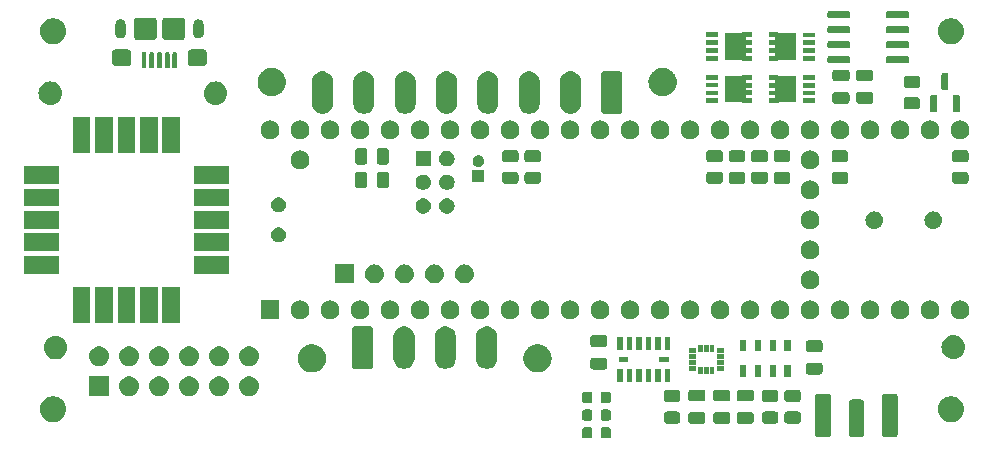
<source format=gbr>
%TF.GenerationSoftware,KiCad,Pcbnew,8.0.4*%
%TF.CreationDate,2024-11-10T13:12:41-08:00*%
%TF.ProjectId,v0.5,76302e35-2e6b-4696-9361-645f70636258,rev?*%
%TF.SameCoordinates,Original*%
%TF.FileFunction,Soldermask,Top*%
%TF.FilePolarity,Negative*%
%FSLAX46Y46*%
G04 Gerber Fmt 4.6, Leading zero omitted, Abs format (unit mm)*
G04 Created by KiCad (PCBNEW 8.0.4) date 2024-11-10 13:12:41*
%MOMM*%
%LPD*%
G01*
G04 APERTURE LIST*
G04 APERTURE END LIST*
G36*
X132214962Y-110941651D02*
G01*
X132285930Y-110989070D01*
X132333349Y-111060038D01*
X132350000Y-111143750D01*
X132350000Y-111656250D01*
X132333349Y-111739962D01*
X132285930Y-111810930D01*
X132214962Y-111858349D01*
X132131250Y-111875000D01*
X131693750Y-111875000D01*
X131610038Y-111858349D01*
X131539070Y-111810930D01*
X131491651Y-111739962D01*
X131475000Y-111656250D01*
X131475000Y-111143750D01*
X131491651Y-111060038D01*
X131539070Y-110989070D01*
X131610038Y-110941651D01*
X131693750Y-110925000D01*
X132131250Y-110925000D01*
X132214962Y-110941651D01*
G37*
G36*
X133789962Y-110941651D02*
G01*
X133860930Y-110989070D01*
X133908349Y-111060038D01*
X133925000Y-111143750D01*
X133925000Y-111656250D01*
X133908349Y-111739962D01*
X133860930Y-111810930D01*
X133789962Y-111858349D01*
X133706250Y-111875000D01*
X133268750Y-111875000D01*
X133185038Y-111858349D01*
X133114070Y-111810930D01*
X133066651Y-111739962D01*
X133050000Y-111656250D01*
X133050000Y-111143750D01*
X133066651Y-111060038D01*
X133114070Y-110989070D01*
X133185038Y-110941651D01*
X133268750Y-110925000D01*
X133706250Y-110925000D01*
X133789962Y-110941651D01*
G37*
G36*
X152304116Y-108085818D02*
G01*
X152355379Y-108091766D01*
X152372892Y-108099499D01*
X152395671Y-108104030D01*
X152420057Y-108120324D01*
X152440788Y-108129478D01*
X152454946Y-108143636D01*
X152476777Y-108158223D01*
X152491363Y-108180053D01*
X152505521Y-108194211D01*
X152514673Y-108214939D01*
X152530970Y-108239329D01*
X152535501Y-108262109D01*
X152543233Y-108279620D01*
X152549178Y-108330872D01*
X152550000Y-108335000D01*
X152550000Y-111535000D01*
X152549178Y-111539128D01*
X152543233Y-111590379D01*
X152535501Y-111607888D01*
X152530970Y-111630671D01*
X152514672Y-111655062D01*
X152505521Y-111675788D01*
X152491365Y-111689943D01*
X152476777Y-111711777D01*
X152454943Y-111726365D01*
X152440788Y-111740521D01*
X152420062Y-111749672D01*
X152395671Y-111765970D01*
X152372888Y-111770501D01*
X152355379Y-111778233D01*
X152304129Y-111784178D01*
X152300000Y-111785000D01*
X151450000Y-111785000D01*
X151445873Y-111784179D01*
X151394620Y-111778233D01*
X151377109Y-111770501D01*
X151354329Y-111765970D01*
X151329939Y-111749673D01*
X151309211Y-111740521D01*
X151295053Y-111726363D01*
X151273223Y-111711777D01*
X151258636Y-111689946D01*
X151244478Y-111675788D01*
X151235324Y-111655057D01*
X151219030Y-111630671D01*
X151214499Y-111607892D01*
X151206766Y-111590379D01*
X151200818Y-111539117D01*
X151200000Y-111535000D01*
X151200000Y-108335000D01*
X151200818Y-108330885D01*
X151206766Y-108279620D01*
X151214499Y-108262105D01*
X151219030Y-108239329D01*
X151235323Y-108214944D01*
X151244478Y-108194211D01*
X151258638Y-108180050D01*
X151273223Y-108158223D01*
X151295050Y-108143638D01*
X151309211Y-108129478D01*
X151329944Y-108120323D01*
X151354329Y-108104030D01*
X151377105Y-108099499D01*
X151394620Y-108091766D01*
X151445884Y-108085818D01*
X151450000Y-108085000D01*
X152300000Y-108085000D01*
X152304116Y-108085818D01*
G37*
G36*
X155089116Y-108585818D02*
G01*
X155140379Y-108591766D01*
X155157892Y-108599499D01*
X155180671Y-108604030D01*
X155205057Y-108620324D01*
X155225788Y-108629478D01*
X155239946Y-108643636D01*
X155261777Y-108658223D01*
X155276363Y-108680053D01*
X155290521Y-108694211D01*
X155299673Y-108714939D01*
X155315970Y-108739329D01*
X155320501Y-108762109D01*
X155328233Y-108779620D01*
X155334178Y-108830872D01*
X155335000Y-108835000D01*
X155335000Y-111535000D01*
X155334178Y-111539128D01*
X155328233Y-111590379D01*
X155320501Y-111607888D01*
X155315970Y-111630671D01*
X155299672Y-111655062D01*
X155290521Y-111675788D01*
X155276365Y-111689943D01*
X155261777Y-111711777D01*
X155239943Y-111726365D01*
X155225788Y-111740521D01*
X155205062Y-111749672D01*
X155180671Y-111765970D01*
X155157888Y-111770501D01*
X155140379Y-111778233D01*
X155089129Y-111784178D01*
X155085000Y-111785000D01*
X154315000Y-111785000D01*
X154310873Y-111784179D01*
X154259620Y-111778233D01*
X154242109Y-111770501D01*
X154219329Y-111765970D01*
X154194939Y-111749673D01*
X154174211Y-111740521D01*
X154160053Y-111726363D01*
X154138223Y-111711777D01*
X154123636Y-111689946D01*
X154109478Y-111675788D01*
X154100324Y-111655057D01*
X154084030Y-111630671D01*
X154079499Y-111607892D01*
X154071766Y-111590379D01*
X154065818Y-111539117D01*
X154065000Y-111535000D01*
X154065000Y-108835000D01*
X154065818Y-108830885D01*
X154071766Y-108779620D01*
X154079499Y-108762105D01*
X154084030Y-108739329D01*
X154100323Y-108714944D01*
X154109478Y-108694211D01*
X154123638Y-108680050D01*
X154138223Y-108658223D01*
X154160050Y-108643638D01*
X154174211Y-108629478D01*
X154194944Y-108620323D01*
X154219329Y-108604030D01*
X154242105Y-108599499D01*
X154259620Y-108591766D01*
X154310884Y-108585818D01*
X154315000Y-108585000D01*
X155085000Y-108585000D01*
X155089116Y-108585818D01*
G37*
G36*
X157954116Y-108085818D02*
G01*
X158005379Y-108091766D01*
X158022892Y-108099499D01*
X158045671Y-108104030D01*
X158070057Y-108120324D01*
X158090788Y-108129478D01*
X158104946Y-108143636D01*
X158126777Y-108158223D01*
X158141363Y-108180053D01*
X158155521Y-108194211D01*
X158164673Y-108214939D01*
X158180970Y-108239329D01*
X158185501Y-108262109D01*
X158193233Y-108279620D01*
X158199178Y-108330872D01*
X158200000Y-108335000D01*
X158200000Y-111535000D01*
X158199178Y-111539128D01*
X158193233Y-111590379D01*
X158185501Y-111607888D01*
X158180970Y-111630671D01*
X158164672Y-111655062D01*
X158155521Y-111675788D01*
X158141365Y-111689943D01*
X158126777Y-111711777D01*
X158104943Y-111726365D01*
X158090788Y-111740521D01*
X158070062Y-111749672D01*
X158045671Y-111765970D01*
X158022888Y-111770501D01*
X158005379Y-111778233D01*
X157954129Y-111784178D01*
X157950000Y-111785000D01*
X157100000Y-111785000D01*
X157095873Y-111784179D01*
X157044620Y-111778233D01*
X157027109Y-111770501D01*
X157004329Y-111765970D01*
X156979939Y-111749673D01*
X156959211Y-111740521D01*
X156945053Y-111726363D01*
X156923223Y-111711777D01*
X156908636Y-111689946D01*
X156894478Y-111675788D01*
X156885324Y-111655057D01*
X156869030Y-111630671D01*
X156864499Y-111607892D01*
X156856766Y-111590379D01*
X156850818Y-111539117D01*
X156850000Y-111535000D01*
X156850000Y-108335000D01*
X156850818Y-108330885D01*
X156856766Y-108279620D01*
X156864499Y-108262105D01*
X156869030Y-108239329D01*
X156885323Y-108214944D01*
X156894478Y-108194211D01*
X156908638Y-108180050D01*
X156923223Y-108158223D01*
X156945050Y-108143638D01*
X156959211Y-108129478D01*
X156979944Y-108120323D01*
X157004329Y-108104030D01*
X157027105Y-108099499D01*
X157044620Y-108091766D01*
X157095884Y-108085818D01*
X157100000Y-108085000D01*
X157950000Y-108085000D01*
X157954116Y-108085818D01*
G37*
G36*
X141679116Y-109650818D02*
G01*
X141730379Y-109656766D01*
X141747892Y-109664499D01*
X141770671Y-109669030D01*
X141795057Y-109685324D01*
X141815788Y-109694478D01*
X141829946Y-109708636D01*
X141851777Y-109723223D01*
X141866363Y-109745053D01*
X141880521Y-109759211D01*
X141889673Y-109779939D01*
X141905970Y-109804329D01*
X141910501Y-109827109D01*
X141918233Y-109844620D01*
X141924178Y-109895872D01*
X141925000Y-109900000D01*
X141925000Y-110400000D01*
X141924178Y-110404128D01*
X141918233Y-110455379D01*
X141910501Y-110472888D01*
X141905970Y-110495671D01*
X141889672Y-110520062D01*
X141880521Y-110540788D01*
X141866365Y-110554943D01*
X141851777Y-110576777D01*
X141829943Y-110591365D01*
X141815788Y-110605521D01*
X141795062Y-110614672D01*
X141770671Y-110630970D01*
X141747888Y-110635501D01*
X141730379Y-110643233D01*
X141679129Y-110649178D01*
X141675000Y-110650000D01*
X140725000Y-110650000D01*
X140720873Y-110649179D01*
X140669620Y-110643233D01*
X140652109Y-110635501D01*
X140629329Y-110630970D01*
X140604939Y-110614673D01*
X140584211Y-110605521D01*
X140570053Y-110591363D01*
X140548223Y-110576777D01*
X140533636Y-110554946D01*
X140519478Y-110540788D01*
X140510324Y-110520057D01*
X140494030Y-110495671D01*
X140489499Y-110472892D01*
X140481766Y-110455379D01*
X140475818Y-110404117D01*
X140475000Y-110400000D01*
X140475000Y-109900000D01*
X140475818Y-109895885D01*
X140481766Y-109844620D01*
X140489499Y-109827105D01*
X140494030Y-109804329D01*
X140510323Y-109779944D01*
X140519478Y-109759211D01*
X140533638Y-109745050D01*
X140548223Y-109723223D01*
X140570050Y-109708638D01*
X140584211Y-109694478D01*
X140604944Y-109685323D01*
X140629329Y-109669030D01*
X140652105Y-109664499D01*
X140669620Y-109656766D01*
X140720884Y-109650818D01*
X140725000Y-109650000D01*
X141675000Y-109650000D01*
X141679116Y-109650818D01*
G37*
G36*
X143779116Y-109650818D02*
G01*
X143830379Y-109656766D01*
X143847892Y-109664499D01*
X143870671Y-109669030D01*
X143895057Y-109685324D01*
X143915788Y-109694478D01*
X143929946Y-109708636D01*
X143951777Y-109723223D01*
X143966363Y-109745053D01*
X143980521Y-109759211D01*
X143989673Y-109779939D01*
X144005970Y-109804329D01*
X144010501Y-109827109D01*
X144018233Y-109844620D01*
X144024178Y-109895872D01*
X144025000Y-109900000D01*
X144025000Y-110400000D01*
X144024178Y-110404128D01*
X144018233Y-110455379D01*
X144010501Y-110472888D01*
X144005970Y-110495671D01*
X143989672Y-110520062D01*
X143980521Y-110540788D01*
X143966365Y-110554943D01*
X143951777Y-110576777D01*
X143929943Y-110591365D01*
X143915788Y-110605521D01*
X143895062Y-110614672D01*
X143870671Y-110630970D01*
X143847888Y-110635501D01*
X143830379Y-110643233D01*
X143779129Y-110649178D01*
X143775000Y-110650000D01*
X142825000Y-110650000D01*
X142820873Y-110649179D01*
X142769620Y-110643233D01*
X142752109Y-110635501D01*
X142729329Y-110630970D01*
X142704939Y-110614673D01*
X142684211Y-110605521D01*
X142670053Y-110591363D01*
X142648223Y-110576777D01*
X142633636Y-110554946D01*
X142619478Y-110540788D01*
X142610324Y-110520057D01*
X142594030Y-110495671D01*
X142589499Y-110472892D01*
X142581766Y-110455379D01*
X142575818Y-110404117D01*
X142575000Y-110400000D01*
X142575000Y-109900000D01*
X142575818Y-109895885D01*
X142581766Y-109844620D01*
X142589499Y-109827105D01*
X142594030Y-109804329D01*
X142610323Y-109779944D01*
X142619478Y-109759211D01*
X142633638Y-109745050D01*
X142648223Y-109723223D01*
X142670050Y-109708638D01*
X142684211Y-109694478D01*
X142704944Y-109685323D01*
X142729329Y-109669030D01*
X142752105Y-109664499D01*
X142769620Y-109656766D01*
X142820884Y-109650818D01*
X142825000Y-109650000D01*
X143775000Y-109650000D01*
X143779116Y-109650818D01*
G37*
G36*
X145779116Y-109650818D02*
G01*
X145830379Y-109656766D01*
X145847892Y-109664499D01*
X145870671Y-109669030D01*
X145895057Y-109685324D01*
X145915788Y-109694478D01*
X145929946Y-109708636D01*
X145951777Y-109723223D01*
X145966363Y-109745053D01*
X145980521Y-109759211D01*
X145989673Y-109779939D01*
X146005970Y-109804329D01*
X146010501Y-109827109D01*
X146018233Y-109844620D01*
X146024178Y-109895872D01*
X146025000Y-109900000D01*
X146025000Y-110400000D01*
X146024178Y-110404128D01*
X146018233Y-110455379D01*
X146010501Y-110472888D01*
X146005970Y-110495671D01*
X145989672Y-110520062D01*
X145980521Y-110540788D01*
X145966365Y-110554943D01*
X145951777Y-110576777D01*
X145929943Y-110591365D01*
X145915788Y-110605521D01*
X145895062Y-110614672D01*
X145870671Y-110630970D01*
X145847888Y-110635501D01*
X145830379Y-110643233D01*
X145779129Y-110649178D01*
X145775000Y-110650000D01*
X144825000Y-110650000D01*
X144820873Y-110649179D01*
X144769620Y-110643233D01*
X144752109Y-110635501D01*
X144729329Y-110630970D01*
X144704939Y-110614673D01*
X144684211Y-110605521D01*
X144670053Y-110591363D01*
X144648223Y-110576777D01*
X144633636Y-110554946D01*
X144619478Y-110540788D01*
X144610324Y-110520057D01*
X144594030Y-110495671D01*
X144589499Y-110472892D01*
X144581766Y-110455379D01*
X144575818Y-110404117D01*
X144575000Y-110400000D01*
X144575000Y-109900000D01*
X144575818Y-109895885D01*
X144581766Y-109844620D01*
X144589499Y-109827105D01*
X144594030Y-109804329D01*
X144610323Y-109779944D01*
X144619478Y-109759211D01*
X144633638Y-109745050D01*
X144648223Y-109723223D01*
X144670050Y-109708638D01*
X144684211Y-109694478D01*
X144704944Y-109685323D01*
X144729329Y-109669030D01*
X144752105Y-109664499D01*
X144769620Y-109656766D01*
X144820884Y-109650818D01*
X144825000Y-109650000D01*
X145775000Y-109650000D01*
X145779116Y-109650818D01*
G37*
G36*
X139554116Y-109600818D02*
G01*
X139605379Y-109606766D01*
X139622892Y-109614499D01*
X139645671Y-109619030D01*
X139670057Y-109635324D01*
X139690788Y-109644478D01*
X139704946Y-109658636D01*
X139726777Y-109673223D01*
X139741363Y-109695053D01*
X139755521Y-109709211D01*
X139764673Y-109729939D01*
X139780970Y-109754329D01*
X139785501Y-109777109D01*
X139793233Y-109794620D01*
X139799178Y-109845872D01*
X139800000Y-109850000D01*
X139800000Y-110375000D01*
X139799178Y-110379128D01*
X139793233Y-110430379D01*
X139785501Y-110447888D01*
X139780970Y-110470671D01*
X139764672Y-110495062D01*
X139755521Y-110515788D01*
X139741365Y-110529943D01*
X139726777Y-110551777D01*
X139704943Y-110566365D01*
X139690788Y-110580521D01*
X139670062Y-110589672D01*
X139645671Y-110605970D01*
X139622888Y-110610501D01*
X139605379Y-110618233D01*
X139554129Y-110624178D01*
X139550000Y-110625000D01*
X138650000Y-110625000D01*
X138645873Y-110624179D01*
X138594620Y-110618233D01*
X138577109Y-110610501D01*
X138554329Y-110605970D01*
X138529939Y-110589673D01*
X138509211Y-110580521D01*
X138495053Y-110566363D01*
X138473223Y-110551777D01*
X138458636Y-110529946D01*
X138444478Y-110515788D01*
X138435324Y-110495057D01*
X138419030Y-110470671D01*
X138414499Y-110447892D01*
X138406766Y-110430379D01*
X138400818Y-110379117D01*
X138400000Y-110375000D01*
X138400000Y-109850000D01*
X138400818Y-109845885D01*
X138406766Y-109794620D01*
X138414499Y-109777105D01*
X138419030Y-109754329D01*
X138435323Y-109729944D01*
X138444478Y-109709211D01*
X138458638Y-109695050D01*
X138473223Y-109673223D01*
X138495050Y-109658638D01*
X138509211Y-109644478D01*
X138529944Y-109635323D01*
X138554329Y-109619030D01*
X138577105Y-109614499D01*
X138594620Y-109606766D01*
X138645884Y-109600818D01*
X138650000Y-109600000D01*
X139550000Y-109600000D01*
X139554116Y-109600818D01*
G37*
G36*
X147854116Y-109600818D02*
G01*
X147905379Y-109606766D01*
X147922892Y-109614499D01*
X147945671Y-109619030D01*
X147970057Y-109635324D01*
X147990788Y-109644478D01*
X148004946Y-109658636D01*
X148026777Y-109673223D01*
X148041363Y-109695053D01*
X148055521Y-109709211D01*
X148064673Y-109729939D01*
X148080970Y-109754329D01*
X148085501Y-109777109D01*
X148093233Y-109794620D01*
X148099178Y-109845872D01*
X148100000Y-109850000D01*
X148100000Y-110375000D01*
X148099178Y-110379128D01*
X148093233Y-110430379D01*
X148085501Y-110447888D01*
X148080970Y-110470671D01*
X148064672Y-110495062D01*
X148055521Y-110515788D01*
X148041365Y-110529943D01*
X148026777Y-110551777D01*
X148004943Y-110566365D01*
X147990788Y-110580521D01*
X147970062Y-110589672D01*
X147945671Y-110605970D01*
X147922888Y-110610501D01*
X147905379Y-110618233D01*
X147854129Y-110624178D01*
X147850000Y-110625000D01*
X146950000Y-110625000D01*
X146945873Y-110624179D01*
X146894620Y-110618233D01*
X146877109Y-110610501D01*
X146854329Y-110605970D01*
X146829939Y-110589673D01*
X146809211Y-110580521D01*
X146795053Y-110566363D01*
X146773223Y-110551777D01*
X146758636Y-110529946D01*
X146744478Y-110515788D01*
X146735324Y-110495057D01*
X146719030Y-110470671D01*
X146714499Y-110447892D01*
X146706766Y-110430379D01*
X146700818Y-110379117D01*
X146700000Y-110375000D01*
X146700000Y-109850000D01*
X146700818Y-109845885D01*
X146706766Y-109794620D01*
X146714499Y-109777105D01*
X146719030Y-109754329D01*
X146735323Y-109729944D01*
X146744478Y-109709211D01*
X146758638Y-109695050D01*
X146773223Y-109673223D01*
X146795050Y-109658638D01*
X146809211Y-109644478D01*
X146829944Y-109635323D01*
X146854329Y-109619030D01*
X146877105Y-109614499D01*
X146894620Y-109606766D01*
X146945884Y-109600818D01*
X146950000Y-109600000D01*
X147850000Y-109600000D01*
X147854116Y-109600818D01*
G37*
G36*
X149754116Y-109600818D02*
G01*
X149805379Y-109606766D01*
X149822892Y-109614499D01*
X149845671Y-109619030D01*
X149870057Y-109635324D01*
X149890788Y-109644478D01*
X149904946Y-109658636D01*
X149926777Y-109673223D01*
X149941363Y-109695053D01*
X149955521Y-109709211D01*
X149964673Y-109729939D01*
X149980970Y-109754329D01*
X149985501Y-109777109D01*
X149993233Y-109794620D01*
X149999178Y-109845872D01*
X150000000Y-109850000D01*
X150000000Y-110375000D01*
X149999178Y-110379128D01*
X149993233Y-110430379D01*
X149985501Y-110447888D01*
X149980970Y-110470671D01*
X149964672Y-110495062D01*
X149955521Y-110515788D01*
X149941365Y-110529943D01*
X149926777Y-110551777D01*
X149904943Y-110566365D01*
X149890788Y-110580521D01*
X149870062Y-110589672D01*
X149845671Y-110605970D01*
X149822888Y-110610501D01*
X149805379Y-110618233D01*
X149754129Y-110624178D01*
X149750000Y-110625000D01*
X148850000Y-110625000D01*
X148845873Y-110624179D01*
X148794620Y-110618233D01*
X148777109Y-110610501D01*
X148754329Y-110605970D01*
X148729939Y-110589673D01*
X148709211Y-110580521D01*
X148695053Y-110566363D01*
X148673223Y-110551777D01*
X148658636Y-110529946D01*
X148644478Y-110515788D01*
X148635324Y-110495057D01*
X148619030Y-110470671D01*
X148614499Y-110447892D01*
X148606766Y-110430379D01*
X148600818Y-110379117D01*
X148600000Y-110375000D01*
X148600000Y-109850000D01*
X148600818Y-109845885D01*
X148606766Y-109794620D01*
X148614499Y-109777105D01*
X148619030Y-109754329D01*
X148635323Y-109729944D01*
X148644478Y-109709211D01*
X148658638Y-109695050D01*
X148673223Y-109673223D01*
X148695050Y-109658638D01*
X148709211Y-109644478D01*
X148729944Y-109635323D01*
X148754329Y-109619030D01*
X148777105Y-109614499D01*
X148794620Y-109606766D01*
X148845884Y-109600818D01*
X148850000Y-109600000D01*
X149750000Y-109600000D01*
X149754116Y-109600818D01*
G37*
G36*
X87001029Y-108341992D02*
G01*
X87190312Y-108415320D01*
X87362898Y-108522181D01*
X87512910Y-108658935D01*
X87635239Y-108820925D01*
X87725719Y-109002634D01*
X87781270Y-109197876D01*
X87800000Y-109400000D01*
X87781270Y-109602124D01*
X87725719Y-109797366D01*
X87635239Y-109979075D01*
X87512910Y-110141065D01*
X87362898Y-110277819D01*
X87190312Y-110384680D01*
X87001029Y-110458008D01*
X86801495Y-110495308D01*
X86598505Y-110495308D01*
X86398971Y-110458008D01*
X86209688Y-110384680D01*
X86037102Y-110277819D01*
X85887090Y-110141065D01*
X85764761Y-109979075D01*
X85674281Y-109797366D01*
X85618730Y-109602124D01*
X85600000Y-109400000D01*
X85618730Y-109197876D01*
X85674281Y-109002634D01*
X85764761Y-108820925D01*
X85887090Y-108658935D01*
X86037102Y-108522181D01*
X86209688Y-108415320D01*
X86398971Y-108341992D01*
X86598505Y-108304692D01*
X86801495Y-108304692D01*
X87001029Y-108341992D01*
G37*
G36*
X163001029Y-108341992D02*
G01*
X163190312Y-108415320D01*
X163362898Y-108522181D01*
X163512910Y-108658935D01*
X163635239Y-108820925D01*
X163725719Y-109002634D01*
X163781270Y-109197876D01*
X163800000Y-109400000D01*
X163781270Y-109602124D01*
X163725719Y-109797366D01*
X163635239Y-109979075D01*
X163512910Y-110141065D01*
X163362898Y-110277819D01*
X163190312Y-110384680D01*
X163001029Y-110458008D01*
X162801495Y-110495308D01*
X162598505Y-110495308D01*
X162398971Y-110458008D01*
X162209688Y-110384680D01*
X162037102Y-110277819D01*
X161887090Y-110141065D01*
X161764761Y-109979075D01*
X161674281Y-109797366D01*
X161618730Y-109602124D01*
X161600000Y-109400000D01*
X161618730Y-109197876D01*
X161674281Y-109002634D01*
X161764761Y-108820925D01*
X161887090Y-108658935D01*
X162037102Y-108522181D01*
X162209688Y-108415320D01*
X162398971Y-108341992D01*
X162598505Y-108304692D01*
X162801495Y-108304692D01*
X163001029Y-108341992D01*
G37*
G36*
X132214962Y-109441651D02*
G01*
X132285930Y-109489070D01*
X132333349Y-109560038D01*
X132350000Y-109643750D01*
X132350000Y-110156250D01*
X132333349Y-110239962D01*
X132285930Y-110310930D01*
X132214962Y-110358349D01*
X132131250Y-110375000D01*
X131693750Y-110375000D01*
X131610038Y-110358349D01*
X131539070Y-110310930D01*
X131491651Y-110239962D01*
X131475000Y-110156250D01*
X131475000Y-109643750D01*
X131491651Y-109560038D01*
X131539070Y-109489070D01*
X131610038Y-109441651D01*
X131693750Y-109425000D01*
X132131250Y-109425000D01*
X132214962Y-109441651D01*
G37*
G36*
X133789962Y-109441651D02*
G01*
X133860930Y-109489070D01*
X133908349Y-109560038D01*
X133925000Y-109643750D01*
X133925000Y-110156250D01*
X133908349Y-110239962D01*
X133860930Y-110310930D01*
X133789962Y-110358349D01*
X133706250Y-110375000D01*
X133268750Y-110375000D01*
X133185038Y-110358349D01*
X133114070Y-110310930D01*
X133066651Y-110239962D01*
X133050000Y-110156250D01*
X133050000Y-109643750D01*
X133066651Y-109560038D01*
X133114070Y-109489070D01*
X133185038Y-109441651D01*
X133268750Y-109425000D01*
X133706250Y-109425000D01*
X133789962Y-109441651D01*
G37*
G36*
X132214962Y-107941651D02*
G01*
X132285930Y-107989070D01*
X132333349Y-108060038D01*
X132350000Y-108143750D01*
X132350000Y-108656250D01*
X132333349Y-108739962D01*
X132285930Y-108810930D01*
X132214962Y-108858349D01*
X132131250Y-108875000D01*
X131693750Y-108875000D01*
X131610038Y-108858349D01*
X131539070Y-108810930D01*
X131491651Y-108739962D01*
X131475000Y-108656250D01*
X131475000Y-108143750D01*
X131491651Y-108060038D01*
X131539070Y-107989070D01*
X131610038Y-107941651D01*
X131693750Y-107925000D01*
X132131250Y-107925000D01*
X132214962Y-107941651D01*
G37*
G36*
X133789962Y-107941651D02*
G01*
X133860930Y-107989070D01*
X133908349Y-108060038D01*
X133925000Y-108143750D01*
X133925000Y-108656250D01*
X133908349Y-108739962D01*
X133860930Y-108810930D01*
X133789962Y-108858349D01*
X133706250Y-108875000D01*
X133268750Y-108875000D01*
X133185038Y-108858349D01*
X133114070Y-108810930D01*
X133066651Y-108739962D01*
X133050000Y-108656250D01*
X133050000Y-108143750D01*
X133066651Y-108060038D01*
X133114070Y-107989070D01*
X133185038Y-107941651D01*
X133268750Y-107925000D01*
X133706250Y-107925000D01*
X133789962Y-107941651D01*
G37*
G36*
X139554116Y-107775818D02*
G01*
X139605379Y-107781766D01*
X139622892Y-107789499D01*
X139645671Y-107794030D01*
X139670057Y-107810324D01*
X139690788Y-107819478D01*
X139704946Y-107833636D01*
X139726777Y-107848223D01*
X139741363Y-107870053D01*
X139755521Y-107884211D01*
X139764673Y-107904939D01*
X139780970Y-107929329D01*
X139785501Y-107952109D01*
X139793233Y-107969620D01*
X139799178Y-108020872D01*
X139800000Y-108025000D01*
X139800000Y-108550000D01*
X139799178Y-108554128D01*
X139793233Y-108605379D01*
X139785501Y-108622888D01*
X139780970Y-108645671D01*
X139764672Y-108670062D01*
X139755521Y-108690788D01*
X139741365Y-108704943D01*
X139726777Y-108726777D01*
X139704943Y-108741365D01*
X139690788Y-108755521D01*
X139670062Y-108764672D01*
X139645671Y-108780970D01*
X139622888Y-108785501D01*
X139605379Y-108793233D01*
X139554129Y-108799178D01*
X139550000Y-108800000D01*
X138650000Y-108800000D01*
X138645873Y-108799179D01*
X138594620Y-108793233D01*
X138577109Y-108785501D01*
X138554329Y-108780970D01*
X138529939Y-108764673D01*
X138509211Y-108755521D01*
X138495053Y-108741363D01*
X138473223Y-108726777D01*
X138458636Y-108704946D01*
X138444478Y-108690788D01*
X138435324Y-108670057D01*
X138419030Y-108645671D01*
X138414499Y-108622892D01*
X138406766Y-108605379D01*
X138400818Y-108554117D01*
X138400000Y-108550000D01*
X138400000Y-108025000D01*
X138400818Y-108020885D01*
X138406766Y-107969620D01*
X138414499Y-107952105D01*
X138419030Y-107929329D01*
X138435323Y-107904944D01*
X138444478Y-107884211D01*
X138458638Y-107870050D01*
X138473223Y-107848223D01*
X138495050Y-107833638D01*
X138509211Y-107819478D01*
X138529944Y-107810323D01*
X138554329Y-107794030D01*
X138577105Y-107789499D01*
X138594620Y-107781766D01*
X138645884Y-107775818D01*
X138650000Y-107775000D01*
X139550000Y-107775000D01*
X139554116Y-107775818D01*
G37*
G36*
X147854116Y-107775818D02*
G01*
X147905379Y-107781766D01*
X147922892Y-107789499D01*
X147945671Y-107794030D01*
X147970057Y-107810324D01*
X147990788Y-107819478D01*
X148004946Y-107833636D01*
X148026777Y-107848223D01*
X148041363Y-107870053D01*
X148055521Y-107884211D01*
X148064673Y-107904939D01*
X148080970Y-107929329D01*
X148085501Y-107952109D01*
X148093233Y-107969620D01*
X148099178Y-108020872D01*
X148100000Y-108025000D01*
X148100000Y-108550000D01*
X148099178Y-108554128D01*
X148093233Y-108605379D01*
X148085501Y-108622888D01*
X148080970Y-108645671D01*
X148064672Y-108670062D01*
X148055521Y-108690788D01*
X148041365Y-108704943D01*
X148026777Y-108726777D01*
X148004943Y-108741365D01*
X147990788Y-108755521D01*
X147970062Y-108764672D01*
X147945671Y-108780970D01*
X147922888Y-108785501D01*
X147905379Y-108793233D01*
X147854129Y-108799178D01*
X147850000Y-108800000D01*
X146950000Y-108800000D01*
X146945873Y-108799179D01*
X146894620Y-108793233D01*
X146877109Y-108785501D01*
X146854329Y-108780970D01*
X146829939Y-108764673D01*
X146809211Y-108755521D01*
X146795053Y-108741363D01*
X146773223Y-108726777D01*
X146758636Y-108704946D01*
X146744478Y-108690788D01*
X146735324Y-108670057D01*
X146719030Y-108645671D01*
X146714499Y-108622892D01*
X146706766Y-108605379D01*
X146700818Y-108554117D01*
X146700000Y-108550000D01*
X146700000Y-108025000D01*
X146700818Y-108020885D01*
X146706766Y-107969620D01*
X146714499Y-107952105D01*
X146719030Y-107929329D01*
X146735323Y-107904944D01*
X146744478Y-107884211D01*
X146758638Y-107870050D01*
X146773223Y-107848223D01*
X146795050Y-107833638D01*
X146809211Y-107819478D01*
X146829944Y-107810323D01*
X146854329Y-107794030D01*
X146877105Y-107789499D01*
X146894620Y-107781766D01*
X146945884Y-107775818D01*
X146950000Y-107775000D01*
X147850000Y-107775000D01*
X147854116Y-107775818D01*
G37*
G36*
X149754116Y-107775818D02*
G01*
X149805379Y-107781766D01*
X149822892Y-107789499D01*
X149845671Y-107794030D01*
X149870057Y-107810324D01*
X149890788Y-107819478D01*
X149904946Y-107833636D01*
X149926777Y-107848223D01*
X149941363Y-107870053D01*
X149955521Y-107884211D01*
X149964673Y-107904939D01*
X149980970Y-107929329D01*
X149985501Y-107952109D01*
X149993233Y-107969620D01*
X149999178Y-108020872D01*
X150000000Y-108025000D01*
X150000000Y-108550000D01*
X149999178Y-108554128D01*
X149993233Y-108605379D01*
X149985501Y-108622888D01*
X149980970Y-108645671D01*
X149964672Y-108670062D01*
X149955521Y-108690788D01*
X149941365Y-108704943D01*
X149926777Y-108726777D01*
X149904943Y-108741365D01*
X149890788Y-108755521D01*
X149870062Y-108764672D01*
X149845671Y-108780970D01*
X149822888Y-108785501D01*
X149805379Y-108793233D01*
X149754129Y-108799178D01*
X149750000Y-108800000D01*
X148850000Y-108800000D01*
X148845873Y-108799179D01*
X148794620Y-108793233D01*
X148777109Y-108785501D01*
X148754329Y-108780970D01*
X148729939Y-108764673D01*
X148709211Y-108755521D01*
X148695053Y-108741363D01*
X148673223Y-108726777D01*
X148658636Y-108704946D01*
X148644478Y-108690788D01*
X148635324Y-108670057D01*
X148619030Y-108645671D01*
X148614499Y-108622892D01*
X148606766Y-108605379D01*
X148600818Y-108554117D01*
X148600000Y-108550000D01*
X148600000Y-108025000D01*
X148600818Y-108020885D01*
X148606766Y-107969620D01*
X148614499Y-107952105D01*
X148619030Y-107929329D01*
X148635323Y-107904944D01*
X148644478Y-107884211D01*
X148658638Y-107870050D01*
X148673223Y-107848223D01*
X148695050Y-107833638D01*
X148709211Y-107819478D01*
X148729944Y-107810323D01*
X148754329Y-107794030D01*
X148777105Y-107789499D01*
X148794620Y-107781766D01*
X148845884Y-107775818D01*
X148850000Y-107775000D01*
X149750000Y-107775000D01*
X149754116Y-107775818D01*
G37*
G36*
X141679116Y-107750818D02*
G01*
X141730379Y-107756766D01*
X141747892Y-107764499D01*
X141770671Y-107769030D01*
X141795057Y-107785324D01*
X141815788Y-107794478D01*
X141829946Y-107808636D01*
X141851777Y-107823223D01*
X141866363Y-107845053D01*
X141880521Y-107859211D01*
X141889673Y-107879939D01*
X141905970Y-107904329D01*
X141910501Y-107927109D01*
X141918233Y-107944620D01*
X141924178Y-107995872D01*
X141925000Y-108000000D01*
X141925000Y-108500000D01*
X141924178Y-108504128D01*
X141918233Y-108555379D01*
X141910501Y-108572888D01*
X141905970Y-108595671D01*
X141889672Y-108620062D01*
X141880521Y-108640788D01*
X141866365Y-108654943D01*
X141851777Y-108676777D01*
X141829943Y-108691365D01*
X141815788Y-108705521D01*
X141795062Y-108714672D01*
X141770671Y-108730970D01*
X141747888Y-108735501D01*
X141730379Y-108743233D01*
X141679129Y-108749178D01*
X141675000Y-108750000D01*
X140725000Y-108750000D01*
X140720873Y-108749179D01*
X140669620Y-108743233D01*
X140652109Y-108735501D01*
X140629329Y-108730970D01*
X140604939Y-108714673D01*
X140584211Y-108705521D01*
X140570053Y-108691363D01*
X140548223Y-108676777D01*
X140533636Y-108654946D01*
X140519478Y-108640788D01*
X140510324Y-108620057D01*
X140494030Y-108595671D01*
X140489499Y-108572892D01*
X140481766Y-108555379D01*
X140475818Y-108504117D01*
X140475000Y-108500000D01*
X140475000Y-108000000D01*
X140475818Y-107995885D01*
X140481766Y-107944620D01*
X140489499Y-107927105D01*
X140494030Y-107904329D01*
X140510323Y-107879944D01*
X140519478Y-107859211D01*
X140533638Y-107845050D01*
X140548223Y-107823223D01*
X140570050Y-107808638D01*
X140584211Y-107794478D01*
X140604944Y-107785323D01*
X140629329Y-107769030D01*
X140652105Y-107764499D01*
X140669620Y-107756766D01*
X140720884Y-107750818D01*
X140725000Y-107750000D01*
X141675000Y-107750000D01*
X141679116Y-107750818D01*
G37*
G36*
X143779116Y-107750818D02*
G01*
X143830379Y-107756766D01*
X143847892Y-107764499D01*
X143870671Y-107769030D01*
X143895057Y-107785324D01*
X143915788Y-107794478D01*
X143929946Y-107808636D01*
X143951777Y-107823223D01*
X143966363Y-107845053D01*
X143980521Y-107859211D01*
X143989673Y-107879939D01*
X144005970Y-107904329D01*
X144010501Y-107927109D01*
X144018233Y-107944620D01*
X144024178Y-107995872D01*
X144025000Y-108000000D01*
X144025000Y-108500000D01*
X144024178Y-108504128D01*
X144018233Y-108555379D01*
X144010501Y-108572888D01*
X144005970Y-108595671D01*
X143989672Y-108620062D01*
X143980521Y-108640788D01*
X143966365Y-108654943D01*
X143951777Y-108676777D01*
X143929943Y-108691365D01*
X143915788Y-108705521D01*
X143895062Y-108714672D01*
X143870671Y-108730970D01*
X143847888Y-108735501D01*
X143830379Y-108743233D01*
X143779129Y-108749178D01*
X143775000Y-108750000D01*
X142825000Y-108750000D01*
X142820873Y-108749179D01*
X142769620Y-108743233D01*
X142752109Y-108735501D01*
X142729329Y-108730970D01*
X142704939Y-108714673D01*
X142684211Y-108705521D01*
X142670053Y-108691363D01*
X142648223Y-108676777D01*
X142633636Y-108654946D01*
X142619478Y-108640788D01*
X142610324Y-108620057D01*
X142594030Y-108595671D01*
X142589499Y-108572892D01*
X142581766Y-108555379D01*
X142575818Y-108504117D01*
X142575000Y-108500000D01*
X142575000Y-108000000D01*
X142575818Y-107995885D01*
X142581766Y-107944620D01*
X142589499Y-107927105D01*
X142594030Y-107904329D01*
X142610323Y-107879944D01*
X142619478Y-107859211D01*
X142633638Y-107845050D01*
X142648223Y-107823223D01*
X142670050Y-107808638D01*
X142684211Y-107794478D01*
X142704944Y-107785323D01*
X142729329Y-107769030D01*
X142752105Y-107764499D01*
X142769620Y-107756766D01*
X142820884Y-107750818D01*
X142825000Y-107750000D01*
X143775000Y-107750000D01*
X143779116Y-107750818D01*
G37*
G36*
X145779116Y-107750818D02*
G01*
X145830379Y-107756766D01*
X145847892Y-107764499D01*
X145870671Y-107769030D01*
X145895057Y-107785324D01*
X145915788Y-107794478D01*
X145929946Y-107808636D01*
X145951777Y-107823223D01*
X145966363Y-107845053D01*
X145980521Y-107859211D01*
X145989673Y-107879939D01*
X146005970Y-107904329D01*
X146010501Y-107927109D01*
X146018233Y-107944620D01*
X146024178Y-107995872D01*
X146025000Y-108000000D01*
X146025000Y-108500000D01*
X146024178Y-108504128D01*
X146018233Y-108555379D01*
X146010501Y-108572888D01*
X146005970Y-108595671D01*
X145989672Y-108620062D01*
X145980521Y-108640788D01*
X145966365Y-108654943D01*
X145951777Y-108676777D01*
X145929943Y-108691365D01*
X145915788Y-108705521D01*
X145895062Y-108714672D01*
X145870671Y-108730970D01*
X145847888Y-108735501D01*
X145830379Y-108743233D01*
X145779129Y-108749178D01*
X145775000Y-108750000D01*
X144825000Y-108750000D01*
X144820873Y-108749179D01*
X144769620Y-108743233D01*
X144752109Y-108735501D01*
X144729329Y-108730970D01*
X144704939Y-108714673D01*
X144684211Y-108705521D01*
X144670053Y-108691363D01*
X144648223Y-108676777D01*
X144633636Y-108654946D01*
X144619478Y-108640788D01*
X144610324Y-108620057D01*
X144594030Y-108595671D01*
X144589499Y-108572892D01*
X144581766Y-108555379D01*
X144575818Y-108504117D01*
X144575000Y-108500000D01*
X144575000Y-108000000D01*
X144575818Y-107995885D01*
X144581766Y-107944620D01*
X144589499Y-107927105D01*
X144594030Y-107904329D01*
X144610323Y-107879944D01*
X144619478Y-107859211D01*
X144633638Y-107845050D01*
X144648223Y-107823223D01*
X144670050Y-107808638D01*
X144684211Y-107794478D01*
X144704944Y-107785323D01*
X144729329Y-107769030D01*
X144752105Y-107764499D01*
X144769620Y-107756766D01*
X144820884Y-107750818D01*
X144825000Y-107750000D01*
X145775000Y-107750000D01*
X145779116Y-107750818D01*
G37*
G36*
X91450000Y-108325000D02*
G01*
X89750000Y-108325000D01*
X89750000Y-106625000D01*
X91450000Y-106625000D01*
X91450000Y-108325000D01*
G37*
G36*
X93402664Y-106666602D02*
G01*
X93565000Y-106738878D01*
X93708761Y-106843327D01*
X93827664Y-106975383D01*
X93916514Y-107129274D01*
X93971425Y-107298275D01*
X93990000Y-107475000D01*
X93971425Y-107651725D01*
X93916514Y-107820726D01*
X93827664Y-107974617D01*
X93708761Y-108106673D01*
X93565000Y-108211122D01*
X93402664Y-108283398D01*
X93228849Y-108320344D01*
X93051151Y-108320344D01*
X92877336Y-108283398D01*
X92715000Y-108211122D01*
X92571239Y-108106673D01*
X92452336Y-107974617D01*
X92363486Y-107820726D01*
X92308575Y-107651725D01*
X92290000Y-107475000D01*
X92308575Y-107298275D01*
X92363486Y-107129274D01*
X92452336Y-106975383D01*
X92571239Y-106843327D01*
X92715000Y-106738878D01*
X92877336Y-106666602D01*
X93051151Y-106629656D01*
X93228849Y-106629656D01*
X93402664Y-106666602D01*
G37*
G36*
X95942664Y-106666602D02*
G01*
X96105000Y-106738878D01*
X96248761Y-106843327D01*
X96367664Y-106975383D01*
X96456514Y-107129274D01*
X96511425Y-107298275D01*
X96530000Y-107475000D01*
X96511425Y-107651725D01*
X96456514Y-107820726D01*
X96367664Y-107974617D01*
X96248761Y-108106673D01*
X96105000Y-108211122D01*
X95942664Y-108283398D01*
X95768849Y-108320344D01*
X95591151Y-108320344D01*
X95417336Y-108283398D01*
X95255000Y-108211122D01*
X95111239Y-108106673D01*
X94992336Y-107974617D01*
X94903486Y-107820726D01*
X94848575Y-107651725D01*
X94830000Y-107475000D01*
X94848575Y-107298275D01*
X94903486Y-107129274D01*
X94992336Y-106975383D01*
X95111239Y-106843327D01*
X95255000Y-106738878D01*
X95417336Y-106666602D01*
X95591151Y-106629656D01*
X95768849Y-106629656D01*
X95942664Y-106666602D01*
G37*
G36*
X98482664Y-106666602D02*
G01*
X98645000Y-106738878D01*
X98788761Y-106843327D01*
X98907664Y-106975383D01*
X98996514Y-107129274D01*
X99051425Y-107298275D01*
X99070000Y-107475000D01*
X99051425Y-107651725D01*
X98996514Y-107820726D01*
X98907664Y-107974617D01*
X98788761Y-108106673D01*
X98645000Y-108211122D01*
X98482664Y-108283398D01*
X98308849Y-108320344D01*
X98131151Y-108320344D01*
X97957336Y-108283398D01*
X97795000Y-108211122D01*
X97651239Y-108106673D01*
X97532336Y-107974617D01*
X97443486Y-107820726D01*
X97388575Y-107651725D01*
X97370000Y-107475000D01*
X97388575Y-107298275D01*
X97443486Y-107129274D01*
X97532336Y-106975383D01*
X97651239Y-106843327D01*
X97795000Y-106738878D01*
X97957336Y-106666602D01*
X98131151Y-106629656D01*
X98308849Y-106629656D01*
X98482664Y-106666602D01*
G37*
G36*
X101022664Y-106666602D02*
G01*
X101185000Y-106738878D01*
X101328761Y-106843327D01*
X101447664Y-106975383D01*
X101536514Y-107129274D01*
X101591425Y-107298275D01*
X101610000Y-107475000D01*
X101591425Y-107651725D01*
X101536514Y-107820726D01*
X101447664Y-107974617D01*
X101328761Y-108106673D01*
X101185000Y-108211122D01*
X101022664Y-108283398D01*
X100848849Y-108320344D01*
X100671151Y-108320344D01*
X100497336Y-108283398D01*
X100335000Y-108211122D01*
X100191239Y-108106673D01*
X100072336Y-107974617D01*
X99983486Y-107820726D01*
X99928575Y-107651725D01*
X99910000Y-107475000D01*
X99928575Y-107298275D01*
X99983486Y-107129274D01*
X100072336Y-106975383D01*
X100191239Y-106843327D01*
X100335000Y-106738878D01*
X100497336Y-106666602D01*
X100671151Y-106629656D01*
X100848849Y-106629656D01*
X101022664Y-106666602D01*
G37*
G36*
X103562664Y-106666602D02*
G01*
X103725000Y-106738878D01*
X103868761Y-106843327D01*
X103987664Y-106975383D01*
X104076514Y-107129274D01*
X104131425Y-107298275D01*
X104150000Y-107475000D01*
X104131425Y-107651725D01*
X104076514Y-107820726D01*
X103987664Y-107974617D01*
X103868761Y-108106673D01*
X103725000Y-108211122D01*
X103562664Y-108283398D01*
X103388849Y-108320344D01*
X103211151Y-108320344D01*
X103037336Y-108283398D01*
X102875000Y-108211122D01*
X102731239Y-108106673D01*
X102612336Y-107974617D01*
X102523486Y-107820726D01*
X102468575Y-107651725D01*
X102450000Y-107475000D01*
X102468575Y-107298275D01*
X102523486Y-107129274D01*
X102612336Y-106975383D01*
X102731239Y-106843327D01*
X102875000Y-106738878D01*
X103037336Y-106666602D01*
X103211151Y-106629656D01*
X103388849Y-106629656D01*
X103562664Y-106666602D01*
G37*
G36*
X134924599Y-107129801D02*
G01*
X134475399Y-107129801D01*
X134475399Y-106012001D01*
X134924599Y-106012001D01*
X134924599Y-107129801D01*
G37*
G36*
X135724600Y-107129801D02*
G01*
X135275400Y-107129801D01*
X135275400Y-106012001D01*
X135724600Y-106012001D01*
X135724600Y-107129801D01*
G37*
G36*
X136524601Y-107129801D02*
G01*
X136075401Y-107129801D01*
X136075401Y-106012001D01*
X136524601Y-106012001D01*
X136524601Y-107129801D01*
G37*
G36*
X137324599Y-107129801D02*
G01*
X136875399Y-107129801D01*
X136875399Y-106012001D01*
X137324599Y-106012001D01*
X137324599Y-107129801D01*
G37*
G36*
X138124600Y-107129801D02*
G01*
X137675400Y-107129801D01*
X137675400Y-106012001D01*
X138124600Y-106012001D01*
X138124600Y-107129801D01*
G37*
G36*
X138924599Y-107129801D02*
G01*
X138475399Y-107129801D01*
X138475399Y-106012001D01*
X138924599Y-106012001D01*
X138924599Y-107129801D01*
G37*
G36*
X145400000Y-106650000D02*
G01*
X144850000Y-106650000D01*
X144850000Y-105700000D01*
X145400000Y-105700000D01*
X145400000Y-106650000D01*
G37*
G36*
X146650000Y-106650000D02*
G01*
X146100000Y-106650000D01*
X146100000Y-105700000D01*
X146650000Y-105700000D01*
X146650000Y-106650000D01*
G37*
G36*
X147900000Y-106650000D02*
G01*
X147350000Y-106650000D01*
X147350000Y-105700000D01*
X147900000Y-105700000D01*
X147900000Y-106650000D01*
G37*
G36*
X149150000Y-106650000D02*
G01*
X148600000Y-106650000D01*
X148600000Y-105700000D01*
X149150000Y-105700000D01*
X149150000Y-106650000D01*
G37*
G36*
X151601616Y-105478318D02*
G01*
X151652879Y-105484266D01*
X151670392Y-105491999D01*
X151693171Y-105496530D01*
X151717557Y-105512824D01*
X151738288Y-105521978D01*
X151752446Y-105536136D01*
X151774277Y-105550723D01*
X151788863Y-105572553D01*
X151803021Y-105586711D01*
X151812173Y-105607439D01*
X151828470Y-105631829D01*
X151833001Y-105654609D01*
X151840733Y-105672120D01*
X151846678Y-105723372D01*
X151847500Y-105727500D01*
X151847500Y-106227500D01*
X151846678Y-106231628D01*
X151840733Y-106282879D01*
X151833001Y-106300388D01*
X151828470Y-106323171D01*
X151812172Y-106347562D01*
X151803021Y-106368288D01*
X151788865Y-106382443D01*
X151774277Y-106404277D01*
X151752443Y-106418865D01*
X151738288Y-106433021D01*
X151717562Y-106442172D01*
X151693171Y-106458470D01*
X151670388Y-106463001D01*
X151652879Y-106470733D01*
X151601629Y-106476678D01*
X151597500Y-106477500D01*
X150647500Y-106477500D01*
X150643373Y-106476679D01*
X150592120Y-106470733D01*
X150574609Y-106463001D01*
X150551829Y-106458470D01*
X150527439Y-106442173D01*
X150506711Y-106433021D01*
X150492553Y-106418863D01*
X150470723Y-106404277D01*
X150456136Y-106382446D01*
X150441978Y-106368288D01*
X150432824Y-106347557D01*
X150416530Y-106323171D01*
X150411999Y-106300392D01*
X150404266Y-106282879D01*
X150398318Y-106231617D01*
X150397500Y-106227500D01*
X150397500Y-105727500D01*
X150398318Y-105723385D01*
X150404266Y-105672120D01*
X150411999Y-105654605D01*
X150416530Y-105631829D01*
X150432823Y-105607444D01*
X150441978Y-105586711D01*
X150456138Y-105572550D01*
X150470723Y-105550723D01*
X150492550Y-105536138D01*
X150506711Y-105521978D01*
X150527444Y-105512823D01*
X150551829Y-105496530D01*
X150574605Y-105491999D01*
X150592120Y-105484266D01*
X150643384Y-105478318D01*
X150647500Y-105477500D01*
X151597500Y-105477500D01*
X151601616Y-105478318D01*
G37*
G36*
X141682071Y-105817929D02*
G01*
X141685000Y-105825000D01*
X141685000Y-106400000D01*
X141682071Y-106407071D01*
X141675000Y-106410000D01*
X141664895Y-106410000D01*
X141335105Y-106410000D01*
X141325000Y-106410000D01*
X141317929Y-106407071D01*
X141315000Y-106400000D01*
X141315000Y-105825000D01*
X141317929Y-105817929D01*
X141325000Y-105815000D01*
X141675000Y-105815000D01*
X141682071Y-105817929D01*
G37*
G36*
X142182071Y-105817929D02*
G01*
X142185000Y-105825000D01*
X142185000Y-106400000D01*
X142182071Y-106407071D01*
X142175000Y-106410000D01*
X142164895Y-106410000D01*
X141835105Y-106410000D01*
X141825000Y-106410000D01*
X141817929Y-106407071D01*
X141815000Y-106400000D01*
X141815000Y-105825000D01*
X141817929Y-105817929D01*
X141825000Y-105815000D01*
X142175000Y-105815000D01*
X142182071Y-105817929D01*
G37*
G36*
X142682071Y-105817929D02*
G01*
X142685000Y-105825000D01*
X142685000Y-106400000D01*
X142682071Y-106407071D01*
X142675000Y-106410000D01*
X142664895Y-106410000D01*
X142335105Y-106410000D01*
X142325000Y-106410000D01*
X142317929Y-106407071D01*
X142315000Y-106400000D01*
X142315000Y-105825000D01*
X142317929Y-105817929D01*
X142325000Y-105815000D01*
X142675000Y-105815000D01*
X142682071Y-105817929D01*
G37*
G36*
X108656296Y-103905119D02*
G01*
X108710722Y-103905119D01*
X108758601Y-103914069D01*
X108808345Y-103918421D01*
X108869402Y-103934781D01*
X108928396Y-103945809D01*
X108968406Y-103961309D01*
X109010354Y-103972549D01*
X109073859Y-104002162D01*
X109134886Y-104025804D01*
X109166386Y-104045307D01*
X109199907Y-104060939D01*
X109263135Y-104105212D01*
X109323162Y-104142379D01*
X109346171Y-104163355D01*
X109371221Y-104180895D01*
X109431141Y-104240815D01*
X109486811Y-104291565D01*
X109501986Y-104311660D01*
X109519104Y-104328778D01*
X109572499Y-104405034D01*
X109620261Y-104468281D01*
X109628818Y-104485466D01*
X109639060Y-104500093D01*
X109682674Y-104593624D01*
X109718967Y-104666510D01*
X109722575Y-104679192D01*
X109727450Y-104689646D01*
X109758171Y-104804299D01*
X109779568Y-104879501D01*
X109780226Y-104886611D01*
X109781578Y-104891654D01*
X109796510Y-105062342D01*
X109800000Y-105100000D01*
X109796510Y-105137660D01*
X109781578Y-105308345D01*
X109780227Y-105313386D01*
X109779568Y-105320499D01*
X109758168Y-105395710D01*
X109727450Y-105510354D01*
X109722575Y-105520807D01*
X109718967Y-105533490D01*
X109682674Y-105606375D01*
X109639060Y-105699907D01*
X109628818Y-105714533D01*
X109620261Y-105731719D01*
X109572493Y-105794972D01*
X109519104Y-105871221D01*
X109501989Y-105888335D01*
X109486811Y-105908435D01*
X109431129Y-105959195D01*
X109371221Y-106019104D01*
X109346176Y-106036640D01*
X109323162Y-106057621D01*
X109263123Y-106094795D01*
X109199907Y-106139060D01*
X109166392Y-106154687D01*
X109134886Y-106174196D01*
X109073846Y-106197842D01*
X109010354Y-106227450D01*
X108968414Y-106238687D01*
X108928396Y-106254191D01*
X108869390Y-106265220D01*
X108808345Y-106281578D01*
X108758612Y-106285928D01*
X108710722Y-106294881D01*
X108656284Y-106294881D01*
X108600000Y-106299805D01*
X108543716Y-106294881D01*
X108489278Y-106294881D01*
X108441388Y-106285929D01*
X108391654Y-106281578D01*
X108330606Y-106265220D01*
X108271604Y-106254191D01*
X108231587Y-106238688D01*
X108189645Y-106227450D01*
X108126147Y-106197840D01*
X108065114Y-106174196D01*
X108033610Y-106154689D01*
X108000092Y-106139060D01*
X107936867Y-106094789D01*
X107876838Y-106057621D01*
X107853826Y-106036643D01*
X107828778Y-106019104D01*
X107768858Y-105959184D01*
X107713189Y-105908435D01*
X107698013Y-105888339D01*
X107680895Y-105871221D01*
X107627492Y-105794954D01*
X107579739Y-105731719D01*
X107571184Y-105714538D01*
X107560939Y-105699907D01*
X107517309Y-105606343D01*
X107481033Y-105533490D01*
X107477426Y-105520812D01*
X107472549Y-105510354D01*
X107441814Y-105395649D01*
X107420432Y-105320499D01*
X107419773Y-105313392D01*
X107418421Y-105308345D01*
X107403471Y-105137467D01*
X107400000Y-105100000D01*
X107403471Y-105062535D01*
X107418421Y-104891654D01*
X107419773Y-104886605D01*
X107420432Y-104879501D01*
X107441811Y-104804359D01*
X107472549Y-104689646D01*
X107477426Y-104679187D01*
X107481033Y-104666510D01*
X107517309Y-104593656D01*
X107560939Y-104500093D01*
X107571184Y-104485461D01*
X107579739Y-104468281D01*
X107627487Y-104405052D01*
X107680895Y-104328778D01*
X107698016Y-104311656D01*
X107713189Y-104291565D01*
X107768847Y-104240825D01*
X107828778Y-104180895D01*
X107853830Y-104163352D01*
X107876838Y-104142379D01*
X107936860Y-104105214D01*
X108000093Y-104060939D01*
X108033613Y-104045307D01*
X108065114Y-104025804D01*
X108126140Y-104002162D01*
X108189646Y-103972549D01*
X108231593Y-103961309D01*
X108271604Y-103945809D01*
X108330594Y-103934781D01*
X108391654Y-103918421D01*
X108441398Y-103914069D01*
X108489278Y-103905119D01*
X108543704Y-103905119D01*
X108600000Y-103900194D01*
X108656296Y-103905119D01*
G37*
G36*
X127756296Y-103905119D02*
G01*
X127810722Y-103905119D01*
X127858601Y-103914069D01*
X127908345Y-103918421D01*
X127969402Y-103934781D01*
X128028396Y-103945809D01*
X128068406Y-103961309D01*
X128110354Y-103972549D01*
X128173859Y-104002162D01*
X128234886Y-104025804D01*
X128266386Y-104045307D01*
X128299907Y-104060939D01*
X128363135Y-104105212D01*
X128423162Y-104142379D01*
X128446171Y-104163355D01*
X128471221Y-104180895D01*
X128531141Y-104240815D01*
X128586811Y-104291565D01*
X128601986Y-104311660D01*
X128619104Y-104328778D01*
X128672499Y-104405034D01*
X128720261Y-104468281D01*
X128728818Y-104485466D01*
X128739060Y-104500093D01*
X128782674Y-104593624D01*
X128818967Y-104666510D01*
X128822575Y-104679192D01*
X128827450Y-104689646D01*
X128858171Y-104804299D01*
X128879568Y-104879501D01*
X128880226Y-104886611D01*
X128881578Y-104891654D01*
X128896510Y-105062342D01*
X128900000Y-105100000D01*
X128896510Y-105137660D01*
X128881578Y-105308345D01*
X128880227Y-105313386D01*
X128879568Y-105320499D01*
X128858168Y-105395710D01*
X128827450Y-105510354D01*
X128822575Y-105520807D01*
X128818967Y-105533490D01*
X128782674Y-105606375D01*
X128739060Y-105699907D01*
X128728818Y-105714533D01*
X128720261Y-105731719D01*
X128672493Y-105794972D01*
X128619104Y-105871221D01*
X128601989Y-105888335D01*
X128586811Y-105908435D01*
X128531129Y-105959195D01*
X128471221Y-106019104D01*
X128446176Y-106036640D01*
X128423162Y-106057621D01*
X128363123Y-106094795D01*
X128299907Y-106139060D01*
X128266392Y-106154687D01*
X128234886Y-106174196D01*
X128173846Y-106197842D01*
X128110354Y-106227450D01*
X128068414Y-106238687D01*
X128028396Y-106254191D01*
X127969390Y-106265220D01*
X127908345Y-106281578D01*
X127858612Y-106285928D01*
X127810722Y-106294881D01*
X127756284Y-106294881D01*
X127700000Y-106299805D01*
X127643716Y-106294881D01*
X127589278Y-106294881D01*
X127541388Y-106285929D01*
X127491654Y-106281578D01*
X127430606Y-106265220D01*
X127371604Y-106254191D01*
X127331587Y-106238688D01*
X127289645Y-106227450D01*
X127226147Y-106197840D01*
X127165114Y-106174196D01*
X127133610Y-106154689D01*
X127100092Y-106139060D01*
X127036867Y-106094789D01*
X126976838Y-106057621D01*
X126953826Y-106036643D01*
X126928778Y-106019104D01*
X126868858Y-105959184D01*
X126813189Y-105908435D01*
X126798013Y-105888339D01*
X126780895Y-105871221D01*
X126727492Y-105794954D01*
X126679739Y-105731719D01*
X126671184Y-105714538D01*
X126660939Y-105699907D01*
X126617309Y-105606343D01*
X126581033Y-105533490D01*
X126577426Y-105520812D01*
X126572549Y-105510354D01*
X126541814Y-105395649D01*
X126520432Y-105320499D01*
X126519773Y-105313392D01*
X126518421Y-105308345D01*
X126503471Y-105137467D01*
X126500000Y-105100000D01*
X126503471Y-105062535D01*
X126518421Y-104891654D01*
X126519773Y-104886605D01*
X126520432Y-104879501D01*
X126541811Y-104804359D01*
X126572549Y-104689646D01*
X126577426Y-104679187D01*
X126581033Y-104666510D01*
X126617309Y-104593656D01*
X126660939Y-104500093D01*
X126671184Y-104485461D01*
X126679739Y-104468281D01*
X126727487Y-104405052D01*
X126780895Y-104328778D01*
X126798016Y-104311656D01*
X126813189Y-104291565D01*
X126868847Y-104240825D01*
X126928778Y-104180895D01*
X126953830Y-104163352D01*
X126976838Y-104142379D01*
X127036860Y-104105214D01*
X127100093Y-104060939D01*
X127133613Y-104045307D01*
X127165114Y-104025804D01*
X127226140Y-104002162D01*
X127289646Y-103972549D01*
X127331593Y-103961309D01*
X127371604Y-103945809D01*
X127430594Y-103934781D01*
X127491654Y-103918421D01*
X127541398Y-103914069D01*
X127589278Y-103905119D01*
X127643704Y-103905119D01*
X127700000Y-103900194D01*
X127756296Y-103905119D01*
G37*
G36*
X141132071Y-105767929D02*
G01*
X141135000Y-105775000D01*
X141135000Y-106125000D01*
X141132071Y-106132071D01*
X141125000Y-106135000D01*
X141114895Y-106135000D01*
X140560105Y-106135000D01*
X140550000Y-106135000D01*
X140542929Y-106132071D01*
X140540000Y-106125000D01*
X140540000Y-105775000D01*
X140542929Y-105767929D01*
X140550000Y-105765000D01*
X141125000Y-105765000D01*
X141132071Y-105767929D01*
G37*
G36*
X143457071Y-105767929D02*
G01*
X143460000Y-105775000D01*
X143460000Y-106125000D01*
X143457071Y-106132071D01*
X143450000Y-106135000D01*
X143439895Y-106135000D01*
X142885105Y-106135000D01*
X142875000Y-106135000D01*
X142867929Y-106132071D01*
X142865000Y-106125000D01*
X142865000Y-105775000D01*
X142867929Y-105767929D01*
X142875000Y-105765000D01*
X143450000Y-105765000D01*
X143457071Y-105767929D01*
G37*
G36*
X133379116Y-105050818D02*
G01*
X133430379Y-105056766D01*
X133447892Y-105064499D01*
X133470671Y-105069030D01*
X133495057Y-105085324D01*
X133515788Y-105094478D01*
X133529946Y-105108636D01*
X133551777Y-105123223D01*
X133566363Y-105145053D01*
X133580521Y-105159211D01*
X133589673Y-105179939D01*
X133605970Y-105204329D01*
X133610501Y-105227109D01*
X133618233Y-105244620D01*
X133624178Y-105295872D01*
X133625000Y-105300000D01*
X133625000Y-105800000D01*
X133624178Y-105804128D01*
X133618233Y-105855379D01*
X133610501Y-105872888D01*
X133605970Y-105895671D01*
X133589672Y-105920062D01*
X133580521Y-105940788D01*
X133566365Y-105954943D01*
X133551777Y-105976777D01*
X133529943Y-105991365D01*
X133515788Y-106005521D01*
X133495062Y-106014672D01*
X133470671Y-106030970D01*
X133447888Y-106035501D01*
X133430379Y-106043233D01*
X133379129Y-106049178D01*
X133375000Y-106050000D01*
X132425000Y-106050000D01*
X132420873Y-106049179D01*
X132369620Y-106043233D01*
X132352109Y-106035501D01*
X132329329Y-106030970D01*
X132304939Y-106014673D01*
X132284211Y-106005521D01*
X132270053Y-105991363D01*
X132248223Y-105976777D01*
X132233636Y-105954946D01*
X132219478Y-105940788D01*
X132210324Y-105920057D01*
X132194030Y-105895671D01*
X132189499Y-105872892D01*
X132181766Y-105855379D01*
X132175818Y-105804117D01*
X132175000Y-105800000D01*
X132175000Y-105300000D01*
X132175818Y-105295885D01*
X132181766Y-105244620D01*
X132189499Y-105227105D01*
X132194030Y-105204329D01*
X132210323Y-105179944D01*
X132219478Y-105159211D01*
X132233638Y-105145050D01*
X132248223Y-105123223D01*
X132270050Y-105108638D01*
X132284211Y-105094478D01*
X132304944Y-105085323D01*
X132329329Y-105069030D01*
X132352105Y-105064499D01*
X132369620Y-105056766D01*
X132420884Y-105050818D01*
X132425000Y-105050000D01*
X133375000Y-105050000D01*
X133379116Y-105050818D01*
G37*
G36*
X113554116Y-102400818D02*
G01*
X113605379Y-102406766D01*
X113622892Y-102414499D01*
X113645671Y-102419030D01*
X113670057Y-102435324D01*
X113690788Y-102444478D01*
X113704946Y-102458636D01*
X113726777Y-102473223D01*
X113741363Y-102495053D01*
X113755521Y-102509211D01*
X113764673Y-102529939D01*
X113780970Y-102554329D01*
X113785501Y-102577109D01*
X113793233Y-102594620D01*
X113799178Y-102645872D01*
X113800000Y-102650000D01*
X113800000Y-105750000D01*
X113799178Y-105754128D01*
X113793233Y-105805379D01*
X113785501Y-105822888D01*
X113780970Y-105845671D01*
X113764672Y-105870062D01*
X113755521Y-105890788D01*
X113741365Y-105904943D01*
X113726777Y-105926777D01*
X113704943Y-105941365D01*
X113690788Y-105955521D01*
X113670062Y-105964672D01*
X113645671Y-105980970D01*
X113622888Y-105985501D01*
X113605379Y-105993233D01*
X113554129Y-105999178D01*
X113550000Y-106000000D01*
X112250000Y-106000000D01*
X112245873Y-105999179D01*
X112194620Y-105993233D01*
X112177109Y-105985501D01*
X112154329Y-105980970D01*
X112129939Y-105964673D01*
X112109211Y-105955521D01*
X112095053Y-105941363D01*
X112073223Y-105926777D01*
X112058636Y-105904946D01*
X112044478Y-105890788D01*
X112035324Y-105870057D01*
X112019030Y-105845671D01*
X112014499Y-105822892D01*
X112006766Y-105805379D01*
X112000818Y-105754117D01*
X112000000Y-105750000D01*
X112000000Y-102650000D01*
X112000818Y-102645885D01*
X112006766Y-102594620D01*
X112014499Y-102577105D01*
X112019030Y-102554329D01*
X112035323Y-102529944D01*
X112044478Y-102509211D01*
X112058638Y-102495050D01*
X112073223Y-102473223D01*
X112095050Y-102458638D01*
X112109211Y-102444478D01*
X112129944Y-102435323D01*
X112154329Y-102419030D01*
X112177105Y-102414499D01*
X112194620Y-102406766D01*
X112245884Y-102400818D01*
X112250000Y-102400000D01*
X113550000Y-102400000D01*
X113554116Y-102400818D01*
G37*
G36*
X116661256Y-102438754D02*
G01*
X116824257Y-102506271D01*
X116970954Y-102604291D01*
X117095709Y-102729046D01*
X117193729Y-102875743D01*
X117261246Y-103038744D01*
X117295666Y-103211785D01*
X117300000Y-103300000D01*
X117300000Y-105100000D01*
X117295666Y-105188215D01*
X117261246Y-105361256D01*
X117193729Y-105524257D01*
X117095709Y-105670954D01*
X116970954Y-105795709D01*
X116824257Y-105893729D01*
X116661256Y-105961246D01*
X116488215Y-105995666D01*
X116311785Y-105995666D01*
X116138744Y-105961246D01*
X115975743Y-105893729D01*
X115829046Y-105795709D01*
X115704291Y-105670954D01*
X115606271Y-105524257D01*
X115538754Y-105361256D01*
X115504334Y-105188215D01*
X115500000Y-105100000D01*
X115500000Y-103300000D01*
X115504334Y-103211785D01*
X115538754Y-103038744D01*
X115606271Y-102875743D01*
X115704291Y-102729046D01*
X115829046Y-102604291D01*
X115975743Y-102506271D01*
X116138744Y-102438754D01*
X116311785Y-102404334D01*
X116488215Y-102404334D01*
X116661256Y-102438754D01*
G37*
G36*
X120161256Y-102438754D02*
G01*
X120324257Y-102506271D01*
X120470954Y-102604291D01*
X120595709Y-102729046D01*
X120693729Y-102875743D01*
X120761246Y-103038744D01*
X120795666Y-103211785D01*
X120800000Y-103300000D01*
X120800000Y-105100000D01*
X120795666Y-105188215D01*
X120761246Y-105361256D01*
X120693729Y-105524257D01*
X120595709Y-105670954D01*
X120470954Y-105795709D01*
X120324257Y-105893729D01*
X120161256Y-105961246D01*
X119988215Y-105995666D01*
X119811785Y-105995666D01*
X119638744Y-105961246D01*
X119475743Y-105893729D01*
X119329046Y-105795709D01*
X119204291Y-105670954D01*
X119106271Y-105524257D01*
X119038754Y-105361256D01*
X119004334Y-105188215D01*
X119000000Y-105100000D01*
X119000000Y-103300000D01*
X119004334Y-103211785D01*
X119038754Y-103038744D01*
X119106271Y-102875743D01*
X119204291Y-102729046D01*
X119329046Y-102604291D01*
X119475743Y-102506271D01*
X119638744Y-102438754D01*
X119811785Y-102404334D01*
X119988215Y-102404334D01*
X120161256Y-102438754D01*
G37*
G36*
X123661256Y-102438754D02*
G01*
X123824257Y-102506271D01*
X123970954Y-102604291D01*
X124095709Y-102729046D01*
X124193729Y-102875743D01*
X124261246Y-103038744D01*
X124295666Y-103211785D01*
X124300000Y-103300000D01*
X124300000Y-105100000D01*
X124295666Y-105188215D01*
X124261246Y-105361256D01*
X124193729Y-105524257D01*
X124095709Y-105670954D01*
X123970954Y-105795709D01*
X123824257Y-105893729D01*
X123661256Y-105961246D01*
X123488215Y-105995666D01*
X123311785Y-105995666D01*
X123138744Y-105961246D01*
X122975743Y-105893729D01*
X122829046Y-105795709D01*
X122704291Y-105670954D01*
X122606271Y-105524257D01*
X122538754Y-105361256D01*
X122504334Y-105188215D01*
X122500000Y-105100000D01*
X122500000Y-103300000D01*
X122504334Y-103211785D01*
X122538754Y-103038744D01*
X122606271Y-102875743D01*
X122704291Y-102729046D01*
X122829046Y-102604291D01*
X122975743Y-102506271D01*
X123138744Y-102438754D01*
X123311785Y-102404334D01*
X123488215Y-102404334D01*
X123661256Y-102438754D01*
G37*
G36*
X90862664Y-104126602D02*
G01*
X91025000Y-104198878D01*
X91168761Y-104303327D01*
X91287664Y-104435383D01*
X91376514Y-104589274D01*
X91431425Y-104758275D01*
X91450000Y-104935000D01*
X91431425Y-105111725D01*
X91376514Y-105280726D01*
X91287664Y-105434617D01*
X91168761Y-105566673D01*
X91025000Y-105671122D01*
X90862664Y-105743398D01*
X90688849Y-105780344D01*
X90511151Y-105780344D01*
X90337336Y-105743398D01*
X90175000Y-105671122D01*
X90031239Y-105566673D01*
X89912336Y-105434617D01*
X89823486Y-105280726D01*
X89768575Y-105111725D01*
X89750000Y-104935000D01*
X89768575Y-104758275D01*
X89823486Y-104589274D01*
X89912336Y-104435383D01*
X90031239Y-104303327D01*
X90175000Y-104198878D01*
X90337336Y-104126602D01*
X90511151Y-104089656D01*
X90688849Y-104089656D01*
X90862664Y-104126602D01*
G37*
G36*
X93402664Y-104126602D02*
G01*
X93565000Y-104198878D01*
X93708761Y-104303327D01*
X93827664Y-104435383D01*
X93916514Y-104589274D01*
X93971425Y-104758275D01*
X93990000Y-104935000D01*
X93971425Y-105111725D01*
X93916514Y-105280726D01*
X93827664Y-105434617D01*
X93708761Y-105566673D01*
X93565000Y-105671122D01*
X93402664Y-105743398D01*
X93228849Y-105780344D01*
X93051151Y-105780344D01*
X92877336Y-105743398D01*
X92715000Y-105671122D01*
X92571239Y-105566673D01*
X92452336Y-105434617D01*
X92363486Y-105280726D01*
X92308575Y-105111725D01*
X92290000Y-104935000D01*
X92308575Y-104758275D01*
X92363486Y-104589274D01*
X92452336Y-104435383D01*
X92571239Y-104303327D01*
X92715000Y-104198878D01*
X92877336Y-104126602D01*
X93051151Y-104089656D01*
X93228849Y-104089656D01*
X93402664Y-104126602D01*
G37*
G36*
X95942664Y-104126602D02*
G01*
X96105000Y-104198878D01*
X96248761Y-104303327D01*
X96367664Y-104435383D01*
X96456514Y-104589274D01*
X96511425Y-104758275D01*
X96530000Y-104935000D01*
X96511425Y-105111725D01*
X96456514Y-105280726D01*
X96367664Y-105434617D01*
X96248761Y-105566673D01*
X96105000Y-105671122D01*
X95942664Y-105743398D01*
X95768849Y-105780344D01*
X95591151Y-105780344D01*
X95417336Y-105743398D01*
X95255000Y-105671122D01*
X95111239Y-105566673D01*
X94992336Y-105434617D01*
X94903486Y-105280726D01*
X94848575Y-105111725D01*
X94830000Y-104935000D01*
X94848575Y-104758275D01*
X94903486Y-104589274D01*
X94992336Y-104435383D01*
X95111239Y-104303327D01*
X95255000Y-104198878D01*
X95417336Y-104126602D01*
X95591151Y-104089656D01*
X95768849Y-104089656D01*
X95942664Y-104126602D01*
G37*
G36*
X98482664Y-104126602D02*
G01*
X98645000Y-104198878D01*
X98788761Y-104303327D01*
X98907664Y-104435383D01*
X98996514Y-104589274D01*
X99051425Y-104758275D01*
X99070000Y-104935000D01*
X99051425Y-105111725D01*
X98996514Y-105280726D01*
X98907664Y-105434617D01*
X98788761Y-105566673D01*
X98645000Y-105671122D01*
X98482664Y-105743398D01*
X98308849Y-105780344D01*
X98131151Y-105780344D01*
X97957336Y-105743398D01*
X97795000Y-105671122D01*
X97651239Y-105566673D01*
X97532336Y-105434617D01*
X97443486Y-105280726D01*
X97388575Y-105111725D01*
X97370000Y-104935000D01*
X97388575Y-104758275D01*
X97443486Y-104589274D01*
X97532336Y-104435383D01*
X97651239Y-104303327D01*
X97795000Y-104198878D01*
X97957336Y-104126602D01*
X98131151Y-104089656D01*
X98308849Y-104089656D01*
X98482664Y-104126602D01*
G37*
G36*
X101022664Y-104126602D02*
G01*
X101185000Y-104198878D01*
X101328761Y-104303327D01*
X101447664Y-104435383D01*
X101536514Y-104589274D01*
X101591425Y-104758275D01*
X101610000Y-104935000D01*
X101591425Y-105111725D01*
X101536514Y-105280726D01*
X101447664Y-105434617D01*
X101328761Y-105566673D01*
X101185000Y-105671122D01*
X101022664Y-105743398D01*
X100848849Y-105780344D01*
X100671151Y-105780344D01*
X100497336Y-105743398D01*
X100335000Y-105671122D01*
X100191239Y-105566673D01*
X100072336Y-105434617D01*
X99983486Y-105280726D01*
X99928575Y-105111725D01*
X99910000Y-104935000D01*
X99928575Y-104758275D01*
X99983486Y-104589274D01*
X100072336Y-104435383D01*
X100191239Y-104303327D01*
X100335000Y-104198878D01*
X100497336Y-104126602D01*
X100671151Y-104089656D01*
X100848849Y-104089656D01*
X101022664Y-104126602D01*
G37*
G36*
X103562664Y-104126602D02*
G01*
X103725000Y-104198878D01*
X103868761Y-104303327D01*
X103987664Y-104435383D01*
X104076514Y-104589274D01*
X104131425Y-104758275D01*
X104150000Y-104935000D01*
X104131425Y-105111725D01*
X104076514Y-105280726D01*
X103987664Y-105434617D01*
X103868761Y-105566673D01*
X103725000Y-105671122D01*
X103562664Y-105743398D01*
X103388849Y-105780344D01*
X103211151Y-105780344D01*
X103037336Y-105743398D01*
X102875000Y-105671122D01*
X102731239Y-105566673D01*
X102612336Y-105434617D01*
X102523486Y-105280726D01*
X102468575Y-105111725D01*
X102450000Y-104935000D01*
X102468575Y-104758275D01*
X102523486Y-104589274D01*
X102612336Y-104435383D01*
X102731239Y-104303327D01*
X102875000Y-104198878D01*
X103037336Y-104126602D01*
X103211151Y-104089656D01*
X103388849Y-104089656D01*
X103562664Y-104126602D01*
G37*
G36*
X141132071Y-105267929D02*
G01*
X141135000Y-105275000D01*
X141135000Y-105625000D01*
X141132071Y-105632071D01*
X141125000Y-105635000D01*
X141114895Y-105635000D01*
X140560105Y-105635000D01*
X140550000Y-105635000D01*
X140542929Y-105632071D01*
X140540000Y-105625000D01*
X140540000Y-105275000D01*
X140542929Y-105267929D01*
X140550000Y-105265000D01*
X141125000Y-105265000D01*
X141132071Y-105267929D01*
G37*
G36*
X143457071Y-105267929D02*
G01*
X143460000Y-105275000D01*
X143460000Y-105625000D01*
X143457071Y-105632071D01*
X143450000Y-105635000D01*
X143439895Y-105635000D01*
X142885105Y-105635000D01*
X142875000Y-105635000D01*
X142867929Y-105632071D01*
X142865000Y-105625000D01*
X142865000Y-105275000D01*
X142867929Y-105267929D01*
X142875000Y-105265000D01*
X143450000Y-105265000D01*
X143457071Y-105267929D01*
G37*
G36*
X135388002Y-105450000D02*
G01*
X134575002Y-105450000D01*
X134575002Y-104950000D01*
X135388002Y-104950000D01*
X135388002Y-105450000D01*
G37*
G36*
X138824998Y-105450000D02*
G01*
X138011998Y-105450000D01*
X138011998Y-104950000D01*
X138824998Y-104950000D01*
X138824998Y-105450000D01*
G37*
G36*
X87095090Y-103219215D02*
G01*
X87282683Y-103276120D01*
X87455570Y-103368530D01*
X87607107Y-103492893D01*
X87731470Y-103644430D01*
X87823880Y-103817317D01*
X87880785Y-104004910D01*
X87900000Y-104200000D01*
X87880785Y-104395090D01*
X87823880Y-104582683D01*
X87731470Y-104755570D01*
X87607107Y-104907107D01*
X87455570Y-105031470D01*
X87282683Y-105123880D01*
X87095090Y-105180785D01*
X86900000Y-105200000D01*
X86704910Y-105180785D01*
X86517317Y-105123880D01*
X86344430Y-105031470D01*
X86192893Y-104907107D01*
X86068530Y-104755570D01*
X85976120Y-104582683D01*
X85919215Y-104395090D01*
X85900000Y-104200000D01*
X85919215Y-104004910D01*
X85976120Y-103817317D01*
X86068530Y-103644430D01*
X86192893Y-103492893D01*
X86344430Y-103368530D01*
X86517317Y-103276120D01*
X86704910Y-103219215D01*
X86900000Y-103200000D01*
X87095090Y-103219215D01*
G37*
G36*
X163095090Y-103169215D02*
G01*
X163282683Y-103226120D01*
X163455570Y-103318530D01*
X163607107Y-103442893D01*
X163731470Y-103594430D01*
X163823880Y-103767317D01*
X163880785Y-103954910D01*
X163900000Y-104150000D01*
X163880785Y-104345090D01*
X163823880Y-104532683D01*
X163731470Y-104705570D01*
X163607107Y-104857107D01*
X163455570Y-104981470D01*
X163282683Y-105073880D01*
X163095090Y-105130785D01*
X162900000Y-105150000D01*
X162704910Y-105130785D01*
X162517317Y-105073880D01*
X162344430Y-104981470D01*
X162192893Y-104857107D01*
X162068530Y-104705570D01*
X161976120Y-104532683D01*
X161919215Y-104345090D01*
X161900000Y-104150000D01*
X161919215Y-103954910D01*
X161976120Y-103767317D01*
X162068530Y-103594430D01*
X162192893Y-103442893D01*
X162344430Y-103318530D01*
X162517317Y-103226120D01*
X162704910Y-103169215D01*
X162900000Y-103150000D01*
X163095090Y-103169215D01*
G37*
G36*
X141132071Y-104767929D02*
G01*
X141135000Y-104775000D01*
X141135000Y-105125000D01*
X141132071Y-105132071D01*
X141125000Y-105135000D01*
X141114895Y-105135000D01*
X140560105Y-105135000D01*
X140550000Y-105135000D01*
X140542929Y-105132071D01*
X140540000Y-105125000D01*
X140540000Y-104775000D01*
X140542929Y-104767929D01*
X140550000Y-104765000D01*
X141125000Y-104765000D01*
X141132071Y-104767929D01*
G37*
G36*
X143457071Y-104767929D02*
G01*
X143460000Y-104775000D01*
X143460000Y-105125000D01*
X143457071Y-105132071D01*
X143450000Y-105135000D01*
X143439895Y-105135000D01*
X142885105Y-105135000D01*
X142875000Y-105135000D01*
X142867929Y-105132071D01*
X142865000Y-105125000D01*
X142865000Y-104775000D01*
X142867929Y-104767929D01*
X142875000Y-104765000D01*
X143450000Y-104765000D01*
X143457071Y-104767929D01*
G37*
G36*
X141132071Y-104267929D02*
G01*
X141135000Y-104275000D01*
X141135000Y-104625000D01*
X141132071Y-104632071D01*
X141125000Y-104635000D01*
X141114895Y-104635000D01*
X140560105Y-104635000D01*
X140550000Y-104635000D01*
X140542929Y-104632071D01*
X140540000Y-104625000D01*
X140540000Y-104275000D01*
X140542929Y-104267929D01*
X140550000Y-104265000D01*
X141125000Y-104265000D01*
X141132071Y-104267929D01*
G37*
G36*
X143457071Y-104267929D02*
G01*
X143460000Y-104275000D01*
X143460000Y-104625000D01*
X143457071Y-104632071D01*
X143450000Y-104635000D01*
X143439895Y-104635000D01*
X142885105Y-104635000D01*
X142875000Y-104635000D01*
X142867929Y-104632071D01*
X142865000Y-104625000D01*
X142865000Y-104275000D01*
X142867929Y-104267929D01*
X142875000Y-104265000D01*
X143450000Y-104265000D01*
X143457071Y-104267929D01*
G37*
G36*
X141682071Y-103992929D02*
G01*
X141685000Y-104000000D01*
X141685000Y-104575000D01*
X141682071Y-104582071D01*
X141675000Y-104585000D01*
X141664895Y-104585000D01*
X141335105Y-104585000D01*
X141325000Y-104585000D01*
X141317929Y-104582071D01*
X141315000Y-104575000D01*
X141315000Y-104000000D01*
X141317929Y-103992929D01*
X141325000Y-103990000D01*
X141675000Y-103990000D01*
X141682071Y-103992929D01*
G37*
G36*
X142182071Y-103992929D02*
G01*
X142185000Y-104000000D01*
X142185000Y-104575000D01*
X142182071Y-104582071D01*
X142175000Y-104585000D01*
X142164895Y-104585000D01*
X141835105Y-104585000D01*
X141825000Y-104585000D01*
X141817929Y-104582071D01*
X141815000Y-104575000D01*
X141815000Y-104000000D01*
X141817929Y-103992929D01*
X141825000Y-103990000D01*
X142175000Y-103990000D01*
X142182071Y-103992929D01*
G37*
G36*
X142682071Y-103992929D02*
G01*
X142685000Y-104000000D01*
X142685000Y-104575000D01*
X142682071Y-104582071D01*
X142675000Y-104585000D01*
X142664895Y-104585000D01*
X142335105Y-104585000D01*
X142325000Y-104585000D01*
X142317929Y-104582071D01*
X142315000Y-104575000D01*
X142315000Y-104000000D01*
X142317929Y-103992929D01*
X142325000Y-103990000D01*
X142675000Y-103990000D01*
X142682071Y-103992929D01*
G37*
G36*
X151601616Y-103578318D02*
G01*
X151652879Y-103584266D01*
X151670392Y-103591999D01*
X151693171Y-103596530D01*
X151717557Y-103612824D01*
X151738288Y-103621978D01*
X151752446Y-103636136D01*
X151774277Y-103650723D01*
X151788863Y-103672553D01*
X151803021Y-103686711D01*
X151812173Y-103707439D01*
X151828470Y-103731829D01*
X151833001Y-103754609D01*
X151840733Y-103772120D01*
X151846678Y-103823372D01*
X151847500Y-103827500D01*
X151847500Y-104327500D01*
X151846678Y-104331628D01*
X151840733Y-104382879D01*
X151833001Y-104400388D01*
X151828470Y-104423171D01*
X151812172Y-104447562D01*
X151803021Y-104468288D01*
X151788865Y-104482443D01*
X151774277Y-104504277D01*
X151752443Y-104518865D01*
X151738288Y-104533021D01*
X151717562Y-104542172D01*
X151693171Y-104558470D01*
X151670388Y-104563001D01*
X151652879Y-104570733D01*
X151601629Y-104576678D01*
X151597500Y-104577500D01*
X150647500Y-104577500D01*
X150643373Y-104576679D01*
X150592120Y-104570733D01*
X150574609Y-104563001D01*
X150551829Y-104558470D01*
X150527439Y-104542173D01*
X150506711Y-104533021D01*
X150492553Y-104518863D01*
X150470723Y-104504277D01*
X150456136Y-104482446D01*
X150441978Y-104468288D01*
X150432824Y-104447557D01*
X150416530Y-104423171D01*
X150411999Y-104400392D01*
X150404266Y-104382879D01*
X150398318Y-104331617D01*
X150397500Y-104327500D01*
X150397500Y-103827500D01*
X150398318Y-103823385D01*
X150404266Y-103772120D01*
X150411999Y-103754605D01*
X150416530Y-103731829D01*
X150432823Y-103707444D01*
X150441978Y-103686711D01*
X150456138Y-103672550D01*
X150470723Y-103650723D01*
X150492550Y-103636138D01*
X150506711Y-103621978D01*
X150527444Y-103612823D01*
X150551829Y-103596530D01*
X150574605Y-103591999D01*
X150592120Y-103584266D01*
X150643384Y-103578318D01*
X150647500Y-103577500D01*
X151597500Y-103577500D01*
X151601616Y-103578318D01*
G37*
G36*
X145400000Y-104500000D02*
G01*
X144850000Y-104500000D01*
X144850000Y-103550000D01*
X145400000Y-103550000D01*
X145400000Y-104500000D01*
G37*
G36*
X146650000Y-104500000D02*
G01*
X146100000Y-104500000D01*
X146100000Y-103550000D01*
X146650000Y-103550000D01*
X146650000Y-104500000D01*
G37*
G36*
X147900000Y-104500000D02*
G01*
X147350000Y-104500000D01*
X147350000Y-103550000D01*
X147900000Y-103550000D01*
X147900000Y-104500000D01*
G37*
G36*
X149150000Y-104500000D02*
G01*
X148600000Y-104500000D01*
X148600000Y-103550000D01*
X149150000Y-103550000D01*
X149150000Y-104500000D01*
G37*
G36*
X134924601Y-104387999D02*
G01*
X134475401Y-104387999D01*
X134475401Y-103270199D01*
X134924601Y-103270199D01*
X134924601Y-104387999D01*
G37*
G36*
X135724600Y-104387999D02*
G01*
X135275400Y-104387999D01*
X135275400Y-103270199D01*
X135724600Y-103270199D01*
X135724600Y-104387999D01*
G37*
G36*
X136524601Y-104387999D02*
G01*
X136075401Y-104387999D01*
X136075401Y-103270199D01*
X136524601Y-103270199D01*
X136524601Y-104387999D01*
G37*
G36*
X137324599Y-104387999D02*
G01*
X136875399Y-104387999D01*
X136875399Y-103270199D01*
X137324599Y-103270199D01*
X137324599Y-104387999D01*
G37*
G36*
X138124600Y-104387999D02*
G01*
X137675400Y-104387999D01*
X137675400Y-103270199D01*
X138124600Y-103270199D01*
X138124600Y-104387999D01*
G37*
G36*
X138924601Y-104387999D02*
G01*
X138475401Y-104387999D01*
X138475401Y-103270199D01*
X138924601Y-103270199D01*
X138924601Y-104387999D01*
G37*
G36*
X133379116Y-103150818D02*
G01*
X133430379Y-103156766D01*
X133447892Y-103164499D01*
X133470671Y-103169030D01*
X133495057Y-103185324D01*
X133515788Y-103194478D01*
X133529946Y-103208636D01*
X133551777Y-103223223D01*
X133566363Y-103245053D01*
X133580521Y-103259211D01*
X133589673Y-103279939D01*
X133605970Y-103304329D01*
X133610501Y-103327109D01*
X133618233Y-103344620D01*
X133624178Y-103395872D01*
X133625000Y-103400000D01*
X133625000Y-103900000D01*
X133624178Y-103904128D01*
X133618233Y-103955379D01*
X133610501Y-103972888D01*
X133605970Y-103995671D01*
X133589672Y-104020062D01*
X133580521Y-104040788D01*
X133566365Y-104054943D01*
X133551777Y-104076777D01*
X133529943Y-104091365D01*
X133515788Y-104105521D01*
X133495062Y-104114672D01*
X133470671Y-104130970D01*
X133447888Y-104135501D01*
X133430379Y-104143233D01*
X133379129Y-104149178D01*
X133375000Y-104150000D01*
X132425000Y-104150000D01*
X132420873Y-104149179D01*
X132369620Y-104143233D01*
X132352109Y-104135501D01*
X132329329Y-104130970D01*
X132304939Y-104114673D01*
X132284211Y-104105521D01*
X132270053Y-104091363D01*
X132248223Y-104076777D01*
X132233636Y-104054946D01*
X132219478Y-104040788D01*
X132210324Y-104020057D01*
X132194030Y-103995671D01*
X132189499Y-103972892D01*
X132181766Y-103955379D01*
X132175818Y-103904117D01*
X132175000Y-103900000D01*
X132175000Y-103400000D01*
X132175818Y-103395885D01*
X132181766Y-103344620D01*
X132189499Y-103327105D01*
X132194030Y-103304329D01*
X132210323Y-103279944D01*
X132219478Y-103259211D01*
X132233638Y-103245050D01*
X132248223Y-103223223D01*
X132270050Y-103208638D01*
X132284211Y-103194478D01*
X132304944Y-103185323D01*
X132329329Y-103169030D01*
X132352105Y-103164499D01*
X132369620Y-103156766D01*
X132420884Y-103150818D01*
X132425000Y-103150000D01*
X133375000Y-103150000D01*
X133379116Y-103150818D01*
G37*
G36*
X89850000Y-102080000D02*
G01*
X88350000Y-102080000D01*
X88350000Y-99080000D01*
X89850000Y-99080000D01*
X89850000Y-102080000D01*
G37*
G36*
X91750000Y-102080000D02*
G01*
X90250000Y-102080000D01*
X90250000Y-99080000D01*
X91750000Y-99080000D01*
X91750000Y-102080000D01*
G37*
G36*
X93650000Y-102080000D02*
G01*
X92150000Y-102080000D01*
X92150000Y-99080000D01*
X93650000Y-99080000D01*
X93650000Y-102080000D01*
G37*
G36*
X95550000Y-102080000D02*
G01*
X94050000Y-102080000D01*
X94050000Y-99080000D01*
X95550000Y-99080000D01*
X95550000Y-102080000D01*
G37*
G36*
X97450000Y-102080000D02*
G01*
X95950000Y-102080000D01*
X95950000Y-99080000D01*
X97450000Y-99080000D01*
X97450000Y-102080000D01*
G37*
G36*
X105860000Y-101800000D02*
G01*
X104260000Y-101800000D01*
X104260000Y-100200000D01*
X105860000Y-100200000D01*
X105860000Y-101800000D01*
G37*
G36*
X107641367Y-100204661D02*
G01*
X107683593Y-100204661D01*
X107731228Y-100214786D01*
X107778017Y-100220058D01*
X107812039Y-100231962D01*
X107847127Y-100239421D01*
X107897695Y-100261935D01*
X107947107Y-100279225D01*
X107972823Y-100295383D01*
X107999860Y-100307421D01*
X108050275Y-100344050D01*
X108098792Y-100374535D01*
X108116214Y-100391957D01*
X108135117Y-100405691D01*
X108181844Y-100457587D01*
X108225465Y-100501208D01*
X108235499Y-100517177D01*
X108246986Y-100529935D01*
X108286285Y-100598003D01*
X108320775Y-100652893D01*
X108325080Y-100665197D01*
X108330580Y-100674723D01*
X108358740Y-100761392D01*
X108379942Y-100821983D01*
X108380746Y-100829118D01*
X108382244Y-100833729D01*
X108395820Y-100962904D01*
X108400000Y-101000000D01*
X108395819Y-101037098D01*
X108382244Y-101166270D01*
X108380746Y-101170879D01*
X108379942Y-101178017D01*
X108358736Y-101238620D01*
X108330580Y-101325276D01*
X108325081Y-101334799D01*
X108320775Y-101347107D01*
X108286278Y-101402007D01*
X108246986Y-101470064D01*
X108235501Y-101482818D01*
X108225465Y-101498792D01*
X108181835Y-101542421D01*
X108135117Y-101594308D01*
X108116218Y-101608038D01*
X108098792Y-101625465D01*
X108050265Y-101655956D01*
X107999860Y-101692578D01*
X107972829Y-101704612D01*
X107947107Y-101720775D01*
X107897685Y-101738068D01*
X107847127Y-101760578D01*
X107812045Y-101768035D01*
X107778017Y-101779942D01*
X107731225Y-101785214D01*
X107683593Y-101795339D01*
X107641367Y-101795339D01*
X107600000Y-101800000D01*
X107558633Y-101795339D01*
X107516407Y-101795339D01*
X107468774Y-101785214D01*
X107421983Y-101779942D01*
X107387955Y-101768035D01*
X107352872Y-101760578D01*
X107302309Y-101738066D01*
X107252893Y-101720775D01*
X107227173Y-101704614D01*
X107200139Y-101692578D01*
X107149726Y-101655951D01*
X107101208Y-101625465D01*
X107083784Y-101608041D01*
X107064882Y-101594308D01*
X107018154Y-101542411D01*
X106974535Y-101498792D01*
X106964500Y-101482822D01*
X106953013Y-101470064D01*
X106913709Y-101401987D01*
X106879225Y-101347107D01*
X106874919Y-101334803D01*
X106869419Y-101325276D01*
X106841249Y-101238580D01*
X106820058Y-101178017D01*
X106819254Y-101170884D01*
X106817755Y-101166270D01*
X106804165Y-101036966D01*
X106800000Y-101000000D01*
X106804164Y-100963036D01*
X106817755Y-100833729D01*
X106819254Y-100829113D01*
X106820058Y-100821983D01*
X106841245Y-100761432D01*
X106869419Y-100674723D01*
X106874920Y-100665193D01*
X106879225Y-100652893D01*
X106913701Y-100598023D01*
X106953013Y-100529935D01*
X106964502Y-100517174D01*
X106974535Y-100501208D01*
X107018145Y-100457597D01*
X107064882Y-100405691D01*
X107083787Y-100391955D01*
X107101208Y-100374535D01*
X107149721Y-100344052D01*
X107200140Y-100307421D01*
X107227176Y-100295383D01*
X107252893Y-100279225D01*
X107302301Y-100261936D01*
X107352872Y-100239421D01*
X107387961Y-100231962D01*
X107421983Y-100220058D01*
X107468771Y-100214786D01*
X107516407Y-100204661D01*
X107558633Y-100204661D01*
X107600000Y-100200000D01*
X107641367Y-100204661D01*
G37*
G36*
X110181367Y-100204661D02*
G01*
X110223593Y-100204661D01*
X110271228Y-100214786D01*
X110318017Y-100220058D01*
X110352039Y-100231962D01*
X110387127Y-100239421D01*
X110437695Y-100261935D01*
X110487107Y-100279225D01*
X110512823Y-100295383D01*
X110539860Y-100307421D01*
X110590275Y-100344050D01*
X110638792Y-100374535D01*
X110656214Y-100391957D01*
X110675117Y-100405691D01*
X110721844Y-100457587D01*
X110765465Y-100501208D01*
X110775499Y-100517177D01*
X110786986Y-100529935D01*
X110826285Y-100598003D01*
X110860775Y-100652893D01*
X110865080Y-100665197D01*
X110870580Y-100674723D01*
X110898740Y-100761392D01*
X110919942Y-100821983D01*
X110920746Y-100829118D01*
X110922244Y-100833729D01*
X110935820Y-100962904D01*
X110940000Y-101000000D01*
X110935819Y-101037098D01*
X110922244Y-101166270D01*
X110920746Y-101170879D01*
X110919942Y-101178017D01*
X110898736Y-101238620D01*
X110870580Y-101325276D01*
X110865081Y-101334799D01*
X110860775Y-101347107D01*
X110826278Y-101402007D01*
X110786986Y-101470064D01*
X110775501Y-101482818D01*
X110765465Y-101498792D01*
X110721835Y-101542421D01*
X110675117Y-101594308D01*
X110656218Y-101608038D01*
X110638792Y-101625465D01*
X110590265Y-101655956D01*
X110539860Y-101692578D01*
X110512829Y-101704612D01*
X110487107Y-101720775D01*
X110437685Y-101738068D01*
X110387127Y-101760578D01*
X110352045Y-101768035D01*
X110318017Y-101779942D01*
X110271225Y-101785214D01*
X110223593Y-101795339D01*
X110181367Y-101795339D01*
X110140000Y-101800000D01*
X110098633Y-101795339D01*
X110056407Y-101795339D01*
X110008774Y-101785214D01*
X109961983Y-101779942D01*
X109927955Y-101768035D01*
X109892872Y-101760578D01*
X109842309Y-101738066D01*
X109792893Y-101720775D01*
X109767173Y-101704614D01*
X109740139Y-101692578D01*
X109689726Y-101655951D01*
X109641208Y-101625465D01*
X109623784Y-101608041D01*
X109604882Y-101594308D01*
X109558154Y-101542411D01*
X109514535Y-101498792D01*
X109504500Y-101482822D01*
X109493013Y-101470064D01*
X109453709Y-101401987D01*
X109419225Y-101347107D01*
X109414919Y-101334803D01*
X109409419Y-101325276D01*
X109381249Y-101238580D01*
X109360058Y-101178017D01*
X109359254Y-101170884D01*
X109357755Y-101166270D01*
X109344165Y-101036966D01*
X109340000Y-101000000D01*
X109344164Y-100963036D01*
X109357755Y-100833729D01*
X109359254Y-100829113D01*
X109360058Y-100821983D01*
X109381245Y-100761432D01*
X109409419Y-100674723D01*
X109414920Y-100665193D01*
X109419225Y-100652893D01*
X109453701Y-100598023D01*
X109493013Y-100529935D01*
X109504502Y-100517174D01*
X109514535Y-100501208D01*
X109558145Y-100457597D01*
X109604882Y-100405691D01*
X109623787Y-100391955D01*
X109641208Y-100374535D01*
X109689721Y-100344052D01*
X109740140Y-100307421D01*
X109767176Y-100295383D01*
X109792893Y-100279225D01*
X109842301Y-100261936D01*
X109892872Y-100239421D01*
X109927961Y-100231962D01*
X109961983Y-100220058D01*
X110008771Y-100214786D01*
X110056407Y-100204661D01*
X110098633Y-100204661D01*
X110140000Y-100200000D01*
X110181367Y-100204661D01*
G37*
G36*
X112721367Y-100204661D02*
G01*
X112763593Y-100204661D01*
X112811228Y-100214786D01*
X112858017Y-100220058D01*
X112892039Y-100231962D01*
X112927127Y-100239421D01*
X112977695Y-100261935D01*
X113027107Y-100279225D01*
X113052823Y-100295383D01*
X113079860Y-100307421D01*
X113130275Y-100344050D01*
X113178792Y-100374535D01*
X113196214Y-100391957D01*
X113215117Y-100405691D01*
X113261844Y-100457587D01*
X113305465Y-100501208D01*
X113315499Y-100517177D01*
X113326986Y-100529935D01*
X113366285Y-100598003D01*
X113400775Y-100652893D01*
X113405080Y-100665197D01*
X113410580Y-100674723D01*
X113438740Y-100761392D01*
X113459942Y-100821983D01*
X113460746Y-100829118D01*
X113462244Y-100833729D01*
X113475820Y-100962904D01*
X113480000Y-101000000D01*
X113475819Y-101037098D01*
X113462244Y-101166270D01*
X113460746Y-101170879D01*
X113459942Y-101178017D01*
X113438736Y-101238620D01*
X113410580Y-101325276D01*
X113405081Y-101334799D01*
X113400775Y-101347107D01*
X113366278Y-101402007D01*
X113326986Y-101470064D01*
X113315501Y-101482818D01*
X113305465Y-101498792D01*
X113261835Y-101542421D01*
X113215117Y-101594308D01*
X113196218Y-101608038D01*
X113178792Y-101625465D01*
X113130265Y-101655956D01*
X113079860Y-101692578D01*
X113052829Y-101704612D01*
X113027107Y-101720775D01*
X112977685Y-101738068D01*
X112927127Y-101760578D01*
X112892045Y-101768035D01*
X112858017Y-101779942D01*
X112811225Y-101785214D01*
X112763593Y-101795339D01*
X112721367Y-101795339D01*
X112680000Y-101800000D01*
X112638633Y-101795339D01*
X112596407Y-101795339D01*
X112548774Y-101785214D01*
X112501983Y-101779942D01*
X112467955Y-101768035D01*
X112432872Y-101760578D01*
X112382309Y-101738066D01*
X112332893Y-101720775D01*
X112307173Y-101704614D01*
X112280139Y-101692578D01*
X112229726Y-101655951D01*
X112181208Y-101625465D01*
X112163784Y-101608041D01*
X112144882Y-101594308D01*
X112098154Y-101542411D01*
X112054535Y-101498792D01*
X112044500Y-101482822D01*
X112033013Y-101470064D01*
X111993709Y-101401987D01*
X111959225Y-101347107D01*
X111954919Y-101334803D01*
X111949419Y-101325276D01*
X111921249Y-101238580D01*
X111900058Y-101178017D01*
X111899254Y-101170884D01*
X111897755Y-101166270D01*
X111884165Y-101036966D01*
X111880000Y-101000000D01*
X111884164Y-100963036D01*
X111897755Y-100833729D01*
X111899254Y-100829113D01*
X111900058Y-100821983D01*
X111921245Y-100761432D01*
X111949419Y-100674723D01*
X111954920Y-100665193D01*
X111959225Y-100652893D01*
X111993701Y-100598023D01*
X112033013Y-100529935D01*
X112044502Y-100517174D01*
X112054535Y-100501208D01*
X112098145Y-100457597D01*
X112144882Y-100405691D01*
X112163787Y-100391955D01*
X112181208Y-100374535D01*
X112229721Y-100344052D01*
X112280140Y-100307421D01*
X112307176Y-100295383D01*
X112332893Y-100279225D01*
X112382301Y-100261936D01*
X112432872Y-100239421D01*
X112467961Y-100231962D01*
X112501983Y-100220058D01*
X112548771Y-100214786D01*
X112596407Y-100204661D01*
X112638633Y-100204661D01*
X112680000Y-100200000D01*
X112721367Y-100204661D01*
G37*
G36*
X115261367Y-100204661D02*
G01*
X115303593Y-100204661D01*
X115351228Y-100214786D01*
X115398017Y-100220058D01*
X115432039Y-100231962D01*
X115467127Y-100239421D01*
X115517695Y-100261935D01*
X115567107Y-100279225D01*
X115592823Y-100295383D01*
X115619860Y-100307421D01*
X115670275Y-100344050D01*
X115718792Y-100374535D01*
X115736214Y-100391957D01*
X115755117Y-100405691D01*
X115801844Y-100457587D01*
X115845465Y-100501208D01*
X115855499Y-100517177D01*
X115866986Y-100529935D01*
X115906285Y-100598003D01*
X115940775Y-100652893D01*
X115945080Y-100665197D01*
X115950580Y-100674723D01*
X115978740Y-100761392D01*
X115999942Y-100821983D01*
X116000746Y-100829118D01*
X116002244Y-100833729D01*
X116015820Y-100962904D01*
X116020000Y-101000000D01*
X116015819Y-101037098D01*
X116002244Y-101166270D01*
X116000746Y-101170879D01*
X115999942Y-101178017D01*
X115978736Y-101238620D01*
X115950580Y-101325276D01*
X115945081Y-101334799D01*
X115940775Y-101347107D01*
X115906278Y-101402007D01*
X115866986Y-101470064D01*
X115855501Y-101482818D01*
X115845465Y-101498792D01*
X115801835Y-101542421D01*
X115755117Y-101594308D01*
X115736218Y-101608038D01*
X115718792Y-101625465D01*
X115670265Y-101655956D01*
X115619860Y-101692578D01*
X115592829Y-101704612D01*
X115567107Y-101720775D01*
X115517685Y-101738068D01*
X115467127Y-101760578D01*
X115432045Y-101768035D01*
X115398017Y-101779942D01*
X115351225Y-101785214D01*
X115303593Y-101795339D01*
X115261367Y-101795339D01*
X115220000Y-101800000D01*
X115178633Y-101795339D01*
X115136407Y-101795339D01*
X115088774Y-101785214D01*
X115041983Y-101779942D01*
X115007955Y-101768035D01*
X114972872Y-101760578D01*
X114922309Y-101738066D01*
X114872893Y-101720775D01*
X114847173Y-101704614D01*
X114820139Y-101692578D01*
X114769726Y-101655951D01*
X114721208Y-101625465D01*
X114703784Y-101608041D01*
X114684882Y-101594308D01*
X114638154Y-101542411D01*
X114594535Y-101498792D01*
X114584500Y-101482822D01*
X114573013Y-101470064D01*
X114533709Y-101401987D01*
X114499225Y-101347107D01*
X114494919Y-101334803D01*
X114489419Y-101325276D01*
X114461249Y-101238580D01*
X114440058Y-101178017D01*
X114439254Y-101170884D01*
X114437755Y-101166270D01*
X114424165Y-101036966D01*
X114420000Y-101000000D01*
X114424164Y-100963036D01*
X114437755Y-100833729D01*
X114439254Y-100829113D01*
X114440058Y-100821983D01*
X114461245Y-100761432D01*
X114489419Y-100674723D01*
X114494920Y-100665193D01*
X114499225Y-100652893D01*
X114533701Y-100598023D01*
X114573013Y-100529935D01*
X114584502Y-100517174D01*
X114594535Y-100501208D01*
X114638145Y-100457597D01*
X114684882Y-100405691D01*
X114703787Y-100391955D01*
X114721208Y-100374535D01*
X114769721Y-100344052D01*
X114820140Y-100307421D01*
X114847176Y-100295383D01*
X114872893Y-100279225D01*
X114922301Y-100261936D01*
X114972872Y-100239421D01*
X115007961Y-100231962D01*
X115041983Y-100220058D01*
X115088771Y-100214786D01*
X115136407Y-100204661D01*
X115178633Y-100204661D01*
X115220000Y-100200000D01*
X115261367Y-100204661D01*
G37*
G36*
X117801367Y-100204661D02*
G01*
X117843593Y-100204661D01*
X117891228Y-100214786D01*
X117938017Y-100220058D01*
X117972039Y-100231962D01*
X118007127Y-100239421D01*
X118057695Y-100261935D01*
X118107107Y-100279225D01*
X118132823Y-100295383D01*
X118159860Y-100307421D01*
X118210275Y-100344050D01*
X118258792Y-100374535D01*
X118276214Y-100391957D01*
X118295117Y-100405691D01*
X118341844Y-100457587D01*
X118385465Y-100501208D01*
X118395499Y-100517177D01*
X118406986Y-100529935D01*
X118446285Y-100598003D01*
X118480775Y-100652893D01*
X118485080Y-100665197D01*
X118490580Y-100674723D01*
X118518740Y-100761392D01*
X118539942Y-100821983D01*
X118540746Y-100829118D01*
X118542244Y-100833729D01*
X118555820Y-100962904D01*
X118560000Y-101000000D01*
X118555819Y-101037098D01*
X118542244Y-101166270D01*
X118540746Y-101170879D01*
X118539942Y-101178017D01*
X118518736Y-101238620D01*
X118490580Y-101325276D01*
X118485081Y-101334799D01*
X118480775Y-101347107D01*
X118446278Y-101402007D01*
X118406986Y-101470064D01*
X118395501Y-101482818D01*
X118385465Y-101498792D01*
X118341835Y-101542421D01*
X118295117Y-101594308D01*
X118276218Y-101608038D01*
X118258792Y-101625465D01*
X118210265Y-101655956D01*
X118159860Y-101692578D01*
X118132829Y-101704612D01*
X118107107Y-101720775D01*
X118057685Y-101738068D01*
X118007127Y-101760578D01*
X117972045Y-101768035D01*
X117938017Y-101779942D01*
X117891225Y-101785214D01*
X117843593Y-101795339D01*
X117801367Y-101795339D01*
X117760000Y-101800000D01*
X117718633Y-101795339D01*
X117676407Y-101795339D01*
X117628774Y-101785214D01*
X117581983Y-101779942D01*
X117547955Y-101768035D01*
X117512872Y-101760578D01*
X117462309Y-101738066D01*
X117412893Y-101720775D01*
X117387173Y-101704614D01*
X117360139Y-101692578D01*
X117309726Y-101655951D01*
X117261208Y-101625465D01*
X117243784Y-101608041D01*
X117224882Y-101594308D01*
X117178154Y-101542411D01*
X117134535Y-101498792D01*
X117124500Y-101482822D01*
X117113013Y-101470064D01*
X117073709Y-101401987D01*
X117039225Y-101347107D01*
X117034919Y-101334803D01*
X117029419Y-101325276D01*
X117001249Y-101238580D01*
X116980058Y-101178017D01*
X116979254Y-101170884D01*
X116977755Y-101166270D01*
X116964165Y-101036966D01*
X116960000Y-101000000D01*
X116964164Y-100963036D01*
X116977755Y-100833729D01*
X116979254Y-100829113D01*
X116980058Y-100821983D01*
X117001245Y-100761432D01*
X117029419Y-100674723D01*
X117034920Y-100665193D01*
X117039225Y-100652893D01*
X117073701Y-100598023D01*
X117113013Y-100529935D01*
X117124502Y-100517174D01*
X117134535Y-100501208D01*
X117178145Y-100457597D01*
X117224882Y-100405691D01*
X117243787Y-100391955D01*
X117261208Y-100374535D01*
X117309721Y-100344052D01*
X117360140Y-100307421D01*
X117387176Y-100295383D01*
X117412893Y-100279225D01*
X117462301Y-100261936D01*
X117512872Y-100239421D01*
X117547961Y-100231962D01*
X117581983Y-100220058D01*
X117628771Y-100214786D01*
X117676407Y-100204661D01*
X117718633Y-100204661D01*
X117760000Y-100200000D01*
X117801367Y-100204661D01*
G37*
G36*
X120341367Y-100204661D02*
G01*
X120383593Y-100204661D01*
X120431228Y-100214786D01*
X120478017Y-100220058D01*
X120512039Y-100231962D01*
X120547127Y-100239421D01*
X120597695Y-100261935D01*
X120647107Y-100279225D01*
X120672823Y-100295383D01*
X120699860Y-100307421D01*
X120750275Y-100344050D01*
X120798792Y-100374535D01*
X120816214Y-100391957D01*
X120835117Y-100405691D01*
X120881844Y-100457587D01*
X120925465Y-100501208D01*
X120935499Y-100517177D01*
X120946986Y-100529935D01*
X120986285Y-100598003D01*
X121020775Y-100652893D01*
X121025080Y-100665197D01*
X121030580Y-100674723D01*
X121058740Y-100761392D01*
X121079942Y-100821983D01*
X121080746Y-100829118D01*
X121082244Y-100833729D01*
X121095820Y-100962904D01*
X121100000Y-101000000D01*
X121095819Y-101037098D01*
X121082244Y-101166270D01*
X121080746Y-101170879D01*
X121079942Y-101178017D01*
X121058736Y-101238620D01*
X121030580Y-101325276D01*
X121025081Y-101334799D01*
X121020775Y-101347107D01*
X120986278Y-101402007D01*
X120946986Y-101470064D01*
X120935501Y-101482818D01*
X120925465Y-101498792D01*
X120881835Y-101542421D01*
X120835117Y-101594308D01*
X120816218Y-101608038D01*
X120798792Y-101625465D01*
X120750265Y-101655956D01*
X120699860Y-101692578D01*
X120672829Y-101704612D01*
X120647107Y-101720775D01*
X120597685Y-101738068D01*
X120547127Y-101760578D01*
X120512045Y-101768035D01*
X120478017Y-101779942D01*
X120431225Y-101785214D01*
X120383593Y-101795339D01*
X120341367Y-101795339D01*
X120300000Y-101800000D01*
X120258633Y-101795339D01*
X120216407Y-101795339D01*
X120168774Y-101785214D01*
X120121983Y-101779942D01*
X120087955Y-101768035D01*
X120052872Y-101760578D01*
X120002309Y-101738066D01*
X119952893Y-101720775D01*
X119927173Y-101704614D01*
X119900139Y-101692578D01*
X119849726Y-101655951D01*
X119801208Y-101625465D01*
X119783784Y-101608041D01*
X119764882Y-101594308D01*
X119718154Y-101542411D01*
X119674535Y-101498792D01*
X119664500Y-101482822D01*
X119653013Y-101470064D01*
X119613709Y-101401987D01*
X119579225Y-101347107D01*
X119574919Y-101334803D01*
X119569419Y-101325276D01*
X119541249Y-101238580D01*
X119520058Y-101178017D01*
X119519254Y-101170884D01*
X119517755Y-101166270D01*
X119504165Y-101036966D01*
X119500000Y-101000000D01*
X119504164Y-100963036D01*
X119517755Y-100833729D01*
X119519254Y-100829113D01*
X119520058Y-100821983D01*
X119541245Y-100761432D01*
X119569419Y-100674723D01*
X119574920Y-100665193D01*
X119579225Y-100652893D01*
X119613701Y-100598023D01*
X119653013Y-100529935D01*
X119664502Y-100517174D01*
X119674535Y-100501208D01*
X119718145Y-100457597D01*
X119764882Y-100405691D01*
X119783787Y-100391955D01*
X119801208Y-100374535D01*
X119849721Y-100344052D01*
X119900140Y-100307421D01*
X119927176Y-100295383D01*
X119952893Y-100279225D01*
X120002301Y-100261936D01*
X120052872Y-100239421D01*
X120087961Y-100231962D01*
X120121983Y-100220058D01*
X120168771Y-100214786D01*
X120216407Y-100204661D01*
X120258633Y-100204661D01*
X120300000Y-100200000D01*
X120341367Y-100204661D01*
G37*
G36*
X122881367Y-100204661D02*
G01*
X122923593Y-100204661D01*
X122971228Y-100214786D01*
X123018017Y-100220058D01*
X123052039Y-100231962D01*
X123087127Y-100239421D01*
X123137695Y-100261935D01*
X123187107Y-100279225D01*
X123212823Y-100295383D01*
X123239860Y-100307421D01*
X123290275Y-100344050D01*
X123338792Y-100374535D01*
X123356214Y-100391957D01*
X123375117Y-100405691D01*
X123421844Y-100457587D01*
X123465465Y-100501208D01*
X123475499Y-100517177D01*
X123486986Y-100529935D01*
X123526285Y-100598003D01*
X123560775Y-100652893D01*
X123565080Y-100665197D01*
X123570580Y-100674723D01*
X123598740Y-100761392D01*
X123619942Y-100821983D01*
X123620746Y-100829118D01*
X123622244Y-100833729D01*
X123635820Y-100962904D01*
X123640000Y-101000000D01*
X123635819Y-101037098D01*
X123622244Y-101166270D01*
X123620746Y-101170879D01*
X123619942Y-101178017D01*
X123598736Y-101238620D01*
X123570580Y-101325276D01*
X123565081Y-101334799D01*
X123560775Y-101347107D01*
X123526278Y-101402007D01*
X123486986Y-101470064D01*
X123475501Y-101482818D01*
X123465465Y-101498792D01*
X123421835Y-101542421D01*
X123375117Y-101594308D01*
X123356218Y-101608038D01*
X123338792Y-101625465D01*
X123290265Y-101655956D01*
X123239860Y-101692578D01*
X123212829Y-101704612D01*
X123187107Y-101720775D01*
X123137685Y-101738068D01*
X123087127Y-101760578D01*
X123052045Y-101768035D01*
X123018017Y-101779942D01*
X122971225Y-101785214D01*
X122923593Y-101795339D01*
X122881367Y-101795339D01*
X122840000Y-101800000D01*
X122798633Y-101795339D01*
X122756407Y-101795339D01*
X122708774Y-101785214D01*
X122661983Y-101779942D01*
X122627955Y-101768035D01*
X122592872Y-101760578D01*
X122542309Y-101738066D01*
X122492893Y-101720775D01*
X122467173Y-101704614D01*
X122440139Y-101692578D01*
X122389726Y-101655951D01*
X122341208Y-101625465D01*
X122323784Y-101608041D01*
X122304882Y-101594308D01*
X122258154Y-101542411D01*
X122214535Y-101498792D01*
X122204500Y-101482822D01*
X122193013Y-101470064D01*
X122153709Y-101401987D01*
X122119225Y-101347107D01*
X122114919Y-101334803D01*
X122109419Y-101325276D01*
X122081249Y-101238580D01*
X122060058Y-101178017D01*
X122059254Y-101170884D01*
X122057755Y-101166270D01*
X122044165Y-101036966D01*
X122040000Y-101000000D01*
X122044164Y-100963036D01*
X122057755Y-100833729D01*
X122059254Y-100829113D01*
X122060058Y-100821983D01*
X122081245Y-100761432D01*
X122109419Y-100674723D01*
X122114920Y-100665193D01*
X122119225Y-100652893D01*
X122153701Y-100598023D01*
X122193013Y-100529935D01*
X122204502Y-100517174D01*
X122214535Y-100501208D01*
X122258145Y-100457597D01*
X122304882Y-100405691D01*
X122323787Y-100391955D01*
X122341208Y-100374535D01*
X122389721Y-100344052D01*
X122440140Y-100307421D01*
X122467176Y-100295383D01*
X122492893Y-100279225D01*
X122542301Y-100261936D01*
X122592872Y-100239421D01*
X122627961Y-100231962D01*
X122661983Y-100220058D01*
X122708771Y-100214786D01*
X122756407Y-100204661D01*
X122798633Y-100204661D01*
X122840000Y-100200000D01*
X122881367Y-100204661D01*
G37*
G36*
X125421367Y-100204661D02*
G01*
X125463593Y-100204661D01*
X125511228Y-100214786D01*
X125558017Y-100220058D01*
X125592039Y-100231962D01*
X125627127Y-100239421D01*
X125677695Y-100261935D01*
X125727107Y-100279225D01*
X125752823Y-100295383D01*
X125779860Y-100307421D01*
X125830275Y-100344050D01*
X125878792Y-100374535D01*
X125896214Y-100391957D01*
X125915117Y-100405691D01*
X125961844Y-100457587D01*
X126005465Y-100501208D01*
X126015499Y-100517177D01*
X126026986Y-100529935D01*
X126066285Y-100598003D01*
X126100775Y-100652893D01*
X126105080Y-100665197D01*
X126110580Y-100674723D01*
X126138740Y-100761392D01*
X126159942Y-100821983D01*
X126160746Y-100829118D01*
X126162244Y-100833729D01*
X126175820Y-100962904D01*
X126180000Y-101000000D01*
X126175819Y-101037098D01*
X126162244Y-101166270D01*
X126160746Y-101170879D01*
X126159942Y-101178017D01*
X126138736Y-101238620D01*
X126110580Y-101325276D01*
X126105081Y-101334799D01*
X126100775Y-101347107D01*
X126066278Y-101402007D01*
X126026986Y-101470064D01*
X126015501Y-101482818D01*
X126005465Y-101498792D01*
X125961835Y-101542421D01*
X125915117Y-101594308D01*
X125896218Y-101608038D01*
X125878792Y-101625465D01*
X125830265Y-101655956D01*
X125779860Y-101692578D01*
X125752829Y-101704612D01*
X125727107Y-101720775D01*
X125677685Y-101738068D01*
X125627127Y-101760578D01*
X125592045Y-101768035D01*
X125558017Y-101779942D01*
X125511225Y-101785214D01*
X125463593Y-101795339D01*
X125421367Y-101795339D01*
X125380000Y-101800000D01*
X125338633Y-101795339D01*
X125296407Y-101795339D01*
X125248774Y-101785214D01*
X125201983Y-101779942D01*
X125167955Y-101768035D01*
X125132872Y-101760578D01*
X125082309Y-101738066D01*
X125032893Y-101720775D01*
X125007173Y-101704614D01*
X124980139Y-101692578D01*
X124929726Y-101655951D01*
X124881208Y-101625465D01*
X124863784Y-101608041D01*
X124844882Y-101594308D01*
X124798154Y-101542411D01*
X124754535Y-101498792D01*
X124744500Y-101482822D01*
X124733013Y-101470064D01*
X124693709Y-101401987D01*
X124659225Y-101347107D01*
X124654919Y-101334803D01*
X124649419Y-101325276D01*
X124621249Y-101238580D01*
X124600058Y-101178017D01*
X124599254Y-101170884D01*
X124597755Y-101166270D01*
X124584165Y-101036966D01*
X124580000Y-101000000D01*
X124584164Y-100963036D01*
X124597755Y-100833729D01*
X124599254Y-100829113D01*
X124600058Y-100821983D01*
X124621245Y-100761432D01*
X124649419Y-100674723D01*
X124654920Y-100665193D01*
X124659225Y-100652893D01*
X124693701Y-100598023D01*
X124733013Y-100529935D01*
X124744502Y-100517174D01*
X124754535Y-100501208D01*
X124798145Y-100457597D01*
X124844882Y-100405691D01*
X124863787Y-100391955D01*
X124881208Y-100374535D01*
X124929721Y-100344052D01*
X124980140Y-100307421D01*
X125007176Y-100295383D01*
X125032893Y-100279225D01*
X125082301Y-100261936D01*
X125132872Y-100239421D01*
X125167961Y-100231962D01*
X125201983Y-100220058D01*
X125248771Y-100214786D01*
X125296407Y-100204661D01*
X125338633Y-100204661D01*
X125380000Y-100200000D01*
X125421367Y-100204661D01*
G37*
G36*
X127961367Y-100204661D02*
G01*
X128003593Y-100204661D01*
X128051228Y-100214786D01*
X128098017Y-100220058D01*
X128132039Y-100231962D01*
X128167127Y-100239421D01*
X128217695Y-100261935D01*
X128267107Y-100279225D01*
X128292823Y-100295383D01*
X128319860Y-100307421D01*
X128370275Y-100344050D01*
X128418792Y-100374535D01*
X128436214Y-100391957D01*
X128455117Y-100405691D01*
X128501844Y-100457587D01*
X128545465Y-100501208D01*
X128555499Y-100517177D01*
X128566986Y-100529935D01*
X128606285Y-100598003D01*
X128640775Y-100652893D01*
X128645080Y-100665197D01*
X128650580Y-100674723D01*
X128678740Y-100761392D01*
X128699942Y-100821983D01*
X128700746Y-100829118D01*
X128702244Y-100833729D01*
X128715820Y-100962904D01*
X128720000Y-101000000D01*
X128715819Y-101037098D01*
X128702244Y-101166270D01*
X128700746Y-101170879D01*
X128699942Y-101178017D01*
X128678736Y-101238620D01*
X128650580Y-101325276D01*
X128645081Y-101334799D01*
X128640775Y-101347107D01*
X128606278Y-101402007D01*
X128566986Y-101470064D01*
X128555501Y-101482818D01*
X128545465Y-101498792D01*
X128501835Y-101542421D01*
X128455117Y-101594308D01*
X128436218Y-101608038D01*
X128418792Y-101625465D01*
X128370265Y-101655956D01*
X128319860Y-101692578D01*
X128292829Y-101704612D01*
X128267107Y-101720775D01*
X128217685Y-101738068D01*
X128167127Y-101760578D01*
X128132045Y-101768035D01*
X128098017Y-101779942D01*
X128051225Y-101785214D01*
X128003593Y-101795339D01*
X127961367Y-101795339D01*
X127920000Y-101800000D01*
X127878633Y-101795339D01*
X127836407Y-101795339D01*
X127788774Y-101785214D01*
X127741983Y-101779942D01*
X127707955Y-101768035D01*
X127672872Y-101760578D01*
X127622309Y-101738066D01*
X127572893Y-101720775D01*
X127547173Y-101704614D01*
X127520139Y-101692578D01*
X127469726Y-101655951D01*
X127421208Y-101625465D01*
X127403784Y-101608041D01*
X127384882Y-101594308D01*
X127338154Y-101542411D01*
X127294535Y-101498792D01*
X127284500Y-101482822D01*
X127273013Y-101470064D01*
X127233709Y-101401987D01*
X127199225Y-101347107D01*
X127194919Y-101334803D01*
X127189419Y-101325276D01*
X127161249Y-101238580D01*
X127140058Y-101178017D01*
X127139254Y-101170884D01*
X127137755Y-101166270D01*
X127124165Y-101036966D01*
X127120000Y-101000000D01*
X127124164Y-100963036D01*
X127137755Y-100833729D01*
X127139254Y-100829113D01*
X127140058Y-100821983D01*
X127161245Y-100761432D01*
X127189419Y-100674723D01*
X127194920Y-100665193D01*
X127199225Y-100652893D01*
X127233701Y-100598023D01*
X127273013Y-100529935D01*
X127284502Y-100517174D01*
X127294535Y-100501208D01*
X127338145Y-100457597D01*
X127384882Y-100405691D01*
X127403787Y-100391955D01*
X127421208Y-100374535D01*
X127469721Y-100344052D01*
X127520140Y-100307421D01*
X127547176Y-100295383D01*
X127572893Y-100279225D01*
X127622301Y-100261936D01*
X127672872Y-100239421D01*
X127707961Y-100231962D01*
X127741983Y-100220058D01*
X127788771Y-100214786D01*
X127836407Y-100204661D01*
X127878633Y-100204661D01*
X127920000Y-100200000D01*
X127961367Y-100204661D01*
G37*
G36*
X130501367Y-100204661D02*
G01*
X130543593Y-100204661D01*
X130591228Y-100214786D01*
X130638017Y-100220058D01*
X130672039Y-100231962D01*
X130707127Y-100239421D01*
X130757695Y-100261935D01*
X130807107Y-100279225D01*
X130832823Y-100295383D01*
X130859860Y-100307421D01*
X130910275Y-100344050D01*
X130958792Y-100374535D01*
X130976214Y-100391957D01*
X130995117Y-100405691D01*
X131041844Y-100457587D01*
X131085465Y-100501208D01*
X131095499Y-100517177D01*
X131106986Y-100529935D01*
X131146285Y-100598003D01*
X131180775Y-100652893D01*
X131185080Y-100665197D01*
X131190580Y-100674723D01*
X131218740Y-100761392D01*
X131239942Y-100821983D01*
X131240746Y-100829118D01*
X131242244Y-100833729D01*
X131255820Y-100962904D01*
X131260000Y-101000000D01*
X131255819Y-101037098D01*
X131242244Y-101166270D01*
X131240746Y-101170879D01*
X131239942Y-101178017D01*
X131218736Y-101238620D01*
X131190580Y-101325276D01*
X131185081Y-101334799D01*
X131180775Y-101347107D01*
X131146278Y-101402007D01*
X131106986Y-101470064D01*
X131095501Y-101482818D01*
X131085465Y-101498792D01*
X131041835Y-101542421D01*
X130995117Y-101594308D01*
X130976218Y-101608038D01*
X130958792Y-101625465D01*
X130910265Y-101655956D01*
X130859860Y-101692578D01*
X130832829Y-101704612D01*
X130807107Y-101720775D01*
X130757685Y-101738068D01*
X130707127Y-101760578D01*
X130672045Y-101768035D01*
X130638017Y-101779942D01*
X130591225Y-101785214D01*
X130543593Y-101795339D01*
X130501367Y-101795339D01*
X130460000Y-101800000D01*
X130418633Y-101795339D01*
X130376407Y-101795339D01*
X130328774Y-101785214D01*
X130281983Y-101779942D01*
X130247955Y-101768035D01*
X130212872Y-101760578D01*
X130162309Y-101738066D01*
X130112893Y-101720775D01*
X130087173Y-101704614D01*
X130060139Y-101692578D01*
X130009726Y-101655951D01*
X129961208Y-101625465D01*
X129943784Y-101608041D01*
X129924882Y-101594308D01*
X129878154Y-101542411D01*
X129834535Y-101498792D01*
X129824500Y-101482822D01*
X129813013Y-101470064D01*
X129773709Y-101401987D01*
X129739225Y-101347107D01*
X129734919Y-101334803D01*
X129729419Y-101325276D01*
X129701249Y-101238580D01*
X129680058Y-101178017D01*
X129679254Y-101170884D01*
X129677755Y-101166270D01*
X129664165Y-101036966D01*
X129660000Y-101000000D01*
X129664164Y-100963036D01*
X129677755Y-100833729D01*
X129679254Y-100829113D01*
X129680058Y-100821983D01*
X129701245Y-100761432D01*
X129729419Y-100674723D01*
X129734920Y-100665193D01*
X129739225Y-100652893D01*
X129773701Y-100598023D01*
X129813013Y-100529935D01*
X129824502Y-100517174D01*
X129834535Y-100501208D01*
X129878145Y-100457597D01*
X129924882Y-100405691D01*
X129943787Y-100391955D01*
X129961208Y-100374535D01*
X130009721Y-100344052D01*
X130060140Y-100307421D01*
X130087176Y-100295383D01*
X130112893Y-100279225D01*
X130162301Y-100261936D01*
X130212872Y-100239421D01*
X130247961Y-100231962D01*
X130281983Y-100220058D01*
X130328771Y-100214786D01*
X130376407Y-100204661D01*
X130418633Y-100204661D01*
X130460000Y-100200000D01*
X130501367Y-100204661D01*
G37*
G36*
X133041367Y-100204661D02*
G01*
X133083593Y-100204661D01*
X133131228Y-100214786D01*
X133178017Y-100220058D01*
X133212039Y-100231962D01*
X133247127Y-100239421D01*
X133297695Y-100261935D01*
X133347107Y-100279225D01*
X133372823Y-100295383D01*
X133399860Y-100307421D01*
X133450275Y-100344050D01*
X133498792Y-100374535D01*
X133516214Y-100391957D01*
X133535117Y-100405691D01*
X133581844Y-100457587D01*
X133625465Y-100501208D01*
X133635499Y-100517177D01*
X133646986Y-100529935D01*
X133686285Y-100598003D01*
X133720775Y-100652893D01*
X133725080Y-100665197D01*
X133730580Y-100674723D01*
X133758740Y-100761392D01*
X133779942Y-100821983D01*
X133780746Y-100829118D01*
X133782244Y-100833729D01*
X133795820Y-100962904D01*
X133800000Y-101000000D01*
X133795819Y-101037098D01*
X133782244Y-101166270D01*
X133780746Y-101170879D01*
X133779942Y-101178017D01*
X133758736Y-101238620D01*
X133730580Y-101325276D01*
X133725081Y-101334799D01*
X133720775Y-101347107D01*
X133686278Y-101402007D01*
X133646986Y-101470064D01*
X133635501Y-101482818D01*
X133625465Y-101498792D01*
X133581835Y-101542421D01*
X133535117Y-101594308D01*
X133516218Y-101608038D01*
X133498792Y-101625465D01*
X133450265Y-101655956D01*
X133399860Y-101692578D01*
X133372829Y-101704612D01*
X133347107Y-101720775D01*
X133297685Y-101738068D01*
X133247127Y-101760578D01*
X133212045Y-101768035D01*
X133178017Y-101779942D01*
X133131225Y-101785214D01*
X133083593Y-101795339D01*
X133041367Y-101795339D01*
X133000000Y-101800000D01*
X132958633Y-101795339D01*
X132916407Y-101795339D01*
X132868774Y-101785214D01*
X132821983Y-101779942D01*
X132787955Y-101768035D01*
X132752872Y-101760578D01*
X132702309Y-101738066D01*
X132652893Y-101720775D01*
X132627173Y-101704614D01*
X132600139Y-101692578D01*
X132549726Y-101655951D01*
X132501208Y-101625465D01*
X132483784Y-101608041D01*
X132464882Y-101594308D01*
X132418154Y-101542411D01*
X132374535Y-101498792D01*
X132364500Y-101482822D01*
X132353013Y-101470064D01*
X132313709Y-101401987D01*
X132279225Y-101347107D01*
X132274919Y-101334803D01*
X132269419Y-101325276D01*
X132241249Y-101238580D01*
X132220058Y-101178017D01*
X132219254Y-101170884D01*
X132217755Y-101166270D01*
X132204165Y-101036966D01*
X132200000Y-101000000D01*
X132204164Y-100963036D01*
X132217755Y-100833729D01*
X132219254Y-100829113D01*
X132220058Y-100821983D01*
X132241245Y-100761432D01*
X132269419Y-100674723D01*
X132274920Y-100665193D01*
X132279225Y-100652893D01*
X132313701Y-100598023D01*
X132353013Y-100529935D01*
X132364502Y-100517174D01*
X132374535Y-100501208D01*
X132418145Y-100457597D01*
X132464882Y-100405691D01*
X132483787Y-100391955D01*
X132501208Y-100374535D01*
X132549721Y-100344052D01*
X132600140Y-100307421D01*
X132627176Y-100295383D01*
X132652893Y-100279225D01*
X132702301Y-100261936D01*
X132752872Y-100239421D01*
X132787961Y-100231962D01*
X132821983Y-100220058D01*
X132868771Y-100214786D01*
X132916407Y-100204661D01*
X132958633Y-100204661D01*
X133000000Y-100200000D01*
X133041367Y-100204661D01*
G37*
G36*
X135581367Y-100204661D02*
G01*
X135623593Y-100204661D01*
X135671228Y-100214786D01*
X135718017Y-100220058D01*
X135752039Y-100231962D01*
X135787127Y-100239421D01*
X135837695Y-100261935D01*
X135887107Y-100279225D01*
X135912823Y-100295383D01*
X135939860Y-100307421D01*
X135990275Y-100344050D01*
X136038792Y-100374535D01*
X136056214Y-100391957D01*
X136075117Y-100405691D01*
X136121844Y-100457587D01*
X136165465Y-100501208D01*
X136175499Y-100517177D01*
X136186986Y-100529935D01*
X136226285Y-100598003D01*
X136260775Y-100652893D01*
X136265080Y-100665197D01*
X136270580Y-100674723D01*
X136298740Y-100761392D01*
X136319942Y-100821983D01*
X136320746Y-100829118D01*
X136322244Y-100833729D01*
X136335820Y-100962904D01*
X136340000Y-101000000D01*
X136335819Y-101037098D01*
X136322244Y-101166270D01*
X136320746Y-101170879D01*
X136319942Y-101178017D01*
X136298736Y-101238620D01*
X136270580Y-101325276D01*
X136265081Y-101334799D01*
X136260775Y-101347107D01*
X136226278Y-101402007D01*
X136186986Y-101470064D01*
X136175501Y-101482818D01*
X136165465Y-101498792D01*
X136121835Y-101542421D01*
X136075117Y-101594308D01*
X136056218Y-101608038D01*
X136038792Y-101625465D01*
X135990265Y-101655956D01*
X135939860Y-101692578D01*
X135912829Y-101704612D01*
X135887107Y-101720775D01*
X135837685Y-101738068D01*
X135787127Y-101760578D01*
X135752045Y-101768035D01*
X135718017Y-101779942D01*
X135671225Y-101785214D01*
X135623593Y-101795339D01*
X135581367Y-101795339D01*
X135540000Y-101800000D01*
X135498633Y-101795339D01*
X135456407Y-101795339D01*
X135408774Y-101785214D01*
X135361983Y-101779942D01*
X135327955Y-101768035D01*
X135292872Y-101760578D01*
X135242309Y-101738066D01*
X135192893Y-101720775D01*
X135167173Y-101704614D01*
X135140139Y-101692578D01*
X135089726Y-101655951D01*
X135041208Y-101625465D01*
X135023784Y-101608041D01*
X135004882Y-101594308D01*
X134958154Y-101542411D01*
X134914535Y-101498792D01*
X134904500Y-101482822D01*
X134893013Y-101470064D01*
X134853709Y-101401987D01*
X134819225Y-101347107D01*
X134814919Y-101334803D01*
X134809419Y-101325276D01*
X134781249Y-101238580D01*
X134760058Y-101178017D01*
X134759254Y-101170884D01*
X134757755Y-101166270D01*
X134744165Y-101036966D01*
X134740000Y-101000000D01*
X134744164Y-100963036D01*
X134757755Y-100833729D01*
X134759254Y-100829113D01*
X134760058Y-100821983D01*
X134781245Y-100761432D01*
X134809419Y-100674723D01*
X134814920Y-100665193D01*
X134819225Y-100652893D01*
X134853701Y-100598023D01*
X134893013Y-100529935D01*
X134904502Y-100517174D01*
X134914535Y-100501208D01*
X134958145Y-100457597D01*
X135004882Y-100405691D01*
X135023787Y-100391955D01*
X135041208Y-100374535D01*
X135089721Y-100344052D01*
X135140140Y-100307421D01*
X135167176Y-100295383D01*
X135192893Y-100279225D01*
X135242301Y-100261936D01*
X135292872Y-100239421D01*
X135327961Y-100231962D01*
X135361983Y-100220058D01*
X135408771Y-100214786D01*
X135456407Y-100204661D01*
X135498633Y-100204661D01*
X135540000Y-100200000D01*
X135581367Y-100204661D01*
G37*
G36*
X138121367Y-100204661D02*
G01*
X138163593Y-100204661D01*
X138211228Y-100214786D01*
X138258017Y-100220058D01*
X138292039Y-100231962D01*
X138327127Y-100239421D01*
X138377695Y-100261935D01*
X138427107Y-100279225D01*
X138452823Y-100295383D01*
X138479860Y-100307421D01*
X138530275Y-100344050D01*
X138578792Y-100374535D01*
X138596214Y-100391957D01*
X138615117Y-100405691D01*
X138661844Y-100457587D01*
X138705465Y-100501208D01*
X138715499Y-100517177D01*
X138726986Y-100529935D01*
X138766285Y-100598003D01*
X138800775Y-100652893D01*
X138805080Y-100665197D01*
X138810580Y-100674723D01*
X138838740Y-100761392D01*
X138859942Y-100821983D01*
X138860746Y-100829118D01*
X138862244Y-100833729D01*
X138875820Y-100962904D01*
X138880000Y-101000000D01*
X138875819Y-101037098D01*
X138862244Y-101166270D01*
X138860746Y-101170879D01*
X138859942Y-101178017D01*
X138838736Y-101238620D01*
X138810580Y-101325276D01*
X138805081Y-101334799D01*
X138800775Y-101347107D01*
X138766278Y-101402007D01*
X138726986Y-101470064D01*
X138715501Y-101482818D01*
X138705465Y-101498792D01*
X138661835Y-101542421D01*
X138615117Y-101594308D01*
X138596218Y-101608038D01*
X138578792Y-101625465D01*
X138530265Y-101655956D01*
X138479860Y-101692578D01*
X138452829Y-101704612D01*
X138427107Y-101720775D01*
X138377685Y-101738068D01*
X138327127Y-101760578D01*
X138292045Y-101768035D01*
X138258017Y-101779942D01*
X138211225Y-101785214D01*
X138163593Y-101795339D01*
X138121367Y-101795339D01*
X138080000Y-101800000D01*
X138038633Y-101795339D01*
X137996407Y-101795339D01*
X137948774Y-101785214D01*
X137901983Y-101779942D01*
X137867955Y-101768035D01*
X137832872Y-101760578D01*
X137782309Y-101738066D01*
X137732893Y-101720775D01*
X137707173Y-101704614D01*
X137680139Y-101692578D01*
X137629726Y-101655951D01*
X137581208Y-101625465D01*
X137563784Y-101608041D01*
X137544882Y-101594308D01*
X137498154Y-101542411D01*
X137454535Y-101498792D01*
X137444500Y-101482822D01*
X137433013Y-101470064D01*
X137393709Y-101401987D01*
X137359225Y-101347107D01*
X137354919Y-101334803D01*
X137349419Y-101325276D01*
X137321249Y-101238580D01*
X137300058Y-101178017D01*
X137299254Y-101170884D01*
X137297755Y-101166270D01*
X137284165Y-101036966D01*
X137280000Y-101000000D01*
X137284164Y-100963036D01*
X137297755Y-100833729D01*
X137299254Y-100829113D01*
X137300058Y-100821983D01*
X137321245Y-100761432D01*
X137349419Y-100674723D01*
X137354920Y-100665193D01*
X137359225Y-100652893D01*
X137393701Y-100598023D01*
X137433013Y-100529935D01*
X137444502Y-100517174D01*
X137454535Y-100501208D01*
X137498145Y-100457597D01*
X137544882Y-100405691D01*
X137563787Y-100391955D01*
X137581208Y-100374535D01*
X137629721Y-100344052D01*
X137680140Y-100307421D01*
X137707176Y-100295383D01*
X137732893Y-100279225D01*
X137782301Y-100261936D01*
X137832872Y-100239421D01*
X137867961Y-100231962D01*
X137901983Y-100220058D01*
X137948771Y-100214786D01*
X137996407Y-100204661D01*
X138038633Y-100204661D01*
X138080000Y-100200000D01*
X138121367Y-100204661D01*
G37*
G36*
X140661367Y-100204661D02*
G01*
X140703593Y-100204661D01*
X140751228Y-100214786D01*
X140798017Y-100220058D01*
X140832039Y-100231962D01*
X140867127Y-100239421D01*
X140917695Y-100261935D01*
X140967107Y-100279225D01*
X140992823Y-100295383D01*
X141019860Y-100307421D01*
X141070275Y-100344050D01*
X141118792Y-100374535D01*
X141136214Y-100391957D01*
X141155117Y-100405691D01*
X141201844Y-100457587D01*
X141245465Y-100501208D01*
X141255499Y-100517177D01*
X141266986Y-100529935D01*
X141306285Y-100598003D01*
X141340775Y-100652893D01*
X141345080Y-100665197D01*
X141350580Y-100674723D01*
X141378740Y-100761392D01*
X141399942Y-100821983D01*
X141400746Y-100829118D01*
X141402244Y-100833729D01*
X141415820Y-100962904D01*
X141420000Y-101000000D01*
X141415819Y-101037098D01*
X141402244Y-101166270D01*
X141400746Y-101170879D01*
X141399942Y-101178017D01*
X141378736Y-101238620D01*
X141350580Y-101325276D01*
X141345081Y-101334799D01*
X141340775Y-101347107D01*
X141306278Y-101402007D01*
X141266986Y-101470064D01*
X141255501Y-101482818D01*
X141245465Y-101498792D01*
X141201835Y-101542421D01*
X141155117Y-101594308D01*
X141136218Y-101608038D01*
X141118792Y-101625465D01*
X141070265Y-101655956D01*
X141019860Y-101692578D01*
X140992829Y-101704612D01*
X140967107Y-101720775D01*
X140917685Y-101738068D01*
X140867127Y-101760578D01*
X140832045Y-101768035D01*
X140798017Y-101779942D01*
X140751225Y-101785214D01*
X140703593Y-101795339D01*
X140661367Y-101795339D01*
X140620000Y-101800000D01*
X140578633Y-101795339D01*
X140536407Y-101795339D01*
X140488774Y-101785214D01*
X140441983Y-101779942D01*
X140407955Y-101768035D01*
X140372872Y-101760578D01*
X140322309Y-101738066D01*
X140272893Y-101720775D01*
X140247173Y-101704614D01*
X140220139Y-101692578D01*
X140169726Y-101655951D01*
X140121208Y-101625465D01*
X140103784Y-101608041D01*
X140084882Y-101594308D01*
X140038154Y-101542411D01*
X139994535Y-101498792D01*
X139984500Y-101482822D01*
X139973013Y-101470064D01*
X139933709Y-101401987D01*
X139899225Y-101347107D01*
X139894919Y-101334803D01*
X139889419Y-101325276D01*
X139861249Y-101238580D01*
X139840058Y-101178017D01*
X139839254Y-101170884D01*
X139837755Y-101166270D01*
X139824165Y-101036966D01*
X139820000Y-101000000D01*
X139824164Y-100963036D01*
X139837755Y-100833729D01*
X139839254Y-100829113D01*
X139840058Y-100821983D01*
X139861245Y-100761432D01*
X139889419Y-100674723D01*
X139894920Y-100665193D01*
X139899225Y-100652893D01*
X139933701Y-100598023D01*
X139973013Y-100529935D01*
X139984502Y-100517174D01*
X139994535Y-100501208D01*
X140038145Y-100457597D01*
X140084882Y-100405691D01*
X140103787Y-100391955D01*
X140121208Y-100374535D01*
X140169721Y-100344052D01*
X140220140Y-100307421D01*
X140247176Y-100295383D01*
X140272893Y-100279225D01*
X140322301Y-100261936D01*
X140372872Y-100239421D01*
X140407961Y-100231962D01*
X140441983Y-100220058D01*
X140488771Y-100214786D01*
X140536407Y-100204661D01*
X140578633Y-100204661D01*
X140620000Y-100200000D01*
X140661367Y-100204661D01*
G37*
G36*
X143201367Y-100204661D02*
G01*
X143243593Y-100204661D01*
X143291228Y-100214786D01*
X143338017Y-100220058D01*
X143372039Y-100231962D01*
X143407127Y-100239421D01*
X143457695Y-100261935D01*
X143507107Y-100279225D01*
X143532823Y-100295383D01*
X143559860Y-100307421D01*
X143610275Y-100344050D01*
X143658792Y-100374535D01*
X143676214Y-100391957D01*
X143695117Y-100405691D01*
X143741844Y-100457587D01*
X143785465Y-100501208D01*
X143795499Y-100517177D01*
X143806986Y-100529935D01*
X143846285Y-100598003D01*
X143880775Y-100652893D01*
X143885080Y-100665197D01*
X143890580Y-100674723D01*
X143918740Y-100761392D01*
X143939942Y-100821983D01*
X143940746Y-100829118D01*
X143942244Y-100833729D01*
X143955820Y-100962904D01*
X143960000Y-101000000D01*
X143955819Y-101037098D01*
X143942244Y-101166270D01*
X143940746Y-101170879D01*
X143939942Y-101178017D01*
X143918736Y-101238620D01*
X143890580Y-101325276D01*
X143885081Y-101334799D01*
X143880775Y-101347107D01*
X143846278Y-101402007D01*
X143806986Y-101470064D01*
X143795501Y-101482818D01*
X143785465Y-101498792D01*
X143741835Y-101542421D01*
X143695117Y-101594308D01*
X143676218Y-101608038D01*
X143658792Y-101625465D01*
X143610265Y-101655956D01*
X143559860Y-101692578D01*
X143532829Y-101704612D01*
X143507107Y-101720775D01*
X143457685Y-101738068D01*
X143407127Y-101760578D01*
X143372045Y-101768035D01*
X143338017Y-101779942D01*
X143291225Y-101785214D01*
X143243593Y-101795339D01*
X143201367Y-101795339D01*
X143160000Y-101800000D01*
X143118633Y-101795339D01*
X143076407Y-101795339D01*
X143028774Y-101785214D01*
X142981983Y-101779942D01*
X142947955Y-101768035D01*
X142912872Y-101760578D01*
X142862309Y-101738066D01*
X142812893Y-101720775D01*
X142787173Y-101704614D01*
X142760139Y-101692578D01*
X142709726Y-101655951D01*
X142661208Y-101625465D01*
X142643784Y-101608041D01*
X142624882Y-101594308D01*
X142578154Y-101542411D01*
X142534535Y-101498792D01*
X142524500Y-101482822D01*
X142513013Y-101470064D01*
X142473709Y-101401987D01*
X142439225Y-101347107D01*
X142434919Y-101334803D01*
X142429419Y-101325276D01*
X142401249Y-101238580D01*
X142380058Y-101178017D01*
X142379254Y-101170884D01*
X142377755Y-101166270D01*
X142364165Y-101036966D01*
X142360000Y-101000000D01*
X142364164Y-100963036D01*
X142377755Y-100833729D01*
X142379254Y-100829113D01*
X142380058Y-100821983D01*
X142401245Y-100761432D01*
X142429419Y-100674723D01*
X142434920Y-100665193D01*
X142439225Y-100652893D01*
X142473701Y-100598023D01*
X142513013Y-100529935D01*
X142524502Y-100517174D01*
X142534535Y-100501208D01*
X142578145Y-100457597D01*
X142624882Y-100405691D01*
X142643787Y-100391955D01*
X142661208Y-100374535D01*
X142709721Y-100344052D01*
X142760140Y-100307421D01*
X142787176Y-100295383D01*
X142812893Y-100279225D01*
X142862301Y-100261936D01*
X142912872Y-100239421D01*
X142947961Y-100231962D01*
X142981983Y-100220058D01*
X143028771Y-100214786D01*
X143076407Y-100204661D01*
X143118633Y-100204661D01*
X143160000Y-100200000D01*
X143201367Y-100204661D01*
G37*
G36*
X145741367Y-100204661D02*
G01*
X145783593Y-100204661D01*
X145831228Y-100214786D01*
X145878017Y-100220058D01*
X145912039Y-100231962D01*
X145947127Y-100239421D01*
X145997695Y-100261935D01*
X146047107Y-100279225D01*
X146072823Y-100295383D01*
X146099860Y-100307421D01*
X146150275Y-100344050D01*
X146198792Y-100374535D01*
X146216214Y-100391957D01*
X146235117Y-100405691D01*
X146281844Y-100457587D01*
X146325465Y-100501208D01*
X146335499Y-100517177D01*
X146346986Y-100529935D01*
X146386285Y-100598003D01*
X146420775Y-100652893D01*
X146425080Y-100665197D01*
X146430580Y-100674723D01*
X146458740Y-100761392D01*
X146479942Y-100821983D01*
X146480746Y-100829118D01*
X146482244Y-100833729D01*
X146495820Y-100962904D01*
X146500000Y-101000000D01*
X146495819Y-101037098D01*
X146482244Y-101166270D01*
X146480746Y-101170879D01*
X146479942Y-101178017D01*
X146458736Y-101238620D01*
X146430580Y-101325276D01*
X146425081Y-101334799D01*
X146420775Y-101347107D01*
X146386278Y-101402007D01*
X146346986Y-101470064D01*
X146335501Y-101482818D01*
X146325465Y-101498792D01*
X146281835Y-101542421D01*
X146235117Y-101594308D01*
X146216218Y-101608038D01*
X146198792Y-101625465D01*
X146150265Y-101655956D01*
X146099860Y-101692578D01*
X146072829Y-101704612D01*
X146047107Y-101720775D01*
X145997685Y-101738068D01*
X145947127Y-101760578D01*
X145912045Y-101768035D01*
X145878017Y-101779942D01*
X145831225Y-101785214D01*
X145783593Y-101795339D01*
X145741367Y-101795339D01*
X145700000Y-101800000D01*
X145658633Y-101795339D01*
X145616407Y-101795339D01*
X145568774Y-101785214D01*
X145521983Y-101779942D01*
X145487955Y-101768035D01*
X145452872Y-101760578D01*
X145402309Y-101738066D01*
X145352893Y-101720775D01*
X145327173Y-101704614D01*
X145300139Y-101692578D01*
X145249726Y-101655951D01*
X145201208Y-101625465D01*
X145183784Y-101608041D01*
X145164882Y-101594308D01*
X145118154Y-101542411D01*
X145074535Y-101498792D01*
X145064500Y-101482822D01*
X145053013Y-101470064D01*
X145013709Y-101401987D01*
X144979225Y-101347107D01*
X144974919Y-101334803D01*
X144969419Y-101325276D01*
X144941249Y-101238580D01*
X144920058Y-101178017D01*
X144919254Y-101170884D01*
X144917755Y-101166270D01*
X144904165Y-101036966D01*
X144900000Y-101000000D01*
X144904164Y-100963036D01*
X144917755Y-100833729D01*
X144919254Y-100829113D01*
X144920058Y-100821983D01*
X144941245Y-100761432D01*
X144969419Y-100674723D01*
X144974920Y-100665193D01*
X144979225Y-100652893D01*
X145013701Y-100598023D01*
X145053013Y-100529935D01*
X145064502Y-100517174D01*
X145074535Y-100501208D01*
X145118145Y-100457597D01*
X145164882Y-100405691D01*
X145183787Y-100391955D01*
X145201208Y-100374535D01*
X145249721Y-100344052D01*
X145300140Y-100307421D01*
X145327176Y-100295383D01*
X145352893Y-100279225D01*
X145402301Y-100261936D01*
X145452872Y-100239421D01*
X145487961Y-100231962D01*
X145521983Y-100220058D01*
X145568771Y-100214786D01*
X145616407Y-100204661D01*
X145658633Y-100204661D01*
X145700000Y-100200000D01*
X145741367Y-100204661D01*
G37*
G36*
X148281367Y-100204661D02*
G01*
X148323593Y-100204661D01*
X148371228Y-100214786D01*
X148418017Y-100220058D01*
X148452039Y-100231962D01*
X148487127Y-100239421D01*
X148537695Y-100261935D01*
X148587107Y-100279225D01*
X148612823Y-100295383D01*
X148639860Y-100307421D01*
X148690275Y-100344050D01*
X148738792Y-100374535D01*
X148756214Y-100391957D01*
X148775117Y-100405691D01*
X148821844Y-100457587D01*
X148865465Y-100501208D01*
X148875499Y-100517177D01*
X148886986Y-100529935D01*
X148926285Y-100598003D01*
X148960775Y-100652893D01*
X148965080Y-100665197D01*
X148970580Y-100674723D01*
X148998740Y-100761392D01*
X149019942Y-100821983D01*
X149020746Y-100829118D01*
X149022244Y-100833729D01*
X149035820Y-100962904D01*
X149040000Y-101000000D01*
X149035819Y-101037098D01*
X149022244Y-101166270D01*
X149020746Y-101170879D01*
X149019942Y-101178017D01*
X148998736Y-101238620D01*
X148970580Y-101325276D01*
X148965081Y-101334799D01*
X148960775Y-101347107D01*
X148926278Y-101402007D01*
X148886986Y-101470064D01*
X148875501Y-101482818D01*
X148865465Y-101498792D01*
X148821835Y-101542421D01*
X148775117Y-101594308D01*
X148756218Y-101608038D01*
X148738792Y-101625465D01*
X148690265Y-101655956D01*
X148639860Y-101692578D01*
X148612829Y-101704612D01*
X148587107Y-101720775D01*
X148537685Y-101738068D01*
X148487127Y-101760578D01*
X148452045Y-101768035D01*
X148418017Y-101779942D01*
X148371225Y-101785214D01*
X148323593Y-101795339D01*
X148281367Y-101795339D01*
X148240000Y-101800000D01*
X148198633Y-101795339D01*
X148156407Y-101795339D01*
X148108774Y-101785214D01*
X148061983Y-101779942D01*
X148027955Y-101768035D01*
X147992872Y-101760578D01*
X147942309Y-101738066D01*
X147892893Y-101720775D01*
X147867173Y-101704614D01*
X147840139Y-101692578D01*
X147789726Y-101655951D01*
X147741208Y-101625465D01*
X147723784Y-101608041D01*
X147704882Y-101594308D01*
X147658154Y-101542411D01*
X147614535Y-101498792D01*
X147604500Y-101482822D01*
X147593013Y-101470064D01*
X147553709Y-101401987D01*
X147519225Y-101347107D01*
X147514919Y-101334803D01*
X147509419Y-101325276D01*
X147481249Y-101238580D01*
X147460058Y-101178017D01*
X147459254Y-101170884D01*
X147457755Y-101166270D01*
X147444165Y-101036966D01*
X147440000Y-101000000D01*
X147444164Y-100963036D01*
X147457755Y-100833729D01*
X147459254Y-100829113D01*
X147460058Y-100821983D01*
X147481245Y-100761432D01*
X147509419Y-100674723D01*
X147514920Y-100665193D01*
X147519225Y-100652893D01*
X147553701Y-100598023D01*
X147593013Y-100529935D01*
X147604502Y-100517174D01*
X147614535Y-100501208D01*
X147658145Y-100457597D01*
X147704882Y-100405691D01*
X147723787Y-100391955D01*
X147741208Y-100374535D01*
X147789721Y-100344052D01*
X147840140Y-100307421D01*
X147867176Y-100295383D01*
X147892893Y-100279225D01*
X147942301Y-100261936D01*
X147992872Y-100239421D01*
X148027961Y-100231962D01*
X148061983Y-100220058D01*
X148108771Y-100214786D01*
X148156407Y-100204661D01*
X148198633Y-100204661D01*
X148240000Y-100200000D01*
X148281367Y-100204661D01*
G37*
G36*
X150821367Y-100204661D02*
G01*
X150863593Y-100204661D01*
X150911228Y-100214786D01*
X150958017Y-100220058D01*
X150992039Y-100231962D01*
X151027127Y-100239421D01*
X151077695Y-100261935D01*
X151127107Y-100279225D01*
X151152823Y-100295383D01*
X151179860Y-100307421D01*
X151230275Y-100344050D01*
X151278792Y-100374535D01*
X151296214Y-100391957D01*
X151315117Y-100405691D01*
X151361844Y-100457587D01*
X151405465Y-100501208D01*
X151415499Y-100517177D01*
X151426986Y-100529935D01*
X151466285Y-100598003D01*
X151500775Y-100652893D01*
X151505080Y-100665197D01*
X151510580Y-100674723D01*
X151538740Y-100761392D01*
X151559942Y-100821983D01*
X151560746Y-100829118D01*
X151562244Y-100833729D01*
X151575820Y-100962904D01*
X151580000Y-101000000D01*
X151575819Y-101037098D01*
X151562244Y-101166270D01*
X151560746Y-101170879D01*
X151559942Y-101178017D01*
X151538736Y-101238620D01*
X151510580Y-101325276D01*
X151505081Y-101334799D01*
X151500775Y-101347107D01*
X151466278Y-101402007D01*
X151426986Y-101470064D01*
X151415501Y-101482818D01*
X151405465Y-101498792D01*
X151361835Y-101542421D01*
X151315117Y-101594308D01*
X151296218Y-101608038D01*
X151278792Y-101625465D01*
X151230265Y-101655956D01*
X151179860Y-101692578D01*
X151152829Y-101704612D01*
X151127107Y-101720775D01*
X151077685Y-101738068D01*
X151027127Y-101760578D01*
X150992045Y-101768035D01*
X150958017Y-101779942D01*
X150911225Y-101785214D01*
X150863593Y-101795339D01*
X150821367Y-101795339D01*
X150780000Y-101800000D01*
X150738633Y-101795339D01*
X150696407Y-101795339D01*
X150648774Y-101785214D01*
X150601983Y-101779942D01*
X150567955Y-101768035D01*
X150532872Y-101760578D01*
X150482309Y-101738066D01*
X150432893Y-101720775D01*
X150407173Y-101704614D01*
X150380139Y-101692578D01*
X150329726Y-101655951D01*
X150281208Y-101625465D01*
X150263784Y-101608041D01*
X150244882Y-101594308D01*
X150198154Y-101542411D01*
X150154535Y-101498792D01*
X150144500Y-101482822D01*
X150133013Y-101470064D01*
X150093709Y-101401987D01*
X150059225Y-101347107D01*
X150054919Y-101334803D01*
X150049419Y-101325276D01*
X150021249Y-101238580D01*
X150000058Y-101178017D01*
X149999254Y-101170884D01*
X149997755Y-101166270D01*
X149984165Y-101036966D01*
X149980000Y-101000000D01*
X149984164Y-100963036D01*
X149997755Y-100833729D01*
X149999254Y-100829113D01*
X150000058Y-100821983D01*
X150021245Y-100761432D01*
X150049419Y-100674723D01*
X150054920Y-100665193D01*
X150059225Y-100652893D01*
X150093701Y-100598023D01*
X150133013Y-100529935D01*
X150144502Y-100517174D01*
X150154535Y-100501208D01*
X150198145Y-100457597D01*
X150244882Y-100405691D01*
X150263787Y-100391955D01*
X150281208Y-100374535D01*
X150329721Y-100344052D01*
X150380140Y-100307421D01*
X150407176Y-100295383D01*
X150432893Y-100279225D01*
X150482301Y-100261936D01*
X150532872Y-100239421D01*
X150567961Y-100231962D01*
X150601983Y-100220058D01*
X150648771Y-100214786D01*
X150696407Y-100204661D01*
X150738633Y-100204661D01*
X150780000Y-100200000D01*
X150821367Y-100204661D01*
G37*
G36*
X153361367Y-100204661D02*
G01*
X153403593Y-100204661D01*
X153451228Y-100214786D01*
X153498017Y-100220058D01*
X153532039Y-100231962D01*
X153567127Y-100239421D01*
X153617695Y-100261935D01*
X153667107Y-100279225D01*
X153692823Y-100295383D01*
X153719860Y-100307421D01*
X153770275Y-100344050D01*
X153818792Y-100374535D01*
X153836214Y-100391957D01*
X153855117Y-100405691D01*
X153901844Y-100457587D01*
X153945465Y-100501208D01*
X153955499Y-100517177D01*
X153966986Y-100529935D01*
X154006285Y-100598003D01*
X154040775Y-100652893D01*
X154045080Y-100665197D01*
X154050580Y-100674723D01*
X154078740Y-100761392D01*
X154099942Y-100821983D01*
X154100746Y-100829118D01*
X154102244Y-100833729D01*
X154115820Y-100962904D01*
X154120000Y-101000000D01*
X154115819Y-101037098D01*
X154102244Y-101166270D01*
X154100746Y-101170879D01*
X154099942Y-101178017D01*
X154078736Y-101238620D01*
X154050580Y-101325276D01*
X154045081Y-101334799D01*
X154040775Y-101347107D01*
X154006278Y-101402007D01*
X153966986Y-101470064D01*
X153955501Y-101482818D01*
X153945465Y-101498792D01*
X153901835Y-101542421D01*
X153855117Y-101594308D01*
X153836218Y-101608038D01*
X153818792Y-101625465D01*
X153770265Y-101655956D01*
X153719860Y-101692578D01*
X153692829Y-101704612D01*
X153667107Y-101720775D01*
X153617685Y-101738068D01*
X153567127Y-101760578D01*
X153532045Y-101768035D01*
X153498017Y-101779942D01*
X153451225Y-101785214D01*
X153403593Y-101795339D01*
X153361367Y-101795339D01*
X153320000Y-101800000D01*
X153278633Y-101795339D01*
X153236407Y-101795339D01*
X153188774Y-101785214D01*
X153141983Y-101779942D01*
X153107955Y-101768035D01*
X153072872Y-101760578D01*
X153022309Y-101738066D01*
X152972893Y-101720775D01*
X152947173Y-101704614D01*
X152920139Y-101692578D01*
X152869726Y-101655951D01*
X152821208Y-101625465D01*
X152803784Y-101608041D01*
X152784882Y-101594308D01*
X152738154Y-101542411D01*
X152694535Y-101498792D01*
X152684500Y-101482822D01*
X152673013Y-101470064D01*
X152633709Y-101401987D01*
X152599225Y-101347107D01*
X152594919Y-101334803D01*
X152589419Y-101325276D01*
X152561249Y-101238580D01*
X152540058Y-101178017D01*
X152539254Y-101170884D01*
X152537755Y-101166270D01*
X152524165Y-101036966D01*
X152520000Y-101000000D01*
X152524164Y-100963036D01*
X152537755Y-100833729D01*
X152539254Y-100829113D01*
X152540058Y-100821983D01*
X152561245Y-100761432D01*
X152589419Y-100674723D01*
X152594920Y-100665193D01*
X152599225Y-100652893D01*
X152633701Y-100598023D01*
X152673013Y-100529935D01*
X152684502Y-100517174D01*
X152694535Y-100501208D01*
X152738145Y-100457597D01*
X152784882Y-100405691D01*
X152803787Y-100391955D01*
X152821208Y-100374535D01*
X152869721Y-100344052D01*
X152920140Y-100307421D01*
X152947176Y-100295383D01*
X152972893Y-100279225D01*
X153022301Y-100261936D01*
X153072872Y-100239421D01*
X153107961Y-100231962D01*
X153141983Y-100220058D01*
X153188771Y-100214786D01*
X153236407Y-100204661D01*
X153278633Y-100204661D01*
X153320000Y-100200000D01*
X153361367Y-100204661D01*
G37*
G36*
X155901367Y-100204661D02*
G01*
X155943593Y-100204661D01*
X155991228Y-100214786D01*
X156038017Y-100220058D01*
X156072039Y-100231962D01*
X156107127Y-100239421D01*
X156157695Y-100261935D01*
X156207107Y-100279225D01*
X156232823Y-100295383D01*
X156259860Y-100307421D01*
X156310275Y-100344050D01*
X156358792Y-100374535D01*
X156376214Y-100391957D01*
X156395117Y-100405691D01*
X156441844Y-100457587D01*
X156485465Y-100501208D01*
X156495499Y-100517177D01*
X156506986Y-100529935D01*
X156546285Y-100598003D01*
X156580775Y-100652893D01*
X156585080Y-100665197D01*
X156590580Y-100674723D01*
X156618740Y-100761392D01*
X156639942Y-100821983D01*
X156640746Y-100829118D01*
X156642244Y-100833729D01*
X156655820Y-100962904D01*
X156660000Y-101000000D01*
X156655819Y-101037098D01*
X156642244Y-101166270D01*
X156640746Y-101170879D01*
X156639942Y-101178017D01*
X156618736Y-101238620D01*
X156590580Y-101325276D01*
X156585081Y-101334799D01*
X156580775Y-101347107D01*
X156546278Y-101402007D01*
X156506986Y-101470064D01*
X156495501Y-101482818D01*
X156485465Y-101498792D01*
X156441835Y-101542421D01*
X156395117Y-101594308D01*
X156376218Y-101608038D01*
X156358792Y-101625465D01*
X156310265Y-101655956D01*
X156259860Y-101692578D01*
X156232829Y-101704612D01*
X156207107Y-101720775D01*
X156157685Y-101738068D01*
X156107127Y-101760578D01*
X156072045Y-101768035D01*
X156038017Y-101779942D01*
X155991225Y-101785214D01*
X155943593Y-101795339D01*
X155901367Y-101795339D01*
X155860000Y-101800000D01*
X155818633Y-101795339D01*
X155776407Y-101795339D01*
X155728774Y-101785214D01*
X155681983Y-101779942D01*
X155647955Y-101768035D01*
X155612872Y-101760578D01*
X155562309Y-101738066D01*
X155512893Y-101720775D01*
X155487173Y-101704614D01*
X155460139Y-101692578D01*
X155409726Y-101655951D01*
X155361208Y-101625465D01*
X155343784Y-101608041D01*
X155324882Y-101594308D01*
X155278154Y-101542411D01*
X155234535Y-101498792D01*
X155224500Y-101482822D01*
X155213013Y-101470064D01*
X155173709Y-101401987D01*
X155139225Y-101347107D01*
X155134919Y-101334803D01*
X155129419Y-101325276D01*
X155101249Y-101238580D01*
X155080058Y-101178017D01*
X155079254Y-101170884D01*
X155077755Y-101166270D01*
X155064165Y-101036966D01*
X155060000Y-101000000D01*
X155064164Y-100963036D01*
X155077755Y-100833729D01*
X155079254Y-100829113D01*
X155080058Y-100821983D01*
X155101245Y-100761432D01*
X155129419Y-100674723D01*
X155134920Y-100665193D01*
X155139225Y-100652893D01*
X155173701Y-100598023D01*
X155213013Y-100529935D01*
X155224502Y-100517174D01*
X155234535Y-100501208D01*
X155278145Y-100457597D01*
X155324882Y-100405691D01*
X155343787Y-100391955D01*
X155361208Y-100374535D01*
X155409721Y-100344052D01*
X155460140Y-100307421D01*
X155487176Y-100295383D01*
X155512893Y-100279225D01*
X155562301Y-100261936D01*
X155612872Y-100239421D01*
X155647961Y-100231962D01*
X155681983Y-100220058D01*
X155728771Y-100214786D01*
X155776407Y-100204661D01*
X155818633Y-100204661D01*
X155860000Y-100200000D01*
X155901367Y-100204661D01*
G37*
G36*
X158441367Y-100204661D02*
G01*
X158483593Y-100204661D01*
X158531228Y-100214786D01*
X158578017Y-100220058D01*
X158612039Y-100231962D01*
X158647127Y-100239421D01*
X158697695Y-100261935D01*
X158747107Y-100279225D01*
X158772823Y-100295383D01*
X158799860Y-100307421D01*
X158850275Y-100344050D01*
X158898792Y-100374535D01*
X158916214Y-100391957D01*
X158935117Y-100405691D01*
X158981844Y-100457587D01*
X159025465Y-100501208D01*
X159035499Y-100517177D01*
X159046986Y-100529935D01*
X159086285Y-100598003D01*
X159120775Y-100652893D01*
X159125080Y-100665197D01*
X159130580Y-100674723D01*
X159158740Y-100761392D01*
X159179942Y-100821983D01*
X159180746Y-100829118D01*
X159182244Y-100833729D01*
X159195820Y-100962904D01*
X159200000Y-101000000D01*
X159195819Y-101037098D01*
X159182244Y-101166270D01*
X159180746Y-101170879D01*
X159179942Y-101178017D01*
X159158736Y-101238620D01*
X159130580Y-101325276D01*
X159125081Y-101334799D01*
X159120775Y-101347107D01*
X159086278Y-101402007D01*
X159046986Y-101470064D01*
X159035501Y-101482818D01*
X159025465Y-101498792D01*
X158981835Y-101542421D01*
X158935117Y-101594308D01*
X158916218Y-101608038D01*
X158898792Y-101625465D01*
X158850265Y-101655956D01*
X158799860Y-101692578D01*
X158772829Y-101704612D01*
X158747107Y-101720775D01*
X158697685Y-101738068D01*
X158647127Y-101760578D01*
X158612045Y-101768035D01*
X158578017Y-101779942D01*
X158531225Y-101785214D01*
X158483593Y-101795339D01*
X158441367Y-101795339D01*
X158400000Y-101800000D01*
X158358633Y-101795339D01*
X158316407Y-101795339D01*
X158268774Y-101785214D01*
X158221983Y-101779942D01*
X158187955Y-101768035D01*
X158152872Y-101760578D01*
X158102309Y-101738066D01*
X158052893Y-101720775D01*
X158027173Y-101704614D01*
X158000139Y-101692578D01*
X157949726Y-101655951D01*
X157901208Y-101625465D01*
X157883784Y-101608041D01*
X157864882Y-101594308D01*
X157818154Y-101542411D01*
X157774535Y-101498792D01*
X157764500Y-101482822D01*
X157753013Y-101470064D01*
X157713709Y-101401987D01*
X157679225Y-101347107D01*
X157674919Y-101334803D01*
X157669419Y-101325276D01*
X157641249Y-101238580D01*
X157620058Y-101178017D01*
X157619254Y-101170884D01*
X157617755Y-101166270D01*
X157604165Y-101036966D01*
X157600000Y-101000000D01*
X157604164Y-100963036D01*
X157617755Y-100833729D01*
X157619254Y-100829113D01*
X157620058Y-100821983D01*
X157641245Y-100761432D01*
X157669419Y-100674723D01*
X157674920Y-100665193D01*
X157679225Y-100652893D01*
X157713701Y-100598023D01*
X157753013Y-100529935D01*
X157764502Y-100517174D01*
X157774535Y-100501208D01*
X157818145Y-100457597D01*
X157864882Y-100405691D01*
X157883787Y-100391955D01*
X157901208Y-100374535D01*
X157949721Y-100344052D01*
X158000140Y-100307421D01*
X158027176Y-100295383D01*
X158052893Y-100279225D01*
X158102301Y-100261936D01*
X158152872Y-100239421D01*
X158187961Y-100231962D01*
X158221983Y-100220058D01*
X158268771Y-100214786D01*
X158316407Y-100204661D01*
X158358633Y-100204661D01*
X158400000Y-100200000D01*
X158441367Y-100204661D01*
G37*
G36*
X160981367Y-100204661D02*
G01*
X161023593Y-100204661D01*
X161071228Y-100214786D01*
X161118017Y-100220058D01*
X161152039Y-100231962D01*
X161187127Y-100239421D01*
X161237695Y-100261935D01*
X161287107Y-100279225D01*
X161312823Y-100295383D01*
X161339860Y-100307421D01*
X161390275Y-100344050D01*
X161438792Y-100374535D01*
X161456214Y-100391957D01*
X161475117Y-100405691D01*
X161521844Y-100457587D01*
X161565465Y-100501208D01*
X161575499Y-100517177D01*
X161586986Y-100529935D01*
X161626285Y-100598003D01*
X161660775Y-100652893D01*
X161665080Y-100665197D01*
X161670580Y-100674723D01*
X161698740Y-100761392D01*
X161719942Y-100821983D01*
X161720746Y-100829118D01*
X161722244Y-100833729D01*
X161735820Y-100962904D01*
X161740000Y-101000000D01*
X161735819Y-101037098D01*
X161722244Y-101166270D01*
X161720746Y-101170879D01*
X161719942Y-101178017D01*
X161698736Y-101238620D01*
X161670580Y-101325276D01*
X161665081Y-101334799D01*
X161660775Y-101347107D01*
X161626278Y-101402007D01*
X161586986Y-101470064D01*
X161575501Y-101482818D01*
X161565465Y-101498792D01*
X161521835Y-101542421D01*
X161475117Y-101594308D01*
X161456218Y-101608038D01*
X161438792Y-101625465D01*
X161390265Y-101655956D01*
X161339860Y-101692578D01*
X161312829Y-101704612D01*
X161287107Y-101720775D01*
X161237685Y-101738068D01*
X161187127Y-101760578D01*
X161152045Y-101768035D01*
X161118017Y-101779942D01*
X161071225Y-101785214D01*
X161023593Y-101795339D01*
X160981367Y-101795339D01*
X160940000Y-101800000D01*
X160898633Y-101795339D01*
X160856407Y-101795339D01*
X160808774Y-101785214D01*
X160761983Y-101779942D01*
X160727955Y-101768035D01*
X160692872Y-101760578D01*
X160642309Y-101738066D01*
X160592893Y-101720775D01*
X160567173Y-101704614D01*
X160540139Y-101692578D01*
X160489726Y-101655951D01*
X160441208Y-101625465D01*
X160423784Y-101608041D01*
X160404882Y-101594308D01*
X160358154Y-101542411D01*
X160314535Y-101498792D01*
X160304500Y-101482822D01*
X160293013Y-101470064D01*
X160253709Y-101401987D01*
X160219225Y-101347107D01*
X160214919Y-101334803D01*
X160209419Y-101325276D01*
X160181249Y-101238580D01*
X160160058Y-101178017D01*
X160159254Y-101170884D01*
X160157755Y-101166270D01*
X160144165Y-101036966D01*
X160140000Y-101000000D01*
X160144164Y-100963036D01*
X160157755Y-100833729D01*
X160159254Y-100829113D01*
X160160058Y-100821983D01*
X160181245Y-100761432D01*
X160209419Y-100674723D01*
X160214920Y-100665193D01*
X160219225Y-100652893D01*
X160253701Y-100598023D01*
X160293013Y-100529935D01*
X160304502Y-100517174D01*
X160314535Y-100501208D01*
X160358145Y-100457597D01*
X160404882Y-100405691D01*
X160423787Y-100391955D01*
X160441208Y-100374535D01*
X160489721Y-100344052D01*
X160540140Y-100307421D01*
X160567176Y-100295383D01*
X160592893Y-100279225D01*
X160642301Y-100261936D01*
X160692872Y-100239421D01*
X160727961Y-100231962D01*
X160761983Y-100220058D01*
X160808771Y-100214786D01*
X160856407Y-100204661D01*
X160898633Y-100204661D01*
X160940000Y-100200000D01*
X160981367Y-100204661D01*
G37*
G36*
X163521367Y-100204661D02*
G01*
X163563593Y-100204661D01*
X163611228Y-100214786D01*
X163658017Y-100220058D01*
X163692039Y-100231962D01*
X163727127Y-100239421D01*
X163777695Y-100261935D01*
X163827107Y-100279225D01*
X163852823Y-100295383D01*
X163879860Y-100307421D01*
X163930275Y-100344050D01*
X163978792Y-100374535D01*
X163996214Y-100391957D01*
X164015117Y-100405691D01*
X164061844Y-100457587D01*
X164105465Y-100501208D01*
X164115499Y-100517177D01*
X164126986Y-100529935D01*
X164166285Y-100598003D01*
X164200775Y-100652893D01*
X164205080Y-100665197D01*
X164210580Y-100674723D01*
X164238740Y-100761392D01*
X164259942Y-100821983D01*
X164260746Y-100829118D01*
X164262244Y-100833729D01*
X164275820Y-100962904D01*
X164280000Y-101000000D01*
X164275819Y-101037098D01*
X164262244Y-101166270D01*
X164260746Y-101170879D01*
X164259942Y-101178017D01*
X164238736Y-101238620D01*
X164210580Y-101325276D01*
X164205081Y-101334799D01*
X164200775Y-101347107D01*
X164166278Y-101402007D01*
X164126986Y-101470064D01*
X164115501Y-101482818D01*
X164105465Y-101498792D01*
X164061835Y-101542421D01*
X164015117Y-101594308D01*
X163996218Y-101608038D01*
X163978792Y-101625465D01*
X163930265Y-101655956D01*
X163879860Y-101692578D01*
X163852829Y-101704612D01*
X163827107Y-101720775D01*
X163777685Y-101738068D01*
X163727127Y-101760578D01*
X163692045Y-101768035D01*
X163658017Y-101779942D01*
X163611225Y-101785214D01*
X163563593Y-101795339D01*
X163521367Y-101795339D01*
X163480000Y-101800000D01*
X163438633Y-101795339D01*
X163396407Y-101795339D01*
X163348774Y-101785214D01*
X163301983Y-101779942D01*
X163267955Y-101768035D01*
X163232872Y-101760578D01*
X163182309Y-101738066D01*
X163132893Y-101720775D01*
X163107173Y-101704614D01*
X163080139Y-101692578D01*
X163029726Y-101655951D01*
X162981208Y-101625465D01*
X162963784Y-101608041D01*
X162944882Y-101594308D01*
X162898154Y-101542411D01*
X162854535Y-101498792D01*
X162844500Y-101482822D01*
X162833013Y-101470064D01*
X162793709Y-101401987D01*
X162759225Y-101347107D01*
X162754919Y-101334803D01*
X162749419Y-101325276D01*
X162721249Y-101238580D01*
X162700058Y-101178017D01*
X162699254Y-101170884D01*
X162697755Y-101166270D01*
X162684165Y-101036966D01*
X162680000Y-101000000D01*
X162684164Y-100963036D01*
X162697755Y-100833729D01*
X162699254Y-100829113D01*
X162700058Y-100821983D01*
X162721245Y-100761432D01*
X162749419Y-100674723D01*
X162754920Y-100665193D01*
X162759225Y-100652893D01*
X162793701Y-100598023D01*
X162833013Y-100529935D01*
X162844502Y-100517174D01*
X162854535Y-100501208D01*
X162898145Y-100457597D01*
X162944882Y-100405691D01*
X162963787Y-100391955D01*
X162981208Y-100374535D01*
X163029721Y-100344052D01*
X163080140Y-100307421D01*
X163107176Y-100295383D01*
X163132893Y-100279225D01*
X163182301Y-100261936D01*
X163232872Y-100239421D01*
X163267961Y-100231962D01*
X163301983Y-100220058D01*
X163348771Y-100214786D01*
X163396407Y-100204661D01*
X163438633Y-100204661D01*
X163480000Y-100200000D01*
X163521367Y-100204661D01*
G37*
G36*
X150821367Y-97664661D02*
G01*
X150863593Y-97664661D01*
X150911228Y-97674786D01*
X150958017Y-97680058D01*
X150992039Y-97691962D01*
X151027127Y-97699421D01*
X151077695Y-97721935D01*
X151127107Y-97739225D01*
X151152823Y-97755383D01*
X151179860Y-97767421D01*
X151230275Y-97804050D01*
X151278792Y-97834535D01*
X151296214Y-97851957D01*
X151315117Y-97865691D01*
X151361844Y-97917587D01*
X151405465Y-97961208D01*
X151415499Y-97977177D01*
X151426986Y-97989935D01*
X151466285Y-98058003D01*
X151500775Y-98112893D01*
X151505080Y-98125197D01*
X151510580Y-98134723D01*
X151538740Y-98221392D01*
X151559942Y-98281983D01*
X151560746Y-98289118D01*
X151562244Y-98293729D01*
X151575820Y-98422904D01*
X151580000Y-98460000D01*
X151575819Y-98497098D01*
X151562244Y-98626270D01*
X151560746Y-98630879D01*
X151559942Y-98638017D01*
X151538736Y-98698620D01*
X151510580Y-98785276D01*
X151505081Y-98794799D01*
X151500775Y-98807107D01*
X151466278Y-98862007D01*
X151426986Y-98930064D01*
X151415501Y-98942818D01*
X151405465Y-98958792D01*
X151361835Y-99002421D01*
X151315117Y-99054308D01*
X151296218Y-99068038D01*
X151278792Y-99085465D01*
X151230265Y-99115956D01*
X151179860Y-99152578D01*
X151152829Y-99164612D01*
X151127107Y-99180775D01*
X151077685Y-99198068D01*
X151027127Y-99220578D01*
X150992045Y-99228035D01*
X150958017Y-99239942D01*
X150911225Y-99245214D01*
X150863593Y-99255339D01*
X150821367Y-99255339D01*
X150780000Y-99260000D01*
X150738633Y-99255339D01*
X150696407Y-99255339D01*
X150648774Y-99245214D01*
X150601983Y-99239942D01*
X150567955Y-99228035D01*
X150532872Y-99220578D01*
X150482309Y-99198066D01*
X150432893Y-99180775D01*
X150407173Y-99164614D01*
X150380139Y-99152578D01*
X150329726Y-99115951D01*
X150281208Y-99085465D01*
X150263784Y-99068041D01*
X150244882Y-99054308D01*
X150198154Y-99002411D01*
X150154535Y-98958792D01*
X150144500Y-98942822D01*
X150133013Y-98930064D01*
X150093709Y-98861987D01*
X150059225Y-98807107D01*
X150054919Y-98794803D01*
X150049419Y-98785276D01*
X150021249Y-98698580D01*
X150000058Y-98638017D01*
X149999254Y-98630884D01*
X149997755Y-98626270D01*
X149984165Y-98496966D01*
X149980000Y-98460000D01*
X149984164Y-98423036D01*
X149997755Y-98293729D01*
X149999254Y-98289113D01*
X150000058Y-98281983D01*
X150021245Y-98221432D01*
X150049419Y-98134723D01*
X150054920Y-98125193D01*
X150059225Y-98112893D01*
X150093701Y-98058023D01*
X150133013Y-97989935D01*
X150144502Y-97977174D01*
X150154535Y-97961208D01*
X150198145Y-97917597D01*
X150244882Y-97865691D01*
X150263787Y-97851955D01*
X150281208Y-97834535D01*
X150329721Y-97804052D01*
X150380140Y-97767421D01*
X150407176Y-97755383D01*
X150432893Y-97739225D01*
X150482301Y-97721936D01*
X150532872Y-97699421D01*
X150567961Y-97691962D01*
X150601983Y-97680058D01*
X150648771Y-97674786D01*
X150696407Y-97664661D01*
X150738633Y-97664661D01*
X150780000Y-97660000D01*
X150821367Y-97664661D01*
G37*
G36*
X112159200Y-98749200D02*
G01*
X110559200Y-98749200D01*
X110559200Y-97149200D01*
X112159200Y-97149200D01*
X112159200Y-98749200D01*
G37*
G36*
X113940567Y-97153861D02*
G01*
X113982793Y-97153861D01*
X114030428Y-97163986D01*
X114077217Y-97169258D01*
X114111239Y-97181162D01*
X114146327Y-97188621D01*
X114196895Y-97211135D01*
X114246307Y-97228425D01*
X114272023Y-97244583D01*
X114299060Y-97256621D01*
X114349475Y-97293250D01*
X114397992Y-97323735D01*
X114415414Y-97341157D01*
X114434317Y-97354891D01*
X114481044Y-97406787D01*
X114524665Y-97450408D01*
X114534699Y-97466377D01*
X114546186Y-97479135D01*
X114585485Y-97547203D01*
X114619975Y-97602093D01*
X114624280Y-97614397D01*
X114629780Y-97623923D01*
X114657940Y-97710592D01*
X114679142Y-97771183D01*
X114679946Y-97778318D01*
X114681444Y-97782929D01*
X114695020Y-97912104D01*
X114699200Y-97949200D01*
X114695019Y-97986298D01*
X114681444Y-98115470D01*
X114679946Y-98120079D01*
X114679142Y-98127217D01*
X114657936Y-98187820D01*
X114629780Y-98274476D01*
X114624281Y-98283999D01*
X114619975Y-98296307D01*
X114585478Y-98351207D01*
X114546186Y-98419264D01*
X114534701Y-98432018D01*
X114524665Y-98447992D01*
X114481035Y-98491621D01*
X114434317Y-98543508D01*
X114415418Y-98557238D01*
X114397992Y-98574665D01*
X114349465Y-98605156D01*
X114299060Y-98641778D01*
X114272029Y-98653812D01*
X114246307Y-98669975D01*
X114196885Y-98687268D01*
X114146327Y-98709778D01*
X114111245Y-98717235D01*
X114077217Y-98729142D01*
X114030425Y-98734414D01*
X113982793Y-98744539D01*
X113940567Y-98744539D01*
X113899200Y-98749200D01*
X113857833Y-98744539D01*
X113815607Y-98744539D01*
X113767974Y-98734414D01*
X113721183Y-98729142D01*
X113687155Y-98717235D01*
X113652072Y-98709778D01*
X113601509Y-98687266D01*
X113552093Y-98669975D01*
X113526373Y-98653814D01*
X113499339Y-98641778D01*
X113448926Y-98605151D01*
X113400408Y-98574665D01*
X113382984Y-98557241D01*
X113364082Y-98543508D01*
X113317354Y-98491611D01*
X113273735Y-98447992D01*
X113263700Y-98432022D01*
X113252213Y-98419264D01*
X113212909Y-98351187D01*
X113178425Y-98296307D01*
X113174119Y-98284003D01*
X113168619Y-98274476D01*
X113140449Y-98187780D01*
X113119258Y-98127217D01*
X113118454Y-98120084D01*
X113116955Y-98115470D01*
X113103365Y-97986166D01*
X113099200Y-97949200D01*
X113103364Y-97912236D01*
X113116955Y-97782929D01*
X113118454Y-97778313D01*
X113119258Y-97771183D01*
X113140445Y-97710632D01*
X113168619Y-97623923D01*
X113174120Y-97614393D01*
X113178425Y-97602093D01*
X113212901Y-97547223D01*
X113252213Y-97479135D01*
X113263702Y-97466374D01*
X113273735Y-97450408D01*
X113317345Y-97406797D01*
X113364082Y-97354891D01*
X113382987Y-97341155D01*
X113400408Y-97323735D01*
X113448921Y-97293252D01*
X113499340Y-97256621D01*
X113526376Y-97244583D01*
X113552093Y-97228425D01*
X113601501Y-97211136D01*
X113652072Y-97188621D01*
X113687161Y-97181162D01*
X113721183Y-97169258D01*
X113767971Y-97163986D01*
X113815607Y-97153861D01*
X113857833Y-97153861D01*
X113899200Y-97149200D01*
X113940567Y-97153861D01*
G37*
G36*
X116480567Y-97153861D02*
G01*
X116522793Y-97153861D01*
X116570428Y-97163986D01*
X116617217Y-97169258D01*
X116651239Y-97181162D01*
X116686327Y-97188621D01*
X116736895Y-97211135D01*
X116786307Y-97228425D01*
X116812023Y-97244583D01*
X116839060Y-97256621D01*
X116889475Y-97293250D01*
X116937992Y-97323735D01*
X116955414Y-97341157D01*
X116974317Y-97354891D01*
X117021044Y-97406787D01*
X117064665Y-97450408D01*
X117074699Y-97466377D01*
X117086186Y-97479135D01*
X117125485Y-97547203D01*
X117159975Y-97602093D01*
X117164280Y-97614397D01*
X117169780Y-97623923D01*
X117197940Y-97710592D01*
X117219142Y-97771183D01*
X117219946Y-97778318D01*
X117221444Y-97782929D01*
X117235020Y-97912104D01*
X117239200Y-97949200D01*
X117235019Y-97986298D01*
X117221444Y-98115470D01*
X117219946Y-98120079D01*
X117219142Y-98127217D01*
X117197936Y-98187820D01*
X117169780Y-98274476D01*
X117164281Y-98283999D01*
X117159975Y-98296307D01*
X117125478Y-98351207D01*
X117086186Y-98419264D01*
X117074701Y-98432018D01*
X117064665Y-98447992D01*
X117021035Y-98491621D01*
X116974317Y-98543508D01*
X116955418Y-98557238D01*
X116937992Y-98574665D01*
X116889465Y-98605156D01*
X116839060Y-98641778D01*
X116812029Y-98653812D01*
X116786307Y-98669975D01*
X116736885Y-98687268D01*
X116686327Y-98709778D01*
X116651245Y-98717235D01*
X116617217Y-98729142D01*
X116570425Y-98734414D01*
X116522793Y-98744539D01*
X116480567Y-98744539D01*
X116439200Y-98749200D01*
X116397833Y-98744539D01*
X116355607Y-98744539D01*
X116307974Y-98734414D01*
X116261183Y-98729142D01*
X116227155Y-98717235D01*
X116192072Y-98709778D01*
X116141509Y-98687266D01*
X116092093Y-98669975D01*
X116066373Y-98653814D01*
X116039339Y-98641778D01*
X115988926Y-98605151D01*
X115940408Y-98574665D01*
X115922984Y-98557241D01*
X115904082Y-98543508D01*
X115857354Y-98491611D01*
X115813735Y-98447992D01*
X115803700Y-98432022D01*
X115792213Y-98419264D01*
X115752909Y-98351187D01*
X115718425Y-98296307D01*
X115714119Y-98284003D01*
X115708619Y-98274476D01*
X115680449Y-98187780D01*
X115659258Y-98127217D01*
X115658454Y-98120084D01*
X115656955Y-98115470D01*
X115643365Y-97986166D01*
X115639200Y-97949200D01*
X115643364Y-97912236D01*
X115656955Y-97782929D01*
X115658454Y-97778313D01*
X115659258Y-97771183D01*
X115680445Y-97710632D01*
X115708619Y-97623923D01*
X115714120Y-97614393D01*
X115718425Y-97602093D01*
X115752901Y-97547223D01*
X115792213Y-97479135D01*
X115803702Y-97466374D01*
X115813735Y-97450408D01*
X115857345Y-97406797D01*
X115904082Y-97354891D01*
X115922987Y-97341155D01*
X115940408Y-97323735D01*
X115988921Y-97293252D01*
X116039340Y-97256621D01*
X116066376Y-97244583D01*
X116092093Y-97228425D01*
X116141501Y-97211136D01*
X116192072Y-97188621D01*
X116227161Y-97181162D01*
X116261183Y-97169258D01*
X116307971Y-97163986D01*
X116355607Y-97153861D01*
X116397833Y-97153861D01*
X116439200Y-97149200D01*
X116480567Y-97153861D01*
G37*
G36*
X119020567Y-97153861D02*
G01*
X119062793Y-97153861D01*
X119110428Y-97163986D01*
X119157217Y-97169258D01*
X119191239Y-97181162D01*
X119226327Y-97188621D01*
X119276895Y-97211135D01*
X119326307Y-97228425D01*
X119352023Y-97244583D01*
X119379060Y-97256621D01*
X119429475Y-97293250D01*
X119477992Y-97323735D01*
X119495414Y-97341157D01*
X119514317Y-97354891D01*
X119561044Y-97406787D01*
X119604665Y-97450408D01*
X119614699Y-97466377D01*
X119626186Y-97479135D01*
X119665485Y-97547203D01*
X119699975Y-97602093D01*
X119704280Y-97614397D01*
X119709780Y-97623923D01*
X119737940Y-97710592D01*
X119759142Y-97771183D01*
X119759946Y-97778318D01*
X119761444Y-97782929D01*
X119775020Y-97912104D01*
X119779200Y-97949200D01*
X119775019Y-97986298D01*
X119761444Y-98115470D01*
X119759946Y-98120079D01*
X119759142Y-98127217D01*
X119737936Y-98187820D01*
X119709780Y-98274476D01*
X119704281Y-98283999D01*
X119699975Y-98296307D01*
X119665478Y-98351207D01*
X119626186Y-98419264D01*
X119614701Y-98432018D01*
X119604665Y-98447992D01*
X119561035Y-98491621D01*
X119514317Y-98543508D01*
X119495418Y-98557238D01*
X119477992Y-98574665D01*
X119429465Y-98605156D01*
X119379060Y-98641778D01*
X119352029Y-98653812D01*
X119326307Y-98669975D01*
X119276885Y-98687268D01*
X119226327Y-98709778D01*
X119191245Y-98717235D01*
X119157217Y-98729142D01*
X119110425Y-98734414D01*
X119062793Y-98744539D01*
X119020567Y-98744539D01*
X118979200Y-98749200D01*
X118937833Y-98744539D01*
X118895607Y-98744539D01*
X118847974Y-98734414D01*
X118801183Y-98729142D01*
X118767155Y-98717235D01*
X118732072Y-98709778D01*
X118681509Y-98687266D01*
X118632093Y-98669975D01*
X118606373Y-98653814D01*
X118579339Y-98641778D01*
X118528926Y-98605151D01*
X118480408Y-98574665D01*
X118462984Y-98557241D01*
X118444082Y-98543508D01*
X118397354Y-98491611D01*
X118353735Y-98447992D01*
X118343700Y-98432022D01*
X118332213Y-98419264D01*
X118292909Y-98351187D01*
X118258425Y-98296307D01*
X118254119Y-98284003D01*
X118248619Y-98274476D01*
X118220449Y-98187780D01*
X118199258Y-98127217D01*
X118198454Y-98120084D01*
X118196955Y-98115470D01*
X118183365Y-97986166D01*
X118179200Y-97949200D01*
X118183364Y-97912236D01*
X118196955Y-97782929D01*
X118198454Y-97778313D01*
X118199258Y-97771183D01*
X118220445Y-97710632D01*
X118248619Y-97623923D01*
X118254120Y-97614393D01*
X118258425Y-97602093D01*
X118292901Y-97547223D01*
X118332213Y-97479135D01*
X118343702Y-97466374D01*
X118353735Y-97450408D01*
X118397345Y-97406797D01*
X118444082Y-97354891D01*
X118462987Y-97341155D01*
X118480408Y-97323735D01*
X118528921Y-97293252D01*
X118579340Y-97256621D01*
X118606376Y-97244583D01*
X118632093Y-97228425D01*
X118681501Y-97211136D01*
X118732072Y-97188621D01*
X118767161Y-97181162D01*
X118801183Y-97169258D01*
X118847971Y-97163986D01*
X118895607Y-97153861D01*
X118937833Y-97153861D01*
X118979200Y-97149200D01*
X119020567Y-97153861D01*
G37*
G36*
X121560567Y-97153861D02*
G01*
X121602793Y-97153861D01*
X121650428Y-97163986D01*
X121697217Y-97169258D01*
X121731239Y-97181162D01*
X121766327Y-97188621D01*
X121816895Y-97211135D01*
X121866307Y-97228425D01*
X121892023Y-97244583D01*
X121919060Y-97256621D01*
X121969475Y-97293250D01*
X122017992Y-97323735D01*
X122035414Y-97341157D01*
X122054317Y-97354891D01*
X122101044Y-97406787D01*
X122144665Y-97450408D01*
X122154699Y-97466377D01*
X122166186Y-97479135D01*
X122205485Y-97547203D01*
X122239975Y-97602093D01*
X122244280Y-97614397D01*
X122249780Y-97623923D01*
X122277940Y-97710592D01*
X122299142Y-97771183D01*
X122299946Y-97778318D01*
X122301444Y-97782929D01*
X122315020Y-97912104D01*
X122319200Y-97949200D01*
X122315019Y-97986298D01*
X122301444Y-98115470D01*
X122299946Y-98120079D01*
X122299142Y-98127217D01*
X122277936Y-98187820D01*
X122249780Y-98274476D01*
X122244281Y-98283999D01*
X122239975Y-98296307D01*
X122205478Y-98351207D01*
X122166186Y-98419264D01*
X122154701Y-98432018D01*
X122144665Y-98447992D01*
X122101035Y-98491621D01*
X122054317Y-98543508D01*
X122035418Y-98557238D01*
X122017992Y-98574665D01*
X121969465Y-98605156D01*
X121919060Y-98641778D01*
X121892029Y-98653812D01*
X121866307Y-98669975D01*
X121816885Y-98687268D01*
X121766327Y-98709778D01*
X121731245Y-98717235D01*
X121697217Y-98729142D01*
X121650425Y-98734414D01*
X121602793Y-98744539D01*
X121560567Y-98744539D01*
X121519200Y-98749200D01*
X121477833Y-98744539D01*
X121435607Y-98744539D01*
X121387974Y-98734414D01*
X121341183Y-98729142D01*
X121307155Y-98717235D01*
X121272072Y-98709778D01*
X121221509Y-98687266D01*
X121172093Y-98669975D01*
X121146373Y-98653814D01*
X121119339Y-98641778D01*
X121068926Y-98605151D01*
X121020408Y-98574665D01*
X121002984Y-98557241D01*
X120984082Y-98543508D01*
X120937354Y-98491611D01*
X120893735Y-98447992D01*
X120883700Y-98432022D01*
X120872213Y-98419264D01*
X120832909Y-98351187D01*
X120798425Y-98296307D01*
X120794119Y-98284003D01*
X120788619Y-98274476D01*
X120760449Y-98187780D01*
X120739258Y-98127217D01*
X120738454Y-98120084D01*
X120736955Y-98115470D01*
X120723365Y-97986166D01*
X120719200Y-97949200D01*
X120723364Y-97912236D01*
X120736955Y-97782929D01*
X120738454Y-97778313D01*
X120739258Y-97771183D01*
X120760445Y-97710632D01*
X120788619Y-97623923D01*
X120794120Y-97614393D01*
X120798425Y-97602093D01*
X120832901Y-97547223D01*
X120872213Y-97479135D01*
X120883702Y-97466374D01*
X120893735Y-97450408D01*
X120937345Y-97406797D01*
X120984082Y-97354891D01*
X121002987Y-97341155D01*
X121020408Y-97323735D01*
X121068921Y-97293252D01*
X121119340Y-97256621D01*
X121146376Y-97244583D01*
X121172093Y-97228425D01*
X121221501Y-97211136D01*
X121272072Y-97188621D01*
X121307161Y-97181162D01*
X121341183Y-97169258D01*
X121387971Y-97163986D01*
X121435607Y-97153861D01*
X121477833Y-97153861D01*
X121519200Y-97149200D01*
X121560567Y-97153861D01*
G37*
G36*
X87200000Y-97930000D02*
G01*
X84200000Y-97930000D01*
X84200000Y-96430000D01*
X87200000Y-96430000D01*
X87200000Y-97930000D01*
G37*
G36*
X101600000Y-97930000D02*
G01*
X98600000Y-97930000D01*
X98600000Y-96430000D01*
X101600000Y-96430000D01*
X101600000Y-97930000D01*
G37*
G36*
X150821367Y-95124661D02*
G01*
X150863593Y-95124661D01*
X150911228Y-95134786D01*
X150958017Y-95140058D01*
X150992039Y-95151962D01*
X151027127Y-95159421D01*
X151077695Y-95181935D01*
X151127107Y-95199225D01*
X151152823Y-95215383D01*
X151179860Y-95227421D01*
X151230275Y-95264050D01*
X151278792Y-95294535D01*
X151296214Y-95311957D01*
X151315117Y-95325691D01*
X151361844Y-95377587D01*
X151405465Y-95421208D01*
X151415499Y-95437177D01*
X151426986Y-95449935D01*
X151466285Y-95518003D01*
X151500775Y-95572893D01*
X151505080Y-95585197D01*
X151510580Y-95594723D01*
X151538740Y-95681392D01*
X151559942Y-95741983D01*
X151560746Y-95749118D01*
X151562244Y-95753729D01*
X151575820Y-95882904D01*
X151580000Y-95920000D01*
X151575819Y-95957098D01*
X151562244Y-96086270D01*
X151560746Y-96090879D01*
X151559942Y-96098017D01*
X151538736Y-96158620D01*
X151510580Y-96245276D01*
X151505081Y-96254799D01*
X151500775Y-96267107D01*
X151466278Y-96322007D01*
X151426986Y-96390064D01*
X151415501Y-96402818D01*
X151405465Y-96418792D01*
X151361835Y-96462421D01*
X151315117Y-96514308D01*
X151296218Y-96528038D01*
X151278792Y-96545465D01*
X151230265Y-96575956D01*
X151179860Y-96612578D01*
X151152829Y-96624612D01*
X151127107Y-96640775D01*
X151077685Y-96658068D01*
X151027127Y-96680578D01*
X150992045Y-96688035D01*
X150958017Y-96699942D01*
X150911225Y-96705214D01*
X150863593Y-96715339D01*
X150821367Y-96715339D01*
X150780000Y-96720000D01*
X150738633Y-96715339D01*
X150696407Y-96715339D01*
X150648774Y-96705214D01*
X150601983Y-96699942D01*
X150567955Y-96688035D01*
X150532872Y-96680578D01*
X150482309Y-96658066D01*
X150432893Y-96640775D01*
X150407173Y-96624614D01*
X150380139Y-96612578D01*
X150329726Y-96575951D01*
X150281208Y-96545465D01*
X150263784Y-96528041D01*
X150244882Y-96514308D01*
X150198154Y-96462411D01*
X150154535Y-96418792D01*
X150144500Y-96402822D01*
X150133013Y-96390064D01*
X150093709Y-96321987D01*
X150059225Y-96267107D01*
X150054919Y-96254803D01*
X150049419Y-96245276D01*
X150021249Y-96158580D01*
X150000058Y-96098017D01*
X149999254Y-96090884D01*
X149997755Y-96086270D01*
X149984165Y-95956966D01*
X149980000Y-95920000D01*
X149984164Y-95883036D01*
X149997755Y-95753729D01*
X149999254Y-95749113D01*
X150000058Y-95741983D01*
X150021245Y-95681432D01*
X150049419Y-95594723D01*
X150054920Y-95585193D01*
X150059225Y-95572893D01*
X150093701Y-95518023D01*
X150133013Y-95449935D01*
X150144502Y-95437174D01*
X150154535Y-95421208D01*
X150198145Y-95377597D01*
X150244882Y-95325691D01*
X150263787Y-95311955D01*
X150281208Y-95294535D01*
X150329721Y-95264052D01*
X150380140Y-95227421D01*
X150407176Y-95215383D01*
X150432893Y-95199225D01*
X150482301Y-95181936D01*
X150532872Y-95159421D01*
X150567961Y-95151962D01*
X150601983Y-95140058D01*
X150648771Y-95134786D01*
X150696407Y-95124661D01*
X150738633Y-95124661D01*
X150780000Y-95120000D01*
X150821367Y-95124661D01*
G37*
G36*
X87200000Y-96030000D02*
G01*
X84200000Y-96030000D01*
X84200000Y-94530000D01*
X87200000Y-94530000D01*
X87200000Y-96030000D01*
G37*
G36*
X101600000Y-96030000D02*
G01*
X98600000Y-96030000D01*
X98600000Y-94530000D01*
X101600000Y-94530000D01*
X101600000Y-96030000D01*
G37*
G36*
X106020493Y-94042239D02*
G01*
X106159242Y-94115060D01*
X106276532Y-94218970D01*
X106365546Y-94347930D01*
X106421112Y-94494445D01*
X106440000Y-94650000D01*
X106421112Y-94805555D01*
X106365546Y-94952070D01*
X106276532Y-95081030D01*
X106159242Y-95184940D01*
X106020493Y-95257761D01*
X105868349Y-95295261D01*
X105711651Y-95295261D01*
X105559507Y-95257761D01*
X105420758Y-95184940D01*
X105303468Y-95081030D01*
X105214454Y-94952070D01*
X105158888Y-94805555D01*
X105140000Y-94650000D01*
X105158888Y-94494445D01*
X105214454Y-94347930D01*
X105303468Y-94218970D01*
X105420758Y-94115060D01*
X105559507Y-94042239D01*
X105711651Y-94004739D01*
X105868349Y-94004739D01*
X106020493Y-94042239D01*
G37*
G36*
X150821367Y-92584661D02*
G01*
X150863593Y-92584661D01*
X150911228Y-92594786D01*
X150958017Y-92600058D01*
X150992039Y-92611962D01*
X151027127Y-92619421D01*
X151077695Y-92641935D01*
X151127107Y-92659225D01*
X151152823Y-92675383D01*
X151179860Y-92687421D01*
X151230275Y-92724050D01*
X151278792Y-92754535D01*
X151296214Y-92771957D01*
X151315117Y-92785691D01*
X151361844Y-92837587D01*
X151405465Y-92881208D01*
X151415499Y-92897177D01*
X151426986Y-92909935D01*
X151466285Y-92978003D01*
X151500775Y-93032893D01*
X151505080Y-93045197D01*
X151510580Y-93054723D01*
X151538740Y-93141392D01*
X151559942Y-93201983D01*
X151560746Y-93209118D01*
X151562244Y-93213729D01*
X151575820Y-93342904D01*
X151580000Y-93380000D01*
X151575819Y-93417098D01*
X151562244Y-93546270D01*
X151560746Y-93550879D01*
X151559942Y-93558017D01*
X151538736Y-93618620D01*
X151510580Y-93705276D01*
X151505081Y-93714799D01*
X151500775Y-93727107D01*
X151466278Y-93782007D01*
X151426986Y-93850064D01*
X151415501Y-93862818D01*
X151405465Y-93878792D01*
X151361835Y-93922421D01*
X151315117Y-93974308D01*
X151296218Y-93988038D01*
X151278792Y-94005465D01*
X151230265Y-94035956D01*
X151179860Y-94072578D01*
X151152829Y-94084612D01*
X151127107Y-94100775D01*
X151077685Y-94118068D01*
X151027127Y-94140578D01*
X150992045Y-94148035D01*
X150958017Y-94159942D01*
X150911225Y-94165214D01*
X150863593Y-94175339D01*
X150821367Y-94175339D01*
X150780000Y-94180000D01*
X150738633Y-94175339D01*
X150696407Y-94175339D01*
X150648774Y-94165214D01*
X150601983Y-94159942D01*
X150567955Y-94148035D01*
X150532872Y-94140578D01*
X150482309Y-94118066D01*
X150432893Y-94100775D01*
X150407173Y-94084614D01*
X150380139Y-94072578D01*
X150329726Y-94035951D01*
X150281208Y-94005465D01*
X150263784Y-93988041D01*
X150244882Y-93974308D01*
X150198154Y-93922411D01*
X150154535Y-93878792D01*
X150144500Y-93862822D01*
X150133013Y-93850064D01*
X150093709Y-93781987D01*
X150059225Y-93727107D01*
X150054919Y-93714803D01*
X150049419Y-93705276D01*
X150021249Y-93618580D01*
X150000058Y-93558017D01*
X149999254Y-93550884D01*
X149997755Y-93546270D01*
X149984165Y-93416966D01*
X149980000Y-93380000D01*
X149984164Y-93343036D01*
X149997755Y-93213729D01*
X149999254Y-93209113D01*
X150000058Y-93201983D01*
X150021245Y-93141432D01*
X150049419Y-93054723D01*
X150054920Y-93045193D01*
X150059225Y-93032893D01*
X150093701Y-92978023D01*
X150133013Y-92909935D01*
X150144502Y-92897174D01*
X150154535Y-92881208D01*
X150198145Y-92837597D01*
X150244882Y-92785691D01*
X150263787Y-92771955D01*
X150281208Y-92754535D01*
X150329721Y-92724052D01*
X150380140Y-92687421D01*
X150407176Y-92675383D01*
X150432893Y-92659225D01*
X150482301Y-92641936D01*
X150532872Y-92619421D01*
X150567961Y-92611962D01*
X150601983Y-92600058D01*
X150648771Y-92594786D01*
X150696407Y-92584661D01*
X150738633Y-92584661D01*
X150780000Y-92580000D01*
X150821367Y-92584661D01*
G37*
G36*
X156365111Y-92676603D02*
G01*
X156521942Y-92731481D01*
X156662629Y-92819881D01*
X156780119Y-92937371D01*
X156868519Y-93078058D01*
X156923397Y-93234889D01*
X156942000Y-93400000D01*
X156923397Y-93565111D01*
X156868519Y-93721942D01*
X156780119Y-93862629D01*
X156662629Y-93980119D01*
X156521942Y-94068519D01*
X156365111Y-94123397D01*
X156200000Y-94142000D01*
X156034889Y-94123397D01*
X155878058Y-94068519D01*
X155737371Y-93980119D01*
X155619881Y-93862629D01*
X155531481Y-93721942D01*
X155476603Y-93565111D01*
X155458000Y-93400000D01*
X155476603Y-93234889D01*
X155531481Y-93078058D01*
X155619881Y-92937371D01*
X155737371Y-92819881D01*
X155878058Y-92731481D01*
X156034889Y-92676603D01*
X156200000Y-92658000D01*
X156365111Y-92676603D01*
G37*
G36*
X161365111Y-92676603D02*
G01*
X161521942Y-92731481D01*
X161662629Y-92819881D01*
X161780119Y-92937371D01*
X161868519Y-93078058D01*
X161923397Y-93234889D01*
X161942000Y-93400000D01*
X161923397Y-93565111D01*
X161868519Y-93721942D01*
X161780119Y-93862629D01*
X161662629Y-93980119D01*
X161521942Y-94068519D01*
X161365111Y-94123397D01*
X161200000Y-94142000D01*
X161034889Y-94123397D01*
X160878058Y-94068519D01*
X160737371Y-93980119D01*
X160619881Y-93862629D01*
X160531481Y-93721942D01*
X160476603Y-93565111D01*
X160458000Y-93400000D01*
X160476603Y-93234889D01*
X160531481Y-93078058D01*
X160619881Y-92937371D01*
X160737371Y-92819881D01*
X160878058Y-92731481D01*
X161034889Y-92676603D01*
X161200000Y-92658000D01*
X161365111Y-92676603D01*
G37*
G36*
X87200000Y-94130000D02*
G01*
X84200000Y-94130000D01*
X84200000Y-92630000D01*
X87200000Y-92630000D01*
X87200000Y-94130000D01*
G37*
G36*
X101600000Y-94130000D02*
G01*
X98600000Y-94130000D01*
X98600000Y-92630000D01*
X101600000Y-92630000D01*
X101600000Y-94130000D01*
G37*
G36*
X118260493Y-91590639D02*
G01*
X118399242Y-91663460D01*
X118516532Y-91767370D01*
X118605546Y-91896330D01*
X118661112Y-92042845D01*
X118680000Y-92198400D01*
X118661112Y-92353955D01*
X118605546Y-92500470D01*
X118516532Y-92629430D01*
X118399242Y-92733340D01*
X118260493Y-92806161D01*
X118108349Y-92843661D01*
X117951651Y-92843661D01*
X117799507Y-92806161D01*
X117660758Y-92733340D01*
X117543468Y-92629430D01*
X117454454Y-92500470D01*
X117398888Y-92353955D01*
X117380000Y-92198400D01*
X117398888Y-92042845D01*
X117454454Y-91896330D01*
X117543468Y-91767370D01*
X117660758Y-91663460D01*
X117799507Y-91590639D01*
X117951651Y-91553139D01*
X118108349Y-91553139D01*
X118260493Y-91590639D01*
G37*
G36*
X120260493Y-91590639D02*
G01*
X120399242Y-91663460D01*
X120516532Y-91767370D01*
X120605546Y-91896330D01*
X120661112Y-92042845D01*
X120680000Y-92198400D01*
X120661112Y-92353955D01*
X120605546Y-92500470D01*
X120516532Y-92629430D01*
X120399242Y-92733340D01*
X120260493Y-92806161D01*
X120108349Y-92843661D01*
X119951651Y-92843661D01*
X119799507Y-92806161D01*
X119660758Y-92733340D01*
X119543468Y-92629430D01*
X119454454Y-92500470D01*
X119398888Y-92353955D01*
X119380000Y-92198400D01*
X119398888Y-92042845D01*
X119454454Y-91896330D01*
X119543468Y-91767370D01*
X119660758Y-91663460D01*
X119799507Y-91590639D01*
X119951651Y-91553139D01*
X120108349Y-91553139D01*
X120260493Y-91590639D01*
G37*
G36*
X106020493Y-91502239D02*
G01*
X106159242Y-91575060D01*
X106276532Y-91678970D01*
X106365546Y-91807930D01*
X106421112Y-91954445D01*
X106440000Y-92110000D01*
X106421112Y-92265555D01*
X106365546Y-92412070D01*
X106276532Y-92541030D01*
X106159242Y-92644940D01*
X106020493Y-92717761D01*
X105868349Y-92755261D01*
X105711651Y-92755261D01*
X105559507Y-92717761D01*
X105420758Y-92644940D01*
X105303468Y-92541030D01*
X105214454Y-92412070D01*
X105158888Y-92265555D01*
X105140000Y-92110000D01*
X105158888Y-91954445D01*
X105214454Y-91807930D01*
X105303468Y-91678970D01*
X105420758Y-91575060D01*
X105559507Y-91502239D01*
X105711651Y-91464739D01*
X105868349Y-91464739D01*
X106020493Y-91502239D01*
G37*
G36*
X87200000Y-92230000D02*
G01*
X84200000Y-92230000D01*
X84200000Y-90730000D01*
X87200000Y-90730000D01*
X87200000Y-92230000D01*
G37*
G36*
X101600000Y-92230000D02*
G01*
X98600000Y-92230000D01*
X98600000Y-90730000D01*
X101600000Y-90730000D01*
X101600000Y-92230000D01*
G37*
G36*
X150821367Y-90044661D02*
G01*
X150863593Y-90044661D01*
X150911228Y-90054786D01*
X150958017Y-90060058D01*
X150992039Y-90071962D01*
X151027127Y-90079421D01*
X151077695Y-90101935D01*
X151127107Y-90119225D01*
X151152823Y-90135383D01*
X151179860Y-90147421D01*
X151230275Y-90184050D01*
X151278792Y-90214535D01*
X151296214Y-90231957D01*
X151315117Y-90245691D01*
X151361844Y-90297587D01*
X151405465Y-90341208D01*
X151415499Y-90357177D01*
X151426986Y-90369935D01*
X151466285Y-90438003D01*
X151500775Y-90492893D01*
X151505080Y-90505197D01*
X151510580Y-90514723D01*
X151538740Y-90601392D01*
X151559942Y-90661983D01*
X151560746Y-90669118D01*
X151562244Y-90673729D01*
X151575820Y-90802904D01*
X151580000Y-90840000D01*
X151575819Y-90877098D01*
X151562244Y-91006270D01*
X151560746Y-91010879D01*
X151559942Y-91018017D01*
X151538736Y-91078620D01*
X151510580Y-91165276D01*
X151505081Y-91174799D01*
X151500775Y-91187107D01*
X151466278Y-91242007D01*
X151426986Y-91310064D01*
X151415501Y-91322818D01*
X151405465Y-91338792D01*
X151361835Y-91382421D01*
X151315117Y-91434308D01*
X151296218Y-91448038D01*
X151278792Y-91465465D01*
X151230265Y-91495956D01*
X151179860Y-91532578D01*
X151152829Y-91544612D01*
X151127107Y-91560775D01*
X151077685Y-91578068D01*
X151027127Y-91600578D01*
X150992045Y-91608035D01*
X150958017Y-91619942D01*
X150911225Y-91625214D01*
X150863593Y-91635339D01*
X150821367Y-91635339D01*
X150780000Y-91640000D01*
X150738633Y-91635339D01*
X150696407Y-91635339D01*
X150648774Y-91625214D01*
X150601983Y-91619942D01*
X150567955Y-91608035D01*
X150532872Y-91600578D01*
X150482309Y-91578066D01*
X150432893Y-91560775D01*
X150407173Y-91544614D01*
X150380139Y-91532578D01*
X150329726Y-91495951D01*
X150281208Y-91465465D01*
X150263784Y-91448041D01*
X150244882Y-91434308D01*
X150198154Y-91382411D01*
X150154535Y-91338792D01*
X150144500Y-91322822D01*
X150133013Y-91310064D01*
X150093709Y-91241987D01*
X150059225Y-91187107D01*
X150054919Y-91174803D01*
X150049419Y-91165276D01*
X150021249Y-91078580D01*
X150000058Y-91018017D01*
X149999254Y-91010884D01*
X149997755Y-91006270D01*
X149984165Y-90876966D01*
X149980000Y-90840000D01*
X149984164Y-90803036D01*
X149997755Y-90673729D01*
X149999254Y-90669113D01*
X150000058Y-90661983D01*
X150021245Y-90601432D01*
X150049419Y-90514723D01*
X150054920Y-90505193D01*
X150059225Y-90492893D01*
X150093701Y-90438023D01*
X150133013Y-90369935D01*
X150144502Y-90357174D01*
X150154535Y-90341208D01*
X150198145Y-90297597D01*
X150244882Y-90245691D01*
X150263787Y-90231955D01*
X150281208Y-90214535D01*
X150329721Y-90184052D01*
X150380140Y-90147421D01*
X150407176Y-90135383D01*
X150432893Y-90119225D01*
X150482301Y-90101936D01*
X150532872Y-90079421D01*
X150567961Y-90071962D01*
X150601983Y-90060058D01*
X150648771Y-90054786D01*
X150696407Y-90044661D01*
X150738633Y-90044661D01*
X150780000Y-90040000D01*
X150821367Y-90044661D01*
G37*
G36*
X118260493Y-89590639D02*
G01*
X118399242Y-89663460D01*
X118516532Y-89767370D01*
X118605546Y-89896330D01*
X118661112Y-90042845D01*
X118680000Y-90198400D01*
X118661112Y-90353955D01*
X118605546Y-90500470D01*
X118516532Y-90629430D01*
X118399242Y-90733340D01*
X118260493Y-90806161D01*
X118108349Y-90843661D01*
X117951651Y-90843661D01*
X117799507Y-90806161D01*
X117660758Y-90733340D01*
X117543468Y-90629430D01*
X117454454Y-90500470D01*
X117398888Y-90353955D01*
X117380000Y-90198400D01*
X117398888Y-90042845D01*
X117454454Y-89896330D01*
X117543468Y-89767370D01*
X117660758Y-89663460D01*
X117799507Y-89590639D01*
X117951651Y-89553139D01*
X118108349Y-89553139D01*
X118260493Y-89590639D01*
G37*
G36*
X120260493Y-89590639D02*
G01*
X120399242Y-89663460D01*
X120516532Y-89767370D01*
X120605546Y-89896330D01*
X120661112Y-90042845D01*
X120680000Y-90198400D01*
X120661112Y-90353955D01*
X120605546Y-90500470D01*
X120516532Y-90629430D01*
X120399242Y-90733340D01*
X120260493Y-90806161D01*
X120108349Y-90843661D01*
X119951651Y-90843661D01*
X119799507Y-90806161D01*
X119660758Y-90733340D01*
X119543468Y-90629430D01*
X119454454Y-90500470D01*
X119398888Y-90353955D01*
X119380000Y-90198400D01*
X119398888Y-90042845D01*
X119454454Y-89896330D01*
X119543468Y-89767370D01*
X119660758Y-89663460D01*
X119799507Y-89590639D01*
X119951651Y-89553139D01*
X120108349Y-89553139D01*
X120260493Y-89590639D01*
G37*
G36*
X113054116Y-89300818D02*
G01*
X113105379Y-89306766D01*
X113122892Y-89314499D01*
X113145671Y-89319030D01*
X113170057Y-89335324D01*
X113190788Y-89344478D01*
X113204946Y-89358636D01*
X113226777Y-89373223D01*
X113241363Y-89395053D01*
X113255521Y-89409211D01*
X113264673Y-89429939D01*
X113280970Y-89454329D01*
X113285501Y-89477109D01*
X113293233Y-89494620D01*
X113299178Y-89545872D01*
X113300000Y-89550000D01*
X113300000Y-90450000D01*
X113299178Y-90454128D01*
X113293233Y-90505379D01*
X113285501Y-90522888D01*
X113280970Y-90545671D01*
X113264672Y-90570062D01*
X113255521Y-90590788D01*
X113241365Y-90604943D01*
X113226777Y-90626777D01*
X113204943Y-90641365D01*
X113190788Y-90655521D01*
X113170062Y-90664672D01*
X113145671Y-90680970D01*
X113122888Y-90685501D01*
X113105379Y-90693233D01*
X113054129Y-90699178D01*
X113050000Y-90700000D01*
X112525000Y-90700000D01*
X112520873Y-90699179D01*
X112469620Y-90693233D01*
X112452109Y-90685501D01*
X112429329Y-90680970D01*
X112404939Y-90664673D01*
X112384211Y-90655521D01*
X112370053Y-90641363D01*
X112348223Y-90626777D01*
X112333636Y-90604946D01*
X112319478Y-90590788D01*
X112310324Y-90570057D01*
X112294030Y-90545671D01*
X112289499Y-90522892D01*
X112281766Y-90505379D01*
X112275818Y-90454117D01*
X112275000Y-90450000D01*
X112275000Y-89550000D01*
X112275818Y-89545885D01*
X112281766Y-89494620D01*
X112289499Y-89477105D01*
X112294030Y-89454329D01*
X112310323Y-89429944D01*
X112319478Y-89409211D01*
X112333638Y-89395050D01*
X112348223Y-89373223D01*
X112370050Y-89358638D01*
X112384211Y-89344478D01*
X112404944Y-89335323D01*
X112429329Y-89319030D01*
X112452105Y-89314499D01*
X112469620Y-89306766D01*
X112520884Y-89300818D01*
X112525000Y-89300000D01*
X113050000Y-89300000D01*
X113054116Y-89300818D01*
G37*
G36*
X114879116Y-89300818D02*
G01*
X114930379Y-89306766D01*
X114947892Y-89314499D01*
X114970671Y-89319030D01*
X114995057Y-89335324D01*
X115015788Y-89344478D01*
X115029946Y-89358636D01*
X115051777Y-89373223D01*
X115066363Y-89395053D01*
X115080521Y-89409211D01*
X115089673Y-89429939D01*
X115105970Y-89454329D01*
X115110501Y-89477109D01*
X115118233Y-89494620D01*
X115124178Y-89545872D01*
X115125000Y-89550000D01*
X115125000Y-90450000D01*
X115124178Y-90454128D01*
X115118233Y-90505379D01*
X115110501Y-90522888D01*
X115105970Y-90545671D01*
X115089672Y-90570062D01*
X115080521Y-90590788D01*
X115066365Y-90604943D01*
X115051777Y-90626777D01*
X115029943Y-90641365D01*
X115015788Y-90655521D01*
X114995062Y-90664672D01*
X114970671Y-90680970D01*
X114947888Y-90685501D01*
X114930379Y-90693233D01*
X114879129Y-90699178D01*
X114875000Y-90700000D01*
X114350000Y-90700000D01*
X114345873Y-90699179D01*
X114294620Y-90693233D01*
X114277109Y-90685501D01*
X114254329Y-90680970D01*
X114229939Y-90664673D01*
X114209211Y-90655521D01*
X114195053Y-90641363D01*
X114173223Y-90626777D01*
X114158636Y-90604946D01*
X114144478Y-90590788D01*
X114135324Y-90570057D01*
X114119030Y-90545671D01*
X114114499Y-90522892D01*
X114106766Y-90505379D01*
X114100818Y-90454117D01*
X114100000Y-90450000D01*
X114100000Y-89550000D01*
X114100818Y-89545885D01*
X114106766Y-89494620D01*
X114114499Y-89477105D01*
X114119030Y-89454329D01*
X114135323Y-89429944D01*
X114144478Y-89409211D01*
X114158638Y-89395050D01*
X114173223Y-89373223D01*
X114195050Y-89358638D01*
X114209211Y-89344478D01*
X114229944Y-89335323D01*
X114254329Y-89319030D01*
X114277105Y-89314499D01*
X114294620Y-89306766D01*
X114345884Y-89300818D01*
X114350000Y-89300000D01*
X114875000Y-89300000D01*
X114879116Y-89300818D01*
G37*
G36*
X153754116Y-89313318D02*
G01*
X153805379Y-89319266D01*
X153822892Y-89326999D01*
X153845671Y-89331530D01*
X153870057Y-89347824D01*
X153890788Y-89356978D01*
X153904946Y-89371136D01*
X153926777Y-89385723D01*
X153941363Y-89407553D01*
X153955521Y-89421711D01*
X153964673Y-89442439D01*
X153980970Y-89466829D01*
X153985501Y-89489609D01*
X153993233Y-89507120D01*
X153999178Y-89558372D01*
X154000000Y-89562500D01*
X154000000Y-90087500D01*
X153999178Y-90091628D01*
X153993233Y-90142879D01*
X153985501Y-90160388D01*
X153980970Y-90183171D01*
X153964672Y-90207562D01*
X153955521Y-90228288D01*
X153941365Y-90242443D01*
X153926777Y-90264277D01*
X153904943Y-90278865D01*
X153890788Y-90293021D01*
X153870062Y-90302172D01*
X153845671Y-90318470D01*
X153822888Y-90323001D01*
X153805379Y-90330733D01*
X153754129Y-90336678D01*
X153750000Y-90337500D01*
X152850000Y-90337500D01*
X152845873Y-90336679D01*
X152794620Y-90330733D01*
X152777109Y-90323001D01*
X152754329Y-90318470D01*
X152729939Y-90302173D01*
X152709211Y-90293021D01*
X152695053Y-90278863D01*
X152673223Y-90264277D01*
X152658636Y-90242446D01*
X152644478Y-90228288D01*
X152635324Y-90207557D01*
X152619030Y-90183171D01*
X152614499Y-90160392D01*
X152606766Y-90142879D01*
X152600818Y-90091617D01*
X152600000Y-90087500D01*
X152600000Y-89562500D01*
X152600818Y-89558385D01*
X152606766Y-89507120D01*
X152614499Y-89489605D01*
X152619030Y-89466829D01*
X152635323Y-89442444D01*
X152644478Y-89421711D01*
X152658638Y-89407550D01*
X152673223Y-89385723D01*
X152695050Y-89371138D01*
X152709211Y-89356978D01*
X152729944Y-89347823D01*
X152754329Y-89331530D01*
X152777105Y-89326999D01*
X152794620Y-89319266D01*
X152845884Y-89313318D01*
X152850000Y-89312500D01*
X153750000Y-89312500D01*
X153754116Y-89313318D01*
G37*
G36*
X87200000Y-90330000D02*
G01*
X84200000Y-90330000D01*
X84200000Y-88830000D01*
X87200000Y-88830000D01*
X87200000Y-90330000D01*
G37*
G36*
X101600000Y-90330000D02*
G01*
X98600000Y-90330000D01*
X98600000Y-88830000D01*
X101600000Y-88830000D01*
X101600000Y-90330000D01*
G37*
G36*
X125854116Y-89300818D02*
G01*
X125905379Y-89306766D01*
X125922892Y-89314499D01*
X125945671Y-89319030D01*
X125970057Y-89335324D01*
X125990788Y-89344478D01*
X126004946Y-89358636D01*
X126026777Y-89373223D01*
X126041363Y-89395053D01*
X126055521Y-89409211D01*
X126064673Y-89429939D01*
X126080970Y-89454329D01*
X126085501Y-89477109D01*
X126093233Y-89494620D01*
X126099178Y-89545872D01*
X126100000Y-89550000D01*
X126100000Y-90075000D01*
X126099178Y-90079128D01*
X126093233Y-90130379D01*
X126085501Y-90147888D01*
X126080970Y-90170671D01*
X126064672Y-90195062D01*
X126055521Y-90215788D01*
X126041365Y-90229943D01*
X126026777Y-90251777D01*
X126004943Y-90266365D01*
X125990788Y-90280521D01*
X125970062Y-90289672D01*
X125945671Y-90305970D01*
X125922888Y-90310501D01*
X125905379Y-90318233D01*
X125854129Y-90324178D01*
X125850000Y-90325000D01*
X124950000Y-90325000D01*
X124945873Y-90324179D01*
X124894620Y-90318233D01*
X124877109Y-90310501D01*
X124854329Y-90305970D01*
X124829939Y-90289673D01*
X124809211Y-90280521D01*
X124795053Y-90266363D01*
X124773223Y-90251777D01*
X124758636Y-90229946D01*
X124744478Y-90215788D01*
X124735324Y-90195057D01*
X124719030Y-90170671D01*
X124714499Y-90147892D01*
X124706766Y-90130379D01*
X124700818Y-90079117D01*
X124700000Y-90075000D01*
X124700000Y-89550000D01*
X124700818Y-89545885D01*
X124706766Y-89494620D01*
X124714499Y-89477105D01*
X124719030Y-89454329D01*
X124735323Y-89429944D01*
X124744478Y-89409211D01*
X124758638Y-89395050D01*
X124773223Y-89373223D01*
X124795050Y-89358638D01*
X124809211Y-89344478D01*
X124829944Y-89335323D01*
X124854329Y-89319030D01*
X124877105Y-89314499D01*
X124894620Y-89306766D01*
X124945884Y-89300818D01*
X124950000Y-89300000D01*
X125850000Y-89300000D01*
X125854116Y-89300818D01*
G37*
G36*
X127754116Y-89300818D02*
G01*
X127805379Y-89306766D01*
X127822892Y-89314499D01*
X127845671Y-89319030D01*
X127870057Y-89335324D01*
X127890788Y-89344478D01*
X127904946Y-89358636D01*
X127926777Y-89373223D01*
X127941363Y-89395053D01*
X127955521Y-89409211D01*
X127964673Y-89429939D01*
X127980970Y-89454329D01*
X127985501Y-89477109D01*
X127993233Y-89494620D01*
X127999178Y-89545872D01*
X128000000Y-89550000D01*
X128000000Y-90075000D01*
X127999178Y-90079128D01*
X127993233Y-90130379D01*
X127985501Y-90147888D01*
X127980970Y-90170671D01*
X127964672Y-90195062D01*
X127955521Y-90215788D01*
X127941365Y-90229943D01*
X127926777Y-90251777D01*
X127904943Y-90266365D01*
X127890788Y-90280521D01*
X127870062Y-90289672D01*
X127845671Y-90305970D01*
X127822888Y-90310501D01*
X127805379Y-90318233D01*
X127754129Y-90324178D01*
X127750000Y-90325000D01*
X126850000Y-90325000D01*
X126845873Y-90324179D01*
X126794620Y-90318233D01*
X126777109Y-90310501D01*
X126754329Y-90305970D01*
X126729939Y-90289673D01*
X126709211Y-90280521D01*
X126695053Y-90266363D01*
X126673223Y-90251777D01*
X126658636Y-90229946D01*
X126644478Y-90215788D01*
X126635324Y-90195057D01*
X126619030Y-90170671D01*
X126614499Y-90147892D01*
X126606766Y-90130379D01*
X126600818Y-90079117D01*
X126600000Y-90075000D01*
X126600000Y-89550000D01*
X126600818Y-89545885D01*
X126606766Y-89494620D01*
X126614499Y-89477105D01*
X126619030Y-89454329D01*
X126635323Y-89429944D01*
X126644478Y-89409211D01*
X126658638Y-89395050D01*
X126673223Y-89373223D01*
X126695050Y-89358638D01*
X126709211Y-89344478D01*
X126729944Y-89335323D01*
X126754329Y-89319030D01*
X126777105Y-89314499D01*
X126794620Y-89306766D01*
X126845884Y-89300818D01*
X126850000Y-89300000D01*
X127750000Y-89300000D01*
X127754116Y-89300818D01*
G37*
G36*
X143154116Y-89300818D02*
G01*
X143205379Y-89306766D01*
X143222892Y-89314499D01*
X143245671Y-89319030D01*
X143270057Y-89335324D01*
X143290788Y-89344478D01*
X143304946Y-89358636D01*
X143326777Y-89373223D01*
X143341363Y-89395053D01*
X143355521Y-89409211D01*
X143364673Y-89429939D01*
X143380970Y-89454329D01*
X143385501Y-89477109D01*
X143393233Y-89494620D01*
X143399178Y-89545872D01*
X143400000Y-89550000D01*
X143400000Y-90075000D01*
X143399178Y-90079128D01*
X143393233Y-90130379D01*
X143385501Y-90147888D01*
X143380970Y-90170671D01*
X143364672Y-90195062D01*
X143355521Y-90215788D01*
X143341365Y-90229943D01*
X143326777Y-90251777D01*
X143304943Y-90266365D01*
X143290788Y-90280521D01*
X143270062Y-90289672D01*
X143245671Y-90305970D01*
X143222888Y-90310501D01*
X143205379Y-90318233D01*
X143154129Y-90324178D01*
X143150000Y-90325000D01*
X142250000Y-90325000D01*
X142245873Y-90324179D01*
X142194620Y-90318233D01*
X142177109Y-90310501D01*
X142154329Y-90305970D01*
X142129939Y-90289673D01*
X142109211Y-90280521D01*
X142095053Y-90266363D01*
X142073223Y-90251777D01*
X142058636Y-90229946D01*
X142044478Y-90215788D01*
X142035324Y-90195057D01*
X142019030Y-90170671D01*
X142014499Y-90147892D01*
X142006766Y-90130379D01*
X142000818Y-90079117D01*
X142000000Y-90075000D01*
X142000000Y-89550000D01*
X142000818Y-89545885D01*
X142006766Y-89494620D01*
X142014499Y-89477105D01*
X142019030Y-89454329D01*
X142035323Y-89429944D01*
X142044478Y-89409211D01*
X142058638Y-89395050D01*
X142073223Y-89373223D01*
X142095050Y-89358638D01*
X142109211Y-89344478D01*
X142129944Y-89335323D01*
X142154329Y-89319030D01*
X142177105Y-89314499D01*
X142194620Y-89306766D01*
X142245884Y-89300818D01*
X142250000Y-89300000D01*
X143150000Y-89300000D01*
X143154116Y-89300818D01*
G37*
G36*
X145054116Y-89300818D02*
G01*
X145105379Y-89306766D01*
X145122892Y-89314499D01*
X145145671Y-89319030D01*
X145170057Y-89335324D01*
X145190788Y-89344478D01*
X145204946Y-89358636D01*
X145226777Y-89373223D01*
X145241363Y-89395053D01*
X145255521Y-89409211D01*
X145264673Y-89429939D01*
X145280970Y-89454329D01*
X145285501Y-89477109D01*
X145293233Y-89494620D01*
X145299178Y-89545872D01*
X145300000Y-89550000D01*
X145300000Y-90075000D01*
X145299178Y-90079128D01*
X145293233Y-90130379D01*
X145285501Y-90147888D01*
X145280970Y-90170671D01*
X145264672Y-90195062D01*
X145255521Y-90215788D01*
X145241365Y-90229943D01*
X145226777Y-90251777D01*
X145204943Y-90266365D01*
X145190788Y-90280521D01*
X145170062Y-90289672D01*
X145145671Y-90305970D01*
X145122888Y-90310501D01*
X145105379Y-90318233D01*
X145054129Y-90324178D01*
X145050000Y-90325000D01*
X144150000Y-90325000D01*
X144145873Y-90324179D01*
X144094620Y-90318233D01*
X144077109Y-90310501D01*
X144054329Y-90305970D01*
X144029939Y-90289673D01*
X144009211Y-90280521D01*
X143995053Y-90266363D01*
X143973223Y-90251777D01*
X143958636Y-90229946D01*
X143944478Y-90215788D01*
X143935324Y-90195057D01*
X143919030Y-90170671D01*
X143914499Y-90147892D01*
X143906766Y-90130379D01*
X143900818Y-90079117D01*
X143900000Y-90075000D01*
X143900000Y-89550000D01*
X143900818Y-89545885D01*
X143906766Y-89494620D01*
X143914499Y-89477105D01*
X143919030Y-89454329D01*
X143935323Y-89429944D01*
X143944478Y-89409211D01*
X143958638Y-89395050D01*
X143973223Y-89373223D01*
X143995050Y-89358638D01*
X144009211Y-89344478D01*
X144029944Y-89335323D01*
X144054329Y-89319030D01*
X144077105Y-89314499D01*
X144094620Y-89306766D01*
X144145884Y-89300818D01*
X144150000Y-89300000D01*
X145050000Y-89300000D01*
X145054116Y-89300818D01*
G37*
G36*
X146954116Y-89300818D02*
G01*
X147005379Y-89306766D01*
X147022892Y-89314499D01*
X147045671Y-89319030D01*
X147070057Y-89335324D01*
X147090788Y-89344478D01*
X147104946Y-89358636D01*
X147126777Y-89373223D01*
X147141363Y-89395053D01*
X147155521Y-89409211D01*
X147164673Y-89429939D01*
X147180970Y-89454329D01*
X147185501Y-89477109D01*
X147193233Y-89494620D01*
X147199178Y-89545872D01*
X147200000Y-89550000D01*
X147200000Y-90075000D01*
X147199178Y-90079128D01*
X147193233Y-90130379D01*
X147185501Y-90147888D01*
X147180970Y-90170671D01*
X147164672Y-90195062D01*
X147155521Y-90215788D01*
X147141365Y-90229943D01*
X147126777Y-90251777D01*
X147104943Y-90266365D01*
X147090788Y-90280521D01*
X147070062Y-90289672D01*
X147045671Y-90305970D01*
X147022888Y-90310501D01*
X147005379Y-90318233D01*
X146954129Y-90324178D01*
X146950000Y-90325000D01*
X146050000Y-90325000D01*
X146045873Y-90324179D01*
X145994620Y-90318233D01*
X145977109Y-90310501D01*
X145954329Y-90305970D01*
X145929939Y-90289673D01*
X145909211Y-90280521D01*
X145895053Y-90266363D01*
X145873223Y-90251777D01*
X145858636Y-90229946D01*
X145844478Y-90215788D01*
X145835324Y-90195057D01*
X145819030Y-90170671D01*
X145814499Y-90147892D01*
X145806766Y-90130379D01*
X145800818Y-90079117D01*
X145800000Y-90075000D01*
X145800000Y-89550000D01*
X145800818Y-89545885D01*
X145806766Y-89494620D01*
X145814499Y-89477105D01*
X145819030Y-89454329D01*
X145835323Y-89429944D01*
X145844478Y-89409211D01*
X145858638Y-89395050D01*
X145873223Y-89373223D01*
X145895050Y-89358638D01*
X145909211Y-89344478D01*
X145929944Y-89335323D01*
X145954329Y-89319030D01*
X145977105Y-89314499D01*
X145994620Y-89306766D01*
X146045884Y-89300818D01*
X146050000Y-89300000D01*
X146950000Y-89300000D01*
X146954116Y-89300818D01*
G37*
G36*
X148854116Y-89300818D02*
G01*
X148905379Y-89306766D01*
X148922892Y-89314499D01*
X148945671Y-89319030D01*
X148970057Y-89335324D01*
X148990788Y-89344478D01*
X149004946Y-89358636D01*
X149026777Y-89373223D01*
X149041363Y-89395053D01*
X149055521Y-89409211D01*
X149064673Y-89429939D01*
X149080970Y-89454329D01*
X149085501Y-89477109D01*
X149093233Y-89494620D01*
X149099178Y-89545872D01*
X149100000Y-89550000D01*
X149100000Y-90075000D01*
X149099178Y-90079128D01*
X149093233Y-90130379D01*
X149085501Y-90147888D01*
X149080970Y-90170671D01*
X149064672Y-90195062D01*
X149055521Y-90215788D01*
X149041365Y-90229943D01*
X149026777Y-90251777D01*
X149004943Y-90266365D01*
X148990788Y-90280521D01*
X148970062Y-90289672D01*
X148945671Y-90305970D01*
X148922888Y-90310501D01*
X148905379Y-90318233D01*
X148854129Y-90324178D01*
X148850000Y-90325000D01*
X147950000Y-90325000D01*
X147945873Y-90324179D01*
X147894620Y-90318233D01*
X147877109Y-90310501D01*
X147854329Y-90305970D01*
X147829939Y-90289673D01*
X147809211Y-90280521D01*
X147795053Y-90266363D01*
X147773223Y-90251777D01*
X147758636Y-90229946D01*
X147744478Y-90215788D01*
X147735324Y-90195057D01*
X147719030Y-90170671D01*
X147714499Y-90147892D01*
X147706766Y-90130379D01*
X147700818Y-90079117D01*
X147700000Y-90075000D01*
X147700000Y-89550000D01*
X147700818Y-89545885D01*
X147706766Y-89494620D01*
X147714499Y-89477105D01*
X147719030Y-89454329D01*
X147735323Y-89429944D01*
X147744478Y-89409211D01*
X147758638Y-89395050D01*
X147773223Y-89373223D01*
X147795050Y-89358638D01*
X147809211Y-89344478D01*
X147829944Y-89335323D01*
X147854329Y-89319030D01*
X147877105Y-89314499D01*
X147894620Y-89306766D01*
X147945884Y-89300818D01*
X147950000Y-89300000D01*
X148850000Y-89300000D01*
X148854116Y-89300818D01*
G37*
G36*
X163954116Y-89300818D02*
G01*
X164005379Y-89306766D01*
X164022892Y-89314499D01*
X164045671Y-89319030D01*
X164070057Y-89335324D01*
X164090788Y-89344478D01*
X164104946Y-89358636D01*
X164126777Y-89373223D01*
X164141363Y-89395053D01*
X164155521Y-89409211D01*
X164164673Y-89429939D01*
X164180970Y-89454329D01*
X164185501Y-89477109D01*
X164193233Y-89494620D01*
X164199178Y-89545872D01*
X164200000Y-89550000D01*
X164200000Y-90075000D01*
X164199178Y-90079128D01*
X164193233Y-90130379D01*
X164185501Y-90147888D01*
X164180970Y-90170671D01*
X164164672Y-90195062D01*
X164155521Y-90215788D01*
X164141365Y-90229943D01*
X164126777Y-90251777D01*
X164104943Y-90266365D01*
X164090788Y-90280521D01*
X164070062Y-90289672D01*
X164045671Y-90305970D01*
X164022888Y-90310501D01*
X164005379Y-90318233D01*
X163954129Y-90324178D01*
X163950000Y-90325000D01*
X163050000Y-90325000D01*
X163045873Y-90324179D01*
X162994620Y-90318233D01*
X162977109Y-90310501D01*
X162954329Y-90305970D01*
X162929939Y-90289673D01*
X162909211Y-90280521D01*
X162895053Y-90266363D01*
X162873223Y-90251777D01*
X162858636Y-90229946D01*
X162844478Y-90215788D01*
X162835324Y-90195057D01*
X162819030Y-90170671D01*
X162814499Y-90147892D01*
X162806766Y-90130379D01*
X162800818Y-90079117D01*
X162800000Y-90075000D01*
X162800000Y-89550000D01*
X162800818Y-89545885D01*
X162806766Y-89494620D01*
X162814499Y-89477105D01*
X162819030Y-89454329D01*
X162835323Y-89429944D01*
X162844478Y-89409211D01*
X162858638Y-89395050D01*
X162873223Y-89373223D01*
X162895050Y-89358638D01*
X162909211Y-89344478D01*
X162929944Y-89335323D01*
X162954329Y-89319030D01*
X162977105Y-89314499D01*
X162994620Y-89306766D01*
X163045884Y-89300818D01*
X163050000Y-89300000D01*
X163950000Y-89300000D01*
X163954116Y-89300818D01*
G37*
G36*
X123200000Y-90170000D02*
G01*
X122200000Y-90170000D01*
X122200000Y-89170000D01*
X123200000Y-89170000D01*
X123200000Y-90170000D01*
G37*
G36*
X107641367Y-87504661D02*
G01*
X107683593Y-87504661D01*
X107731228Y-87514786D01*
X107778017Y-87520058D01*
X107812039Y-87531962D01*
X107847127Y-87539421D01*
X107897695Y-87561935D01*
X107947107Y-87579225D01*
X107972823Y-87595383D01*
X107999860Y-87607421D01*
X108050275Y-87644050D01*
X108098792Y-87674535D01*
X108116214Y-87691957D01*
X108135117Y-87705691D01*
X108181844Y-87757587D01*
X108225465Y-87801208D01*
X108235499Y-87817177D01*
X108246986Y-87829935D01*
X108286285Y-87898003D01*
X108320775Y-87952893D01*
X108325080Y-87965197D01*
X108330580Y-87974723D01*
X108358740Y-88061392D01*
X108379942Y-88121983D01*
X108380746Y-88129118D01*
X108382244Y-88133729D01*
X108395820Y-88262904D01*
X108400000Y-88300000D01*
X108395819Y-88337098D01*
X108382244Y-88466270D01*
X108380746Y-88470879D01*
X108379942Y-88478017D01*
X108358736Y-88538620D01*
X108330580Y-88625276D01*
X108325081Y-88634799D01*
X108320775Y-88647107D01*
X108286278Y-88702007D01*
X108246986Y-88770064D01*
X108235501Y-88782818D01*
X108225465Y-88798792D01*
X108181835Y-88842421D01*
X108135117Y-88894308D01*
X108116218Y-88908038D01*
X108098792Y-88925465D01*
X108050265Y-88955956D01*
X107999860Y-88992578D01*
X107972829Y-89004612D01*
X107947107Y-89020775D01*
X107897685Y-89038068D01*
X107847127Y-89060578D01*
X107812045Y-89068035D01*
X107778017Y-89079942D01*
X107731225Y-89085214D01*
X107683593Y-89095339D01*
X107641367Y-89095339D01*
X107600000Y-89100000D01*
X107558633Y-89095339D01*
X107516407Y-89095339D01*
X107468774Y-89085214D01*
X107421983Y-89079942D01*
X107387955Y-89068035D01*
X107352872Y-89060578D01*
X107302309Y-89038066D01*
X107252893Y-89020775D01*
X107227173Y-89004614D01*
X107200139Y-88992578D01*
X107149726Y-88955951D01*
X107101208Y-88925465D01*
X107083784Y-88908041D01*
X107064882Y-88894308D01*
X107018154Y-88842411D01*
X106974535Y-88798792D01*
X106964500Y-88782822D01*
X106953013Y-88770064D01*
X106913709Y-88701987D01*
X106879225Y-88647107D01*
X106874919Y-88634803D01*
X106869419Y-88625276D01*
X106841249Y-88538580D01*
X106820058Y-88478017D01*
X106819254Y-88470884D01*
X106817755Y-88466270D01*
X106804165Y-88336966D01*
X106800000Y-88300000D01*
X106804164Y-88263036D01*
X106817755Y-88133729D01*
X106819254Y-88129113D01*
X106820058Y-88121983D01*
X106841245Y-88061432D01*
X106869419Y-87974723D01*
X106874920Y-87965193D01*
X106879225Y-87952893D01*
X106913701Y-87898023D01*
X106953013Y-87829935D01*
X106964502Y-87817174D01*
X106974535Y-87801208D01*
X107018145Y-87757597D01*
X107064882Y-87705691D01*
X107083787Y-87691955D01*
X107101208Y-87674535D01*
X107149721Y-87644052D01*
X107200140Y-87607421D01*
X107227176Y-87595383D01*
X107252893Y-87579225D01*
X107302301Y-87561936D01*
X107352872Y-87539421D01*
X107387961Y-87531962D01*
X107421983Y-87520058D01*
X107468771Y-87514786D01*
X107516407Y-87504661D01*
X107558633Y-87504661D01*
X107600000Y-87500000D01*
X107641367Y-87504661D01*
G37*
G36*
X150821367Y-87504661D02*
G01*
X150863593Y-87504661D01*
X150911228Y-87514786D01*
X150958017Y-87520058D01*
X150992039Y-87531962D01*
X151027127Y-87539421D01*
X151077695Y-87561935D01*
X151127107Y-87579225D01*
X151152823Y-87595383D01*
X151179860Y-87607421D01*
X151230275Y-87644050D01*
X151278792Y-87674535D01*
X151296214Y-87691957D01*
X151315117Y-87705691D01*
X151361844Y-87757587D01*
X151405465Y-87801208D01*
X151415499Y-87817177D01*
X151426986Y-87829935D01*
X151466285Y-87898003D01*
X151500775Y-87952893D01*
X151505080Y-87965197D01*
X151510580Y-87974723D01*
X151538740Y-88061392D01*
X151559942Y-88121983D01*
X151560746Y-88129118D01*
X151562244Y-88133729D01*
X151575820Y-88262904D01*
X151580000Y-88300000D01*
X151575819Y-88337098D01*
X151562244Y-88466270D01*
X151560746Y-88470879D01*
X151559942Y-88478017D01*
X151538736Y-88538620D01*
X151510580Y-88625276D01*
X151505081Y-88634799D01*
X151500775Y-88647107D01*
X151466278Y-88702007D01*
X151426986Y-88770064D01*
X151415501Y-88782818D01*
X151405465Y-88798792D01*
X151361835Y-88842421D01*
X151315117Y-88894308D01*
X151296218Y-88908038D01*
X151278792Y-88925465D01*
X151230265Y-88955956D01*
X151179860Y-88992578D01*
X151152829Y-89004612D01*
X151127107Y-89020775D01*
X151077685Y-89038068D01*
X151027127Y-89060578D01*
X150992045Y-89068035D01*
X150958017Y-89079942D01*
X150911225Y-89085214D01*
X150863593Y-89095339D01*
X150821367Y-89095339D01*
X150780000Y-89100000D01*
X150738633Y-89095339D01*
X150696407Y-89095339D01*
X150648774Y-89085214D01*
X150601983Y-89079942D01*
X150567955Y-89068035D01*
X150532872Y-89060578D01*
X150482309Y-89038066D01*
X150432893Y-89020775D01*
X150407173Y-89004614D01*
X150380139Y-88992578D01*
X150329726Y-88955951D01*
X150281208Y-88925465D01*
X150263784Y-88908041D01*
X150244882Y-88894308D01*
X150198154Y-88842411D01*
X150154535Y-88798792D01*
X150144500Y-88782822D01*
X150133013Y-88770064D01*
X150093709Y-88701987D01*
X150059225Y-88647107D01*
X150054919Y-88634803D01*
X150049419Y-88625276D01*
X150021249Y-88538580D01*
X150000058Y-88478017D01*
X149999254Y-88470884D01*
X149997755Y-88466270D01*
X149984165Y-88336966D01*
X149980000Y-88300000D01*
X149984164Y-88263036D01*
X149997755Y-88133729D01*
X149999254Y-88129113D01*
X150000058Y-88121983D01*
X150021245Y-88061432D01*
X150049419Y-87974723D01*
X150054920Y-87965193D01*
X150059225Y-87952893D01*
X150093701Y-87898023D01*
X150133013Y-87829935D01*
X150144502Y-87817174D01*
X150154535Y-87801208D01*
X150198145Y-87757597D01*
X150244882Y-87705691D01*
X150263787Y-87691955D01*
X150281208Y-87674535D01*
X150329721Y-87644052D01*
X150380140Y-87607421D01*
X150407176Y-87595383D01*
X150432893Y-87579225D01*
X150482301Y-87561936D01*
X150532872Y-87539421D01*
X150567961Y-87531962D01*
X150601983Y-87520058D01*
X150648771Y-87514786D01*
X150696407Y-87504661D01*
X150738633Y-87504661D01*
X150780000Y-87500000D01*
X150821367Y-87504661D01*
G37*
G36*
X122735333Y-87905089D02*
G01*
X122771157Y-87905089D01*
X122800277Y-87913639D01*
X122829295Y-87917460D01*
X122868271Y-87933604D01*
X122907708Y-87945184D01*
X122928523Y-87958561D01*
X122949780Y-87967366D01*
X122988734Y-87997256D01*
X123027430Y-88022125D01*
X123039903Y-88036520D01*
X123053243Y-88046756D01*
X123087824Y-88091824D01*
X123120627Y-88129680D01*
X123126146Y-88141767D01*
X123132633Y-88150220D01*
X123158242Y-88212046D01*
X123179746Y-88259134D01*
X123180809Y-88266529D01*
X123182539Y-88270705D01*
X123194804Y-88363866D01*
X123200000Y-88400000D01*
X123194804Y-88436133D01*
X123182539Y-88529295D01*
X123180809Y-88533470D01*
X123179746Y-88540866D01*
X123158242Y-88587953D01*
X123132633Y-88649780D01*
X123126147Y-88658232D01*
X123120627Y-88670320D01*
X123087820Y-88708180D01*
X123053243Y-88753243D01*
X123039906Y-88763476D01*
X123027430Y-88777875D01*
X122988726Y-88802748D01*
X122949780Y-88832633D01*
X122928527Y-88841435D01*
X122907708Y-88854816D01*
X122868262Y-88866398D01*
X122829295Y-88882539D01*
X122800283Y-88886358D01*
X122771157Y-88894911D01*
X122735326Y-88894911D01*
X122700000Y-88899562D01*
X122664674Y-88894911D01*
X122628843Y-88894911D01*
X122599716Y-88886358D01*
X122570704Y-88882539D01*
X122531733Y-88866397D01*
X122492292Y-88854816D01*
X122471473Y-88841437D01*
X122450219Y-88832633D01*
X122411267Y-88802744D01*
X122372570Y-88777875D01*
X122360095Y-88763478D01*
X122346756Y-88753243D01*
X122312170Y-88708170D01*
X122279373Y-88670320D01*
X122273854Y-88658235D01*
X122267366Y-88649780D01*
X122241747Y-88587929D01*
X122220254Y-88540866D01*
X122219191Y-88533474D01*
X122217460Y-88529295D01*
X122205183Y-88436050D01*
X122200000Y-88400000D01*
X122205183Y-88363949D01*
X122217460Y-88270705D01*
X122219191Y-88266525D01*
X122220254Y-88259134D01*
X122241747Y-88212070D01*
X122267366Y-88150220D01*
X122273854Y-88141763D01*
X122279373Y-88129680D01*
X122312166Y-88091834D01*
X122346756Y-88046756D01*
X122360098Y-88036518D01*
X122372570Y-88022125D01*
X122411263Y-87997258D01*
X122450220Y-87967366D01*
X122471476Y-87958561D01*
X122492292Y-87945184D01*
X122531728Y-87933604D01*
X122570705Y-87917460D01*
X122599722Y-87913639D01*
X122628843Y-87905089D01*
X122664667Y-87905089D01*
X122700000Y-87900437D01*
X122735333Y-87905089D01*
G37*
G36*
X118680000Y-88848400D02*
G01*
X117380000Y-88848400D01*
X117380000Y-87548400D01*
X118680000Y-87548400D01*
X118680000Y-88848400D01*
G37*
G36*
X120260493Y-87590639D02*
G01*
X120399242Y-87663460D01*
X120516532Y-87767370D01*
X120605546Y-87896330D01*
X120661112Y-88042845D01*
X120680000Y-88198400D01*
X120661112Y-88353955D01*
X120605546Y-88500470D01*
X120516532Y-88629430D01*
X120399242Y-88733340D01*
X120260493Y-88806161D01*
X120108349Y-88843661D01*
X119951651Y-88843661D01*
X119799507Y-88806161D01*
X119660758Y-88733340D01*
X119543468Y-88629430D01*
X119454454Y-88500470D01*
X119398888Y-88353955D01*
X119380000Y-88198400D01*
X119398888Y-88042845D01*
X119454454Y-87896330D01*
X119543468Y-87767370D01*
X119660758Y-87663460D01*
X119799507Y-87590639D01*
X119951651Y-87553139D01*
X120108349Y-87553139D01*
X120260493Y-87590639D01*
G37*
G36*
X113054116Y-87300818D02*
G01*
X113105379Y-87306766D01*
X113122892Y-87314499D01*
X113145671Y-87319030D01*
X113170057Y-87335324D01*
X113190788Y-87344478D01*
X113204946Y-87358636D01*
X113226777Y-87373223D01*
X113241363Y-87395053D01*
X113255521Y-87409211D01*
X113264673Y-87429939D01*
X113280970Y-87454329D01*
X113285501Y-87477109D01*
X113293233Y-87494620D01*
X113299178Y-87545872D01*
X113300000Y-87550000D01*
X113300000Y-88450000D01*
X113299178Y-88454128D01*
X113293233Y-88505379D01*
X113285501Y-88522888D01*
X113280970Y-88545671D01*
X113264672Y-88570062D01*
X113255521Y-88590788D01*
X113241365Y-88604943D01*
X113226777Y-88626777D01*
X113204943Y-88641365D01*
X113190788Y-88655521D01*
X113170062Y-88664672D01*
X113145671Y-88680970D01*
X113122888Y-88685501D01*
X113105379Y-88693233D01*
X113054129Y-88699178D01*
X113050000Y-88700000D01*
X112525000Y-88700000D01*
X112520873Y-88699179D01*
X112469620Y-88693233D01*
X112452109Y-88685501D01*
X112429329Y-88680970D01*
X112404939Y-88664673D01*
X112384211Y-88655521D01*
X112370053Y-88641363D01*
X112348223Y-88626777D01*
X112333636Y-88604946D01*
X112319478Y-88590788D01*
X112310324Y-88570057D01*
X112294030Y-88545671D01*
X112289499Y-88522892D01*
X112281766Y-88505379D01*
X112275818Y-88454117D01*
X112275000Y-88450000D01*
X112275000Y-87550000D01*
X112275818Y-87545885D01*
X112281766Y-87494620D01*
X112289499Y-87477105D01*
X112294030Y-87454329D01*
X112310323Y-87429944D01*
X112319478Y-87409211D01*
X112333638Y-87395050D01*
X112348223Y-87373223D01*
X112370050Y-87358638D01*
X112384211Y-87344478D01*
X112404944Y-87335323D01*
X112429329Y-87319030D01*
X112452105Y-87314499D01*
X112469620Y-87306766D01*
X112520884Y-87300818D01*
X112525000Y-87300000D01*
X113050000Y-87300000D01*
X113054116Y-87300818D01*
G37*
G36*
X114879116Y-87300818D02*
G01*
X114930379Y-87306766D01*
X114947892Y-87314499D01*
X114970671Y-87319030D01*
X114995057Y-87335324D01*
X115015788Y-87344478D01*
X115029946Y-87358636D01*
X115051777Y-87373223D01*
X115066363Y-87395053D01*
X115080521Y-87409211D01*
X115089673Y-87429939D01*
X115105970Y-87454329D01*
X115110501Y-87477109D01*
X115118233Y-87494620D01*
X115124178Y-87545872D01*
X115125000Y-87550000D01*
X115125000Y-88450000D01*
X115124178Y-88454128D01*
X115118233Y-88505379D01*
X115110501Y-88522888D01*
X115105970Y-88545671D01*
X115089672Y-88570062D01*
X115080521Y-88590788D01*
X115066365Y-88604943D01*
X115051777Y-88626777D01*
X115029943Y-88641365D01*
X115015788Y-88655521D01*
X114995062Y-88664672D01*
X114970671Y-88680970D01*
X114947888Y-88685501D01*
X114930379Y-88693233D01*
X114879129Y-88699178D01*
X114875000Y-88700000D01*
X114350000Y-88700000D01*
X114345873Y-88699179D01*
X114294620Y-88693233D01*
X114277109Y-88685501D01*
X114254329Y-88680970D01*
X114229939Y-88664673D01*
X114209211Y-88655521D01*
X114195053Y-88641363D01*
X114173223Y-88626777D01*
X114158636Y-88604946D01*
X114144478Y-88590788D01*
X114135324Y-88570057D01*
X114119030Y-88545671D01*
X114114499Y-88522892D01*
X114106766Y-88505379D01*
X114100818Y-88454117D01*
X114100000Y-88450000D01*
X114100000Y-87550000D01*
X114100818Y-87545885D01*
X114106766Y-87494620D01*
X114114499Y-87477105D01*
X114119030Y-87454329D01*
X114135323Y-87429944D01*
X114144478Y-87409211D01*
X114158638Y-87395050D01*
X114173223Y-87373223D01*
X114195050Y-87358638D01*
X114209211Y-87344478D01*
X114229944Y-87335323D01*
X114254329Y-87319030D01*
X114277105Y-87314499D01*
X114294620Y-87306766D01*
X114345884Y-87300818D01*
X114350000Y-87300000D01*
X114875000Y-87300000D01*
X114879116Y-87300818D01*
G37*
G36*
X153754116Y-87488318D02*
G01*
X153805379Y-87494266D01*
X153822892Y-87501999D01*
X153845671Y-87506530D01*
X153870057Y-87522824D01*
X153890788Y-87531978D01*
X153904946Y-87546136D01*
X153926777Y-87560723D01*
X153941363Y
... [136501 chars truncated]
</source>
